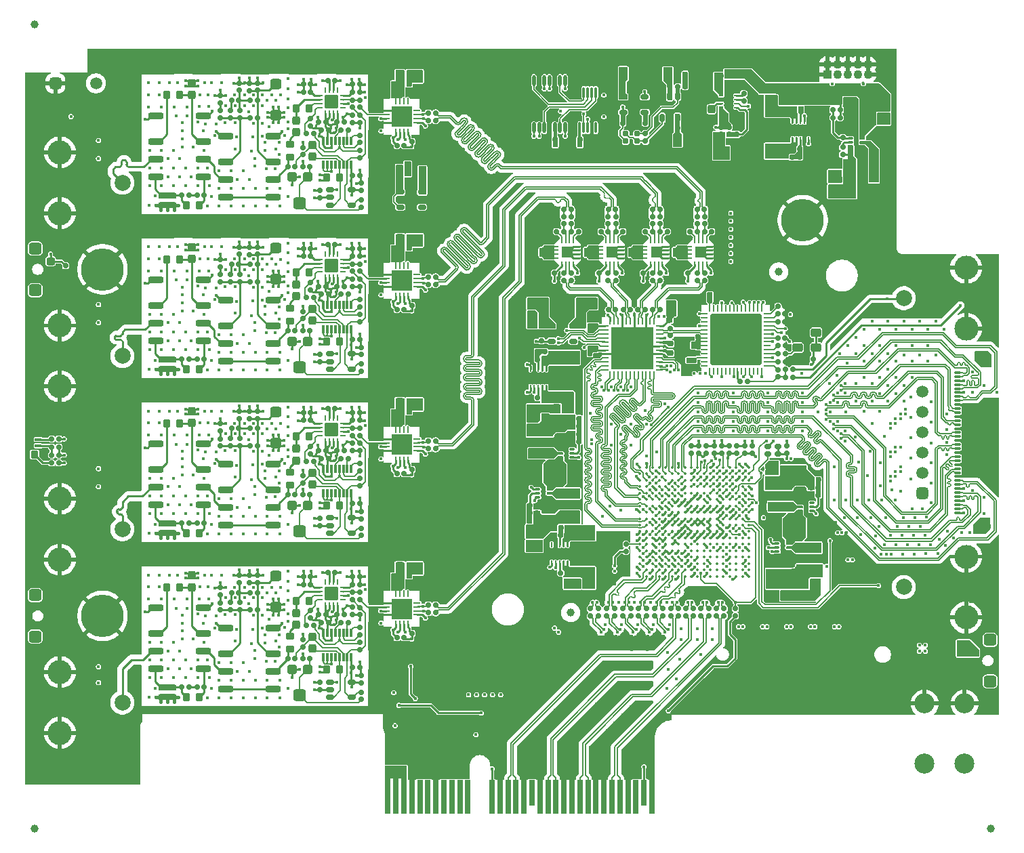
<source format=gtl>
%TF.GenerationSoftware,KiCad,Pcbnew,9.0.3*%
%TF.CreationDate,2026-01-22T12:31:00-05:00*%
%TF.ProjectId,Thunderscope_Rev5.3,5468756e-6465-4727-9363-6f70655f5265,rev?*%
%TF.SameCoordinates,PX52f8807PY958a210*%
%TF.FileFunction,Copper,L1,Top*%
%TF.FilePolarity,Positive*%
%FSLAX45Y45*%
G04 Gerber Fmt 4.5, Leading zero omitted, Abs format (unit mm)*
G04 Created by KiCad (PCBNEW 9.0.3) date 2026-01-22 12:31:00*
%MOMM*%
%LPD*%
G01*
G04 APERTURE LIST*
G04 Aperture macros list*
%AMRoundRect*
0 Rectangle with rounded corners*
0 $1 Rounding radius*
0 $2 $3 $4 $5 $6 $7 $8 $9 X,Y pos of 4 corners*
0 Add a 4 corners polygon primitive as box body*
4,1,4,$2,$3,$4,$5,$6,$7,$8,$9,$2,$3,0*
0 Add four circle primitives for the rounded corners*
1,1,$1+$1,$2,$3*
1,1,$1+$1,$4,$5*
1,1,$1+$1,$6,$7*
1,1,$1+$1,$8,$9*
0 Add four rect primitives between the rounded corners*
20,1,$1+$1,$2,$3,$4,$5,0*
20,1,$1+$1,$4,$5,$6,$7,0*
20,1,$1+$1,$6,$7,$8,$9,0*
20,1,$1+$1,$8,$9,$2,$3,0*%
G04 Aperture macros list end*
%TA.AperFunction,SMDPad,CuDef*%
%ADD10RoundRect,0.150000X-0.150000X0.150000X-0.150000X-0.150000X0.150000X-0.150000X0.150000X0.150000X0*%
%TD*%
%TA.AperFunction,SMDPad,CuDef*%
%ADD11RoundRect,0.150000X0.150000X-0.150000X0.150000X0.150000X-0.150000X0.150000X-0.150000X-0.150000X0*%
%TD*%
%TA.AperFunction,ComponentPad*%
%ADD12C,2.000000*%
%TD*%
%TA.AperFunction,ComponentPad*%
%ADD13C,3.000000*%
%TD*%
%TA.AperFunction,SMDPad,CuDef*%
%ADD14RoundRect,0.160000X0.160000X0.160000X-0.160000X0.160000X-0.160000X-0.160000X0.160000X-0.160000X0*%
%TD*%
%TA.AperFunction,SMDPad,CuDef*%
%ADD15RoundRect,0.200000X0.200000X2.575000X-0.200000X2.575000X-0.200000X-2.575000X0.200000X-2.575000X0*%
%TD*%
%TA.AperFunction,SMDPad,CuDef*%
%ADD16RoundRect,0.200000X-0.200000X-1.700000X0.200000X-1.700000X0.200000X1.700000X-0.200000X1.700000X0*%
%TD*%
%TA.AperFunction,SMDPad,CuDef*%
%ADD17RoundRect,0.200000X2.290000X-0.200000X2.290000X0.200000X-2.290000X0.200000X-2.290000X-0.200000X0*%
%TD*%
%TA.AperFunction,SMDPad,CuDef*%
%ADD18RoundRect,0.200000X-2.290000X0.200000X-2.290000X-0.200000X2.290000X-0.200000X2.290000X0.200000X0*%
%TD*%
%TA.AperFunction,SMDPad,CuDef*%
%ADD19RoundRect,0.200000X1.700000X-0.200000X1.700000X0.200000X-1.700000X0.200000X-1.700000X-0.200000X0*%
%TD*%
%TA.AperFunction,SMDPad,CuDef*%
%ADD20RoundRect,0.200000X-1.700000X0.200000X-1.700000X-0.200000X1.700000X-0.200000X1.700000X0.200000X0*%
%TD*%
%TA.AperFunction,SMDPad,CuDef*%
%ADD21RoundRect,0.200000X-0.200000X-2.575000X0.200000X-2.575000X0.200000X2.575000X-0.200000X2.575000X0*%
%TD*%
%TA.AperFunction,SMDPad,CuDef*%
%ADD22RoundRect,0.200000X0.200000X1.700000X-0.200000X1.700000X-0.200000X-1.700000X0.200000X-1.700000X0*%
%TD*%
%TA.AperFunction,SMDPad,CuDef*%
%ADD23RoundRect,0.160000X0.160000X-0.160000X0.160000X0.160000X-0.160000X0.160000X-0.160000X-0.160000X0*%
%TD*%
%TA.AperFunction,SMDPad,CuDef*%
%ADD24RoundRect,0.150000X0.150000X0.150000X-0.150000X0.150000X-0.150000X-0.150000X0.150000X-0.150000X0*%
%TD*%
%TA.AperFunction,SMDPad,CuDef*%
%ADD25RoundRect,0.062500X0.062500X0.237500X-0.062500X0.237500X-0.062500X-0.237500X0.062500X-0.237500X0*%
%TD*%
%TA.AperFunction,SMDPad,CuDef*%
%ADD26RoundRect,0.060000X0.940000X0.540000X-0.940000X0.540000X-0.940000X-0.540000X0.940000X-0.540000X0*%
%TD*%
%TA.AperFunction,SMDPad,CuDef*%
%ADD27RoundRect,0.160000X-0.160000X-0.160000X0.160000X-0.160000X0.160000X0.160000X-0.160000X0.160000X0*%
%TD*%
%TA.AperFunction,SMDPad,CuDef*%
%ADD28RoundRect,0.160000X-0.160000X0.160000X-0.160000X-0.160000X0.160000X-0.160000X0.160000X0.160000X0*%
%TD*%
%TA.AperFunction,SMDPad,CuDef*%
%ADD29RoundRect,0.225000X-0.225000X0.275000X-0.225000X-0.275000X0.225000X-0.275000X0.225000X0.275000X0*%
%TD*%
%TA.AperFunction,SMDPad,CuDef*%
%ADD30RoundRect,0.062500X-0.062500X-0.237500X0.062500X-0.237500X0.062500X0.237500X-0.062500X0.237500X0*%
%TD*%
%TA.AperFunction,SMDPad,CuDef*%
%ADD31RoundRect,0.060000X-0.940000X-0.540000X0.940000X-0.540000X0.940000X0.540000X-0.940000X0.540000X0*%
%TD*%
%TA.AperFunction,SMDPad,CuDef*%
%ADD32RoundRect,0.150000X-0.150000X-0.150000X0.150000X-0.150000X0.150000X0.150000X-0.150000X0.150000X0*%
%TD*%
%TA.AperFunction,SMDPad,CuDef*%
%ADD33RoundRect,0.237500X0.287500X-0.237500X0.287500X0.237500X-0.287500X0.237500X-0.287500X-0.237500X0*%
%TD*%
%TA.AperFunction,SMDPad,CuDef*%
%ADD34RoundRect,0.150000X0.350000X-0.150000X0.350000X0.150000X-0.350000X0.150000X-0.350000X-0.150000X0*%
%TD*%
%TA.AperFunction,SMDPad,CuDef*%
%ADD35RoundRect,0.190500X0.934500X0.190500X-0.934500X0.190500X-0.934500X-0.190500X0.934500X-0.190500X0*%
%TD*%
%TA.AperFunction,SMDPad,CuDef*%
%ADD36RoundRect,0.300000X0.300000X0.300000X-0.300000X0.300000X-0.300000X-0.300000X0.300000X-0.300000X0*%
%TD*%
%TA.AperFunction,SMDPad,CuDef*%
%ADD37RoundRect,0.375000X0.425000X0.375000X-0.425000X0.375000X-0.425000X-0.375000X0.425000X-0.375000X0*%
%TD*%
%TA.AperFunction,SMDPad,CuDef*%
%ADD38RoundRect,0.200000X-0.730000X0.200000X-0.730000X-0.200000X0.730000X-0.200000X0.730000X0.200000X0*%
%TD*%
%TA.AperFunction,SMDPad,CuDef*%
%ADD39RoundRect,0.225000X-0.275000X-0.225000X0.275000X-0.225000X0.275000X0.225000X-0.275000X0.225000X0*%
%TD*%
%TA.AperFunction,SMDPad,CuDef*%
%ADD40RoundRect,0.325000X-0.375000X-0.325000X0.375000X-0.325000X0.375000X0.325000X-0.375000X0.325000X0*%
%TD*%
%TA.AperFunction,SMDPad,CuDef*%
%ADD41RoundRect,0.062500X0.187500X-0.062500X0.187500X0.062500X-0.187500X0.062500X-0.187500X-0.062500X0*%
%TD*%
%TA.AperFunction,SMDPad,CuDef*%
%ADD42RoundRect,0.045000X0.405000X-0.755000X0.405000X0.755000X-0.405000X0.755000X-0.405000X-0.755000X0*%
%TD*%
%TA.AperFunction,SMDPad,CuDef*%
%ADD43RoundRect,0.375000X-0.425000X0.375000X-0.425000X-0.375000X0.425000X-0.375000X0.425000X0.375000X0*%
%TD*%
%TA.AperFunction,SMDPad,CuDef*%
%ADD44RoundRect,0.375000X0.425000X-0.375000X0.425000X0.375000X-0.425000X0.375000X-0.425000X-0.375000X0*%
%TD*%
%TA.AperFunction,SMDPad,CuDef*%
%ADD45RoundRect,0.250000X-0.275000X0.250000X-0.275000X-0.250000X0.275000X-0.250000X0.275000X0.250000X0*%
%TD*%
%TA.AperFunction,SMDPad,CuDef*%
%ADD46RoundRect,0.075000X-0.075000X0.450000X-0.075000X-0.450000X0.075000X-0.450000X0.075000X0.450000X0*%
%TD*%
%TA.AperFunction,SMDPad,CuDef*%
%ADD47RoundRect,0.237500X-0.237500X-0.287500X0.237500X-0.287500X0.237500X0.287500X-0.237500X0.287500X0*%
%TD*%
%TA.AperFunction,SMDPad,CuDef*%
%ADD48O,0.900000X0.250000*%
%TD*%
%TA.AperFunction,SMDPad,CuDef*%
%ADD49O,0.250000X0.900000*%
%TD*%
%TA.AperFunction,SMDPad,CuDef*%
%ADD50R,5.280000X5.280000*%
%TD*%
%TA.AperFunction,SMDPad,CuDef*%
%ADD51RoundRect,0.225000X0.275000X0.225000X-0.275000X0.225000X-0.275000X-0.225000X0.275000X-0.225000X0*%
%TD*%
%TA.AperFunction,SMDPad,CuDef*%
%ADD52O,0.800000X0.250000*%
%TD*%
%TA.AperFunction,SMDPad,CuDef*%
%ADD53O,0.250000X0.800000*%
%TD*%
%TA.AperFunction,SMDPad,CuDef*%
%ADD54RoundRect,0.084000X-0.756000X-0.756000X0.756000X-0.756000X0.756000X0.756000X-0.756000X0.756000X0*%
%TD*%
%TA.AperFunction,SMDPad,CuDef*%
%ADD55RoundRect,0.325000X0.425000X0.325000X-0.425000X0.325000X-0.425000X-0.325000X0.425000X-0.325000X0*%
%TD*%
%TA.AperFunction,SMDPad,CuDef*%
%ADD56RoundRect,0.237500X-0.287500X0.237500X-0.287500X-0.237500X0.287500X-0.237500X0.287500X0.237500X0*%
%TD*%
%TA.AperFunction,SMDPad,CuDef*%
%ADD57RoundRect,0.237500X0.237500X0.287500X-0.237500X0.287500X-0.237500X-0.287500X0.237500X-0.287500X0*%
%TD*%
%TA.AperFunction,SMDPad,CuDef*%
%ADD58RoundRect,0.325000X0.325000X-0.425000X0.325000X0.425000X-0.325000X0.425000X-0.325000X-0.425000X0*%
%TD*%
%TA.AperFunction,SMDPad,CuDef*%
%ADD59RoundRect,0.075000X0.260000X-0.075000X0.260000X0.075000X-0.260000X0.075000X-0.260000X-0.075000X0*%
%TD*%
%TA.AperFunction,SMDPad,CuDef*%
%ADD60O,0.250000X0.850000*%
%TD*%
%TA.AperFunction,SMDPad,CuDef*%
%ADD61O,0.850000X0.250000*%
%TD*%
%TA.AperFunction,SMDPad,CuDef*%
%ADD62RoundRect,0.065000X-1.235000X1.235000X-1.235000X-1.235000X1.235000X-1.235000X1.235000X1.235000X0*%
%TD*%
%TA.AperFunction,SMDPad,CuDef*%
%ADD63O,0.200000X0.850000*%
%TD*%
%TA.AperFunction,SMDPad,CuDef*%
%ADD64O,0.850000X0.200000*%
%TD*%
%TA.AperFunction,SMDPad,CuDef*%
%ADD65RoundRect,0.160000X3.040000X-3.040000X3.040000X3.040000X-3.040000X3.040000X-3.040000X-3.040000X0*%
%TD*%
%TA.AperFunction,SMDPad,CuDef*%
%ADD66RoundRect,0.325000X-0.425000X-0.325000X0.425000X-0.325000X0.425000X0.325000X-0.425000X0.325000X0*%
%TD*%
%TA.AperFunction,SMDPad,CuDef*%
%ADD67RoundRect,0.325000X-0.325000X0.425000X-0.325000X-0.425000X0.325000X-0.425000X0.325000X0.425000X0*%
%TD*%
%TA.AperFunction,SMDPad,CuDef*%
%ADD68RoundRect,0.307500X1.052500X0.307500X-1.052500X0.307500X-1.052500X-0.307500X1.052500X-0.307500X0*%
%TD*%
%TA.AperFunction,SMDPad,CuDef*%
%ADD69RoundRect,0.275000X0.375000X0.275000X-0.375000X0.275000X-0.375000X-0.275000X0.375000X-0.275000X0*%
%TD*%
%TA.AperFunction,SMDPad,CuDef*%
%ADD70RoundRect,0.275000X-0.375000X-0.275000X0.375000X-0.275000X0.375000X0.275000X-0.375000X0.275000X0*%
%TD*%
%TA.AperFunction,ComponentPad*%
%ADD71R,1.090000X1.090000*%
%TD*%
%TA.AperFunction,ComponentPad*%
%ADD72C,1.090000*%
%TD*%
%TA.AperFunction,SMDPad,CuDef*%
%ADD73RoundRect,0.085000X-0.852064X-0.371231X-0.371231X-0.852064X0.852064X0.371231X0.371231X0.852064X0*%
%TD*%
%TA.AperFunction,SMDPad,CuDef*%
%ADD74RoundRect,0.110000X-0.905097X-0.282843X-0.282843X-0.905097X0.905097X0.282843X0.282843X0.905097X0*%
%TD*%
%TA.AperFunction,SMDPad,CuDef*%
%ADD75C,1.000000*%
%TD*%
%TA.AperFunction,SMDPad,CuDef*%
%ADD76O,0.350000X1.400000*%
%TD*%
%TA.AperFunction,SMDPad,CuDef*%
%ADD77RoundRect,0.307500X-1.052500X-0.307500X1.052500X-0.307500X1.052500X0.307500X-1.052500X0.307500X0*%
%TD*%
%TA.AperFunction,SMDPad,CuDef*%
%ADD78RoundRect,0.175000X0.225000X0.175000X-0.225000X0.175000X-0.225000X-0.175000X0.225000X-0.175000X0*%
%TD*%
%TA.AperFunction,SMDPad,CuDef*%
%ADD79RoundRect,0.175000X-0.225000X-0.175000X0.225000X-0.175000X0.225000X0.175000X-0.225000X0.175000X0*%
%TD*%
%TA.AperFunction,ComponentPad*%
%ADD80C,2.500000*%
%TD*%
%TA.AperFunction,SMDPad,CuDef*%
%ADD81RoundRect,0.225000X0.225000X-0.275000X0.225000X0.275000X-0.225000X0.275000X-0.225000X-0.275000X0*%
%TD*%
%TA.AperFunction,SMDPad,CuDef*%
%ADD82RoundRect,0.150000X-0.350000X0.150000X-0.350000X-0.150000X0.350000X-0.150000X0.350000X0.150000X0*%
%TD*%
%TA.AperFunction,SMDPad,CuDef*%
%ADD83RoundRect,0.075000X-0.175000X-0.075000X0.175000X-0.075000X0.175000X0.075000X-0.175000X0.075000X0*%
%TD*%
%TA.AperFunction,SMDPad,CuDef*%
%ADD84RoundRect,0.307500X0.307500X-1.052500X0.307500X1.052500X-0.307500X1.052500X-0.307500X-1.052500X0*%
%TD*%
%TA.AperFunction,SMDPad,CuDef*%
%ADD85RoundRect,0.075000X-0.260000X0.075000X-0.260000X-0.075000X0.260000X-0.075000X0.260000X0.075000X0*%
%TD*%
%TA.AperFunction,SMDPad,CuDef*%
%ADD86R,0.700000X4.200000*%
%TD*%
%TA.AperFunction,SMDPad,CuDef*%
%ADD87R,0.700000X3.200000*%
%TD*%
%TA.AperFunction,SMDPad,CuDef*%
%ADD88RoundRect,0.250000X0.275000X-0.250000X0.275000X0.250000X-0.275000X0.250000X-0.275000X-0.250000X0*%
%TD*%
%TA.AperFunction,SMDPad,CuDef*%
%ADD89RoundRect,0.075000X0.350000X-0.075000X0.350000X0.075000X-0.350000X0.075000X-0.350000X-0.075000X0*%
%TD*%
%TA.AperFunction,SMDPad,CuDef*%
%ADD90RoundRect,0.200000X0.800000X-0.200000X0.800000X0.200000X-0.800000X0.200000X-0.800000X-0.200000X0*%
%TD*%
%TA.AperFunction,SMDPad,CuDef*%
%ADD91C,0.350000*%
%TD*%
%TA.AperFunction,SMDPad,CuDef*%
%ADD92RoundRect,0.069600X-0.626400X0.626400X-0.626400X-0.626400X0.626400X-0.626400X0.626400X0.626400X0*%
%TD*%
%TA.AperFunction,ComponentPad*%
%ADD93RoundRect,0.375000X-0.375000X-0.375000X0.375000X-0.375000X0.375000X0.375000X-0.375000X0.375000X0*%
%TD*%
%TA.AperFunction,ComponentPad*%
%ADD94C,1.500000*%
%TD*%
%TA.AperFunction,SMDPad,CuDef*%
%ADD95O,0.450000X1.400000*%
%TD*%
%TA.AperFunction,SMDPad,CuDef*%
%ADD96RoundRect,0.135000X0.315000X-0.365000X0.315000X0.365000X-0.315000X0.365000X-0.315000X-0.365000X0*%
%TD*%
%TA.AperFunction,SMDPad,CuDef*%
%ADD97RoundRect,0.060000X0.340000X-0.140000X0.340000X0.140000X-0.340000X0.140000X-0.340000X-0.140000X0*%
%TD*%
%TA.AperFunction,SMDPad,CuDef*%
%ADD98RoundRect,0.160000X0.190000X-0.160000X0.190000X0.160000X-0.190000X0.160000X-0.190000X-0.160000X0*%
%TD*%
%TA.AperFunction,SMDPad,CuDef*%
%ADD99RoundRect,0.150000X-0.150000X-0.350000X0.150000X-0.350000X0.150000X0.350000X-0.150000X0.350000X0*%
%TD*%
%TA.AperFunction,ComponentPad*%
%ADD100C,5.300000*%
%TD*%
%TA.AperFunction,ComponentPad*%
%ADD101RoundRect,0.375000X0.375000X-0.375000X0.375000X0.375000X-0.375000X0.375000X-0.375000X-0.375000X0*%
%TD*%
%TA.AperFunction,ViaPad*%
%ADD102C,0.406400*%
%TD*%
%TA.AperFunction,Conductor*%
%ADD103C,0.152400*%
%TD*%
%TA.AperFunction,Conductor*%
%ADD104C,0.600000*%
%TD*%
%TA.AperFunction,Conductor*%
%ADD105C,0.254000*%
%TD*%
%TA.AperFunction,Conductor*%
%ADD106C,0.190790*%
%TD*%
%TA.AperFunction,Conductor*%
%ADD107C,0.203200*%
%TD*%
%TA.AperFunction,Conductor*%
%ADD108C,0.127000*%
%TD*%
%TA.AperFunction,Conductor*%
%ADD109C,0.213000*%
%TD*%
%TA.AperFunction,Conductor*%
%ADD110C,0.250000*%
%TD*%
%TA.AperFunction,Conductor*%
%ADD111C,0.400000*%
%TD*%
%TA.AperFunction,Conductor*%
%ADD112C,0.450000*%
%TD*%
%TA.AperFunction,Conductor*%
%ADD113C,0.350000*%
%TD*%
%TA.AperFunction,Conductor*%
%ADD114C,0.700000*%
%TD*%
%TA.AperFunction,Conductor*%
%ADD115C,0.500000*%
%TD*%
G04 APERTURE END LIST*
D10*
%TO.P,R1033_1,1,1*%
%TO.N,+3V3_PGA*%
X4767499Y8687500D03*
%TO.P,R1033_1,2,2*%
%TO.N,/PGA_CSn_1*%
X4677499Y8687500D03*
%TD*%
D11*
%TO.P,FB1000_4,1,1*%
%TO.N,/CH4/+VPGA*%
X4740001Y3309000D03*
%TO.P,FB1000_4,2,2*%
%TO.N,+5V*%
X4830001Y3309000D03*
%TD*%
D12*
%TO.P,J1002_3,1,Signal*%
%TO.N,/CH3/BNC_IN*%
X1247500Y3892500D03*
D13*
%TO.P,J1002_3,2,SHIELD*%
%TO.N,GND*%
X467500Y3512500D03*
X467500Y4272500D03*
%TD*%
D14*
%TO.P,C1045_1,1,1*%
%TO.N,+5V*%
X4235000Y8124000D03*
%TO.P,C1045_1,2,2*%
%TO.N,GND*%
X4235000Y8216000D03*
%TD*%
D15*
%TO.P,SHLD1001_2,1,1*%
%TO.N,GND*%
X4361260Y5978061D03*
D16*
X4361000Y6655001D03*
D15*
X4361000Y7332461D03*
D17*
X4152230Y5740521D03*
D18*
X4152030Y7570001D03*
D19*
X3503260Y5740521D03*
D20*
X3503000Y7570001D03*
D19*
X2903260Y5740521D03*
D20*
X2903000Y7570001D03*
D19*
X2303260Y5740521D03*
D20*
X2303000Y7570001D03*
D17*
X1654230Y5740521D03*
D18*
X1654030Y7570001D03*
D21*
X1445260Y5978061D03*
D22*
X1445000Y6655001D03*
D21*
X1445000Y7332461D03*
%TD*%
D23*
%TO.P,C185,1,1*%
%TO.N,GND*%
X6632000Y3346000D03*
%TO.P,C185,2,2*%
%TO.N,Net-(U22-NR{slash}SS)*%
X6724000Y3346000D03*
%TD*%
D12*
%TO.P,J1002_2,1,Signal*%
%TO.N,/CH2/BNC_IN*%
X1247500Y6057500D03*
D13*
%TO.P,J1002_2,2,SHIELD*%
%TO.N,GND*%
X467500Y5677500D03*
X467500Y6437500D03*
%TD*%
D24*
%TO.P,R1042_2,1,1*%
%TO.N,-VBIAS*%
X4217500Y6925001D03*
%TO.P,R1042_2,2,2*%
%TO.N,/CH2/DC_FB*%
X4217500Y7015001D03*
%TD*%
D25*
%TO.P,U15,1,OUT*%
%TO.N,+5V*%
X9620498Y8762500D03*
%TO.P,U15,2,OUT*%
X9670498Y8762500D03*
%TO.P,U15,3,FB*%
%TO.N,Net-(U15-FB)*%
X9720498Y8762500D03*
%TO.P,U15,4,GND*%
%TO.N,GND*%
X9770498Y8762500D03*
%TO.P,U15,5,PG*%
%TO.N,/FPGA/FPGA IO Banks/FE_PG*%
X9820498Y8762500D03*
%TO.P,U15,6,SS_CTRL*%
%TO.N,GND*%
X9820498Y8992500D03*
%TO.P,U15,7,EN*%
%TO.N,/ACQ and FE Voltage Regs/FE_EN*%
X9770498Y8992500D03*
%TO.P,U15,8,NR/SS*%
%TO.N,Net-(U15-NR{slash}SS)*%
X9720498Y8992500D03*
%TO.P,U15,9,IN*%
%TO.N,/ACQ and FE Voltage Regs/+5V3_R_LDO*%
X9670498Y8992500D03*
%TO.P,U15,10,IN*%
X9620498Y8992500D03*
D26*
%TO.P,U15,11,PAD*%
%TO.N,GND*%
X9720498Y8877500D03*
%TD*%
D27*
%TO.P,C1025_1,1,1*%
%TO.N,GND*%
X2705000Y9468500D03*
%TO.P,C1025_1,2,2*%
%TO.N,Net-(C1023_1-Pad1)*%
X2705000Y9376500D03*
%TD*%
%TO.P,C1011_3,1,1*%
%TO.N,GND*%
X2470000Y5211000D03*
%TO.P,C1011_3,2,2*%
%TO.N,Net-(C1011_3-Pad2)*%
X2470000Y5119000D03*
%TD*%
D28*
%TO.P,C1047_3,1,1*%
%TO.N,+5V*%
X3601000Y5252500D03*
%TO.P,C1047_3,2,2*%
%TO.N,GND*%
X3509000Y5252500D03*
%TD*%
D11*
%TO.P,R85,1,1*%
%TO.N,Net-(D1-B)*%
X365001Y4820000D03*
%TO.P,R85,2,2*%
%TO.N,/FPGA/LED_B*%
X455001Y4820000D03*
%TD*%
%TO.P,R134_4,1,1*%
%TO.N,Net-(U12_4-IN+)*%
X6857159Y7612500D03*
%TO.P,R134_4,2,2*%
%TO.N,Net-(U12_4-FB-)*%
X6947159Y7612500D03*
%TD*%
D29*
%TO.P,R1003_3,1,1*%
%TO.N,Net-(U1001_3-S1B)*%
X3957500Y4190000D03*
%TO.P,R1003_3,2,2*%
%TO.N,GND*%
X3797500Y4190000D03*
%TD*%
D11*
%TO.P,R1002_4,1,1*%
%TO.N,Net-(C1012_4-Pad1)*%
X2612501Y3101500D03*
%TO.P,R1002_4,2,2*%
%TO.N,Net-(C1023_4-Pad1)*%
X2702501Y3101500D03*
%TD*%
D27*
%TO.P,C70_3,1,1*%
%TO.N,+3V3_ACQ*%
X7102166Y7303500D03*
%TO.P,C70_3,2,2*%
%TO.N,GND*%
X7102166Y7211500D03*
%TD*%
D30*
%TO.P,U22,1,OUT*%
%TO.N,+1V2_MGT*%
X6810000Y3700000D03*
%TO.P,U22,2,OUT*%
X6760000Y3700000D03*
%TO.P,U22,3,FB*%
%TO.N,Net-(U22-FB)*%
X6710000Y3700000D03*
%TO.P,U22,4,GND*%
%TO.N,GND*%
X6660000Y3700000D03*
%TO.P,U22,5,PG*%
%TO.N,unconnected-(U22-PG-Pad5)*%
X6610000Y3700000D03*
%TO.P,U22,6,SS_CTRL*%
%TO.N,/FPGA/FPGA Voltage Regs/+1V8_R_LDO*%
X6610000Y3470000D03*
%TO.P,U22,7,EN*%
%TO.N,/FPGA/FPGA Voltage Regs/PG_1V8*%
X6660000Y3470000D03*
%TO.P,U22,8,NR/SS*%
%TO.N,Net-(U22-NR{slash}SS)*%
X6710000Y3470000D03*
%TO.P,U22,9,IN*%
%TO.N,/FPGA/FPGA Voltage Regs/+1V8_R_LDO*%
X6760000Y3470000D03*
%TO.P,U22,10,IN*%
X6810000Y3470000D03*
D31*
%TO.P,U22,11,PAD*%
%TO.N,GND*%
X6710000Y3585000D03*
%TD*%
D32*
%TO.P,R1001_2,1,1*%
%TO.N,Net-(C1011_2-Pad2)*%
X2470000Y7072499D03*
%TO.P,R1001_2,2,2*%
%TO.N,/CH2/ATTEN_50X_IN*%
X2470000Y6982499D03*
%TD*%
D29*
%TO.P,R1022_3,1,1*%
%TO.N,/CH3/TERM_1M_R*%
X1965000Y5216250D03*
%TO.P,R1022_3,2,2*%
%TO.N,/CH3/TERM_1M*%
X1805000Y5216250D03*
%TD*%
D33*
%TO.P,C1039_2,1,1*%
%TO.N,GND*%
X4573500Y7532000D03*
%TO.P,C1039_2,2,2*%
%TO.N,/CH2/+VPGA*%
X4718500Y7532000D03*
%TD*%
D34*
%TO.P,U1011_2,1,OUT*%
%TO.N,/CH2/OPA_OUT*%
X3840000Y6083750D03*
%TO.P,U1011_2,2,V-*%
%TO.N,-5V*%
X3840000Y5988750D03*
%TO.P,U1011_2,3,+*%
%TO.N,Net-(U1001_2-S1B)*%
X3840000Y5893750D03*
%TO.P,U1011_2,4,-*%
%TO.N,/CH2/DC_FB*%
X4110000Y5893750D03*
%TO.P,U1011_2,5,V+*%
%TO.N,+5V*%
X4110000Y6083750D03*
%TD*%
D35*
%TO.P,R1025_2,1,1*%
%TO.N,GND*%
X1810000Y5893750D03*
%TO.P,R1025_2,2,2*%
%TO.N,/CH2/TERM_50Z*%
X1810000Y6008750D03*
%TD*%
D29*
%TO.P,R1038_4,1,1*%
%TO.N,/CH4/BUF_IN_BIAS*%
X3577500Y3000000D03*
%TO.P,R1038_4,2,2*%
%TO.N,/CH4/BUF_IN*%
X3417500Y3000000D03*
%TD*%
D11*
%TO.P,R1043_1,1,1*%
%TO.N,/CH1/BUF_IN_AUX*%
X3545001Y8837500D03*
%TO.P,R1043_1,2,2*%
%TO.N,/CH1/OPA_OUT*%
X3635001Y8837500D03*
%TD*%
D32*
%TO.P,R37,1,1*%
%TO.N,/FPGA/MGT_RX3_N*%
X8191610Y2899999D03*
%TO.P,R37,2,2*%
%TO.N,/TS-PCIe Components/PCIe_PET0_N*%
X8191610Y2809999D03*
%TD*%
D23*
%TO.P,C66,1,1*%
%TO.N,Net-(U7-IC2P)*%
X9436500Y6085000D03*
%TO.P,C66,2,2*%
%TO.N,/Clock Generator/INTREF*%
X9528500Y6085000D03*
%TD*%
D11*
%TO.P,FB1000_3,1,1*%
%TO.N,/CH3/+VPGA*%
X4740001Y5359000D03*
%TO.P,FB1000_3,2,2*%
%TO.N,+5V*%
X4830001Y5359000D03*
%TD*%
D36*
%TO.P,R1049_2,1,1*%
%TO.N,/CH2/DC_FB_TRIM*%
X3565000Y6242500D03*
D37*
%TO.P,R1049_2,2,2*%
X3465000Y5917500D03*
D36*
%TO.P,R1049_2,3,3*%
%TO.N,GND*%
X3365000Y6242500D03*
%TD*%
D38*
%TO.P,K1000_3,1,1*%
%TO.N,Net-(D1000_3-K)*%
X1665000Y4958750D03*
%TO.P,K1000_3,2,2*%
%TO.N,/CH3/TERM_1M*%
X1665000Y4638750D03*
%TO.P,K1000_3,3,3*%
%TO.N,/CH3/BNC_IN*%
X1665000Y4418750D03*
%TO.P,K1000_3,4,4*%
%TO.N,/CH3/TERM_50Z*%
X1665000Y4198750D03*
%TO.P,K1000_3,5,5*%
%TO.N,/CH3/TERM_50Z_R*%
X2259000Y4198750D03*
%TO.P,K1000_3,6,6*%
%TO.N,/CH3/ATTEN_IN*%
X2259000Y4418750D03*
%TO.P,K1000_3,7,7*%
%TO.N,/CH3/TERM_1M_R*%
X2259000Y4638750D03*
%TO.P,K1000_3,8,8*%
%TO.N,Net-(D1000_3-A)*%
X2259000Y4958750D03*
%TD*%
D23*
%TO.P,C1001_3,1,1*%
%TO.N,Net-(U1001_3-S3A)*%
X3979000Y4777500D03*
%TO.P,C1001_3,2,2*%
%TO.N,Net-(U1001_3-S2A)*%
X4071000Y4777500D03*
%TD*%
%TO.P,C1046_1,1,1*%
%TO.N,+5V*%
X4119001Y9452501D03*
%TO.P,C1046_1,2,2*%
%TO.N,GND*%
X4211001Y9452501D03*
%TD*%
D10*
%TO.P,R127,1,1*%
%TO.N,Net-(U22-FB)*%
X6722999Y3817500D03*
%TO.P,R127,2,2*%
%TO.N,GND*%
X6632999Y3817500D03*
%TD*%
D39*
%TO.P,R120,1,1*%
%TO.N,/FPGA/FPGA Voltage Regs/+1V8_R*%
X6400000Y3875000D03*
%TO.P,R120,2,2*%
%TO.N,+1V8*%
X6400000Y3715000D03*
%TD*%
D29*
%TO.P,R1022_2,1,1*%
%TO.N,/CH2/TERM_1M_R*%
X1965000Y7266250D03*
%TO.P,R1022_2,2,2*%
%TO.N,/CH2/TERM_1M*%
X1805000Y7266250D03*
%TD*%
D10*
%TO.P,R135_1,1,1*%
%TO.N,Net-(U12_1-IN-)*%
X8427176Y7612500D03*
%TO.P,R135_1,2,2*%
%TO.N,Net-(U12_1-FB+)*%
X8337176Y7612500D03*
%TD*%
D14*
%TO.P,C47,1,1*%
%TO.N,/TS-USB4 Components/M2_REFCLK_P*%
X7097500Y2806500D03*
%TO.P,C47,2,2*%
%TO.N,/MGT_CLK1_P*%
X7097500Y2898500D03*
%TD*%
D28*
%TO.P,C1024_1,1,1*%
%TO.N,/CH1/ATTEN_50X_OUT*%
X2935000Y9251500D03*
%TO.P,C1024_1,2,2*%
%TO.N,Net-(C1023_1-Pad1)*%
X2843000Y9251500D03*
%TD*%
D32*
%TO.P,R38,1,1*%
%TO.N,/FPGA/MGT_RX3_P*%
X8097500Y2899999D03*
%TO.P,R38,2,2*%
%TO.N,/TS-PCIe Components/PCIe_PET0_P*%
X8097500Y2809999D03*
%TD*%
D40*
%TO.P,C1059_1,1,1*%
%TO.N,/CH1/ATTEN_50X_OUT*%
X3165000Y9460000D03*
%TO.P,C1059_1,2,2*%
%TO.N,GND*%
X3165000Y9070000D03*
%TD*%
D41*
%TO.P,U13,1,VIN*%
%TO.N,/ACQ and FE Voltage Regs/+5V3_R_CP*%
X8727998Y9313500D03*
%TO.P,U13,2,GND*%
%TO.N,GND*%
X8727998Y9263501D03*
%TO.P,U13,3,CPOUT*%
%TO.N,Net-(U13-CPOUT)*%
X8727999Y9213500D03*
%TO.P,U13,4,VOUT*%
%TO.N,/ACQ and FE Voltage Regs/-5V_R*%
X8727998Y9163500D03*
%TO.P,U13,5,VFB*%
%TO.N,Net-(U13-VFB)*%
X8917998Y9163501D03*
%TO.P,U13,6,EN*%
%TO.N,/ACQ and FE Voltage Regs/FE_EN*%
X8917998Y9213500D03*
%TO.P,U13,7,C1-*%
%TO.N,Net-(U13-C1-)*%
X8917998Y9263500D03*
%TO.P,U13,8,C1+*%
%TO.N,Net-(U13-C1+)*%
X8917998Y9313501D03*
D42*
%TO.P,U13,9,PAD*%
%TO.N,GND*%
X8822998Y9238500D03*
%TD*%
D43*
%TO.P,J12,*%
%TO.N,*%
X158641Y7400000D03*
D44*
X158641Y6880000D03*
D45*
%TO.P,J12,1,1*%
%TO.N,/SPRING*%
X351140Y7240000D03*
%TO.P,J12,2,2*%
%TO.N,GND*%
X351140Y7040000D03*
%TD*%
D32*
%TO.P,R1041_1,1,1*%
%TO.N,/CH1/BUF_OUT*%
X4122500Y9254999D03*
%TO.P,R1041_1,2,2*%
%TO.N,/CH1/DC_FB*%
X4122500Y9164999D03*
%TD*%
D11*
%TO.P,R19,1,1*%
%TO.N,/ADC Driver 3/OUT_P*%
X7504307Y6632500D03*
%TO.P,R19,2,2*%
%TO.N,/ADC Driver 3/OUT_N*%
X7594307Y6632500D03*
%TD*%
D23*
%TO.P,C16,1,1*%
%TO.N,/ADC/+1V8A*%
X8074000Y6505000D03*
%TO.P,C16,2,2*%
%TO.N,GND*%
X8166000Y6505000D03*
%TD*%
%TO.P,C1052_3,1,1*%
%TO.N,GND*%
X3701500Y4877500D03*
%TO.P,C1052_3,2,2*%
%TO.N,-5V*%
X3793500Y4877500D03*
%TD*%
D32*
%TO.P,R79,1,1*%
%TO.N,+3V3*%
X8735000Y4932499D03*
%TO.P,R79,2,2*%
%TO.N,/FPGA/FPGA IO Banks/HWID2*%
X8735000Y4842499D03*
%TD*%
D11*
%TO.P,R131_1,1,1*%
%TO.N,/CH1_N*%
X8429680Y7892500D03*
%TO.P,R131_1,2,2*%
%TO.N,/CH1_P*%
X8519680Y7892500D03*
%TD*%
D12*
%TO.P,J1002_4,1,Signal*%
%TO.N,/CH4/BNC_IN*%
X1247500Y1727500D03*
D13*
%TO.P,J1002_4,2,SHIELD*%
%TO.N,GND*%
X467500Y1347500D03*
X467500Y2107500D03*
%TD*%
D46*
%TO.P,U1001_1,1,S2B*%
%TO.N,Net-(U1001_1-S2B)*%
X4107500Y8745000D03*
%TO.P,U1001_1,2,S2A*%
%TO.N,Net-(U1001_1-S2A)*%
X4057500Y8745000D03*
%TO.P,U1001_1,3,S3B*%
%TO.N,Net-(U1001_1-S3B)*%
X4007500Y8745000D03*
%TO.P,U1001_1,4,D3*%
%TO.N,/CH1/OPA_OUT*%
X3957500Y8745000D03*
%TO.P,U1001_1,5,S3A*%
%TO.N,Net-(U1001_1-S3A)*%
X3907500Y8745000D03*
%TO.P,U1001_1,6,~{EN}*%
%TO.N,GND*%
X3857500Y8745000D03*
%TO.P,U1001_1,7,VSS*%
%TO.N,-5V*%
X3807500Y8745000D03*
%TO.P,U1001_1,8,GND*%
%TO.N,GND*%
X3757500Y8745000D03*
%TO.P,U1001_1,9,SEL3*%
%TO.N,/DC_CPL_1*%
X3757500Y8445000D03*
%TO.P,U1001_1,10,SEL2*%
X3807500Y8445000D03*
%TO.P,U1001_1,11,SEL1*%
X3857500Y8445000D03*
%TO.P,U1001_1,12,S1A*%
%TO.N,unconnected-(U1001_1-S1A-Pad12)*%
X3907500Y8445000D03*
%TO.P,U1001_1,13,S1B*%
%TO.N,Net-(U1001_1-S1B)*%
X3957500Y8445000D03*
%TO.P,U1001_1,14,D1*%
%TO.N,Net-(U1001_1-D1)*%
X4007500Y8445000D03*
%TO.P,U1001_1,15,D2*%
%TO.N,/CH1/DC_FB*%
X4057500Y8445000D03*
%TO.P,U1001_1,16,VDD*%
%TO.N,+5V*%
X4107500Y8445000D03*
%TD*%
D14*
%TO.P,C105_3,1,1*%
%TO.N,+3V3_ACQ*%
X7102166Y7401500D03*
%TO.P,C105_3,2,2*%
%TO.N,GND*%
X7102166Y7493500D03*
%TD*%
D11*
%TO.P,R1039_1,1,1*%
%TO.N,/CH1/ATTEN_OUT*%
X3315001Y8425000D03*
%TO.P,R1039_1,2,2*%
%TO.N,Net-(U1001_1-D1)*%
X3405001Y8425000D03*
%TD*%
%TO.P,R131_4,1,1*%
%TO.N,/CH4_N*%
X6764660Y7892500D03*
%TO.P,R131_4,2,2*%
%TO.N,/CH4_P*%
X6854660Y7892500D03*
%TD*%
D29*
%TO.P,R1021_4,1,1*%
%TO.N,/CH4/TERM_50Z_R*%
X2210000Y1793750D03*
%TO.P,R1021_4,2,2*%
%TO.N,/CH4/TERM_50Z*%
X2050000Y1793750D03*
%TD*%
D32*
%TO.P,R75,1,1*%
%TO.N,+3V3*%
X9115000Y4932499D03*
%TO.P,R75,2,2*%
%TO.N,/FPGA/FPGA IO Banks/HWID0*%
X9115000Y4842499D03*
%TD*%
D14*
%TO.P,C1045_2,1,1*%
%TO.N,+5V*%
X4235000Y6074000D03*
%TO.P,C1045_2,2,2*%
%TO.N,GND*%
X4235000Y6166000D03*
%TD*%
D35*
%TO.P,R1025_4,1,1*%
%TO.N,GND*%
X1810000Y1793750D03*
%TO.P,R1025_4,2,2*%
%TO.N,/CH4/TERM_50Z*%
X1810000Y1908750D03*
%TD*%
D24*
%TO.P,R1047_2,1,1*%
%TO.N,Net-(U1001_2-D1)*%
X3500000Y6522501D03*
%TO.P,R1047_2,2,2*%
%TO.N,GND*%
X3500000Y6612501D03*
%TD*%
D29*
%TO.P,R1022_4,1,1*%
%TO.N,/CH4/TERM_1M_R*%
X1965000Y3166250D03*
%TO.P,R1022_4,2,2*%
%TO.N,/CH4/TERM_1M*%
X1805000Y3166250D03*
%TD*%
D28*
%TO.P,C76,1,1*%
%TO.N,+3V3_PGA*%
X4996000Y8337500D03*
%TO.P,C76,2,2*%
%TO.N,GND*%
X4904000Y8337500D03*
%TD*%
D24*
%TO.P,R1047_3,1,1*%
%TO.N,Net-(U1001_3-D1)*%
X3500000Y4472501D03*
%TO.P,R1047_3,2,2*%
%TO.N,GND*%
X3500000Y4562501D03*
%TD*%
D32*
%TO.P,R29,1,1*%
%TO.N,/FPGA/MGT_RX1_N*%
X8571611Y2899999D03*
%TO.P,R29,2,2*%
%TO.N,/TS-PCIe Components/PCIe_PET2_N*%
X8571611Y2809999D03*
%TD*%
D28*
%TO.P,C126,1,1*%
%TO.N,+3V3_PGA*%
X4996000Y8237500D03*
%TO.P,C126,2,2*%
%TO.N,GND*%
X4904000Y8237500D03*
%TD*%
D32*
%TO.P,R1044_4,1,1*%
%TO.N,/CH4/DC_FB*%
X4232500Y1854999D03*
%TO.P,R1044_4,2,2*%
%TO.N,/CH4/DC_FB_TRIM*%
X4232500Y1764999D03*
%TD*%
D10*
%TO.P,R129,1,1*%
%TO.N,Net-(U23-FB)*%
X6952499Y5177500D03*
%TO.P,R129,2,2*%
%TO.N,/FPGA/FPGA Voltage Regs/+2V5_R*%
X6862499Y5177500D03*
%TD*%
D47*
%TO.P,C122,1,1*%
%TO.N,GND*%
X9340498Y8800000D03*
%TO.P,C122,2,2*%
%TO.N,+5V*%
X9340498Y8655000D03*
%TD*%
D11*
%TO.P,R1002_2,1,1*%
%TO.N,Net-(C1012_2-Pad1)*%
X2612501Y7201500D03*
%TO.P,R1002_2,2,2*%
%TO.N,Net-(C1023_2-Pad1)*%
X2702501Y7201500D03*
%TD*%
D48*
%TO.P,U6,1,AVDD*%
%TO.N,/ADC/+1V8A*%
X7279305Y6432499D03*
%TO.P,U6,2,CSn*%
%TO.N,/ADC/ADC_CSn*%
X7279305Y6382499D03*
%TO.P,U6,3,SDATA*%
%TO.N,/ADC/ADC_SDATA*%
X7279305Y6332499D03*
%TO.P,U6,4,SCLK*%
%TO.N,/ADC/ADC_SCLK*%
X7279305Y6282499D03*
%TO.P,U6,5,RSTn*%
%TO.N,/ADC/ADC_RSTn*%
X7279305Y6232499D03*
%TO.P,U6,6,PD*%
%TO.N,/ADC/ADC_PD*%
X7279305Y6182499D03*
%TO.P,U6,7,DVDD*%
%TO.N,/ADC/+1V8D*%
X7279305Y6132499D03*
%TO.P,U6,8,DVSS*%
%TO.N,GND*%
X7279305Y6082499D03*
%TO.P,U6,9,D1A+*%
%TO.N,/ADC/D1A_P*%
X7279305Y6032499D03*
%TO.P,U6,10,D1A-*%
%TO.N,/ADC/D1A_N*%
X7279305Y5982499D03*
%TO.P,U6,11,D1B+*%
%TO.N,/ADC/D1B_P*%
X7279305Y5932499D03*
%TO.P,U6,12,D1B-*%
%TO.N,/ADC/D1B_N*%
X7279305Y5882499D03*
D49*
%TO.P,U6,13,D2A+*%
%TO.N,/ADC/D2A_P*%
X7341805Y5819999D03*
%TO.P,U6,14,D2A-*%
%TO.N,/ADC/D2A_N*%
X7391805Y5819999D03*
%TO.P,U6,15,D2B+*%
%TO.N,/ADC/D2B_P*%
X7441805Y5819999D03*
%TO.P,U6,16,D2B-*%
%TO.N,/ADC/D2B_N*%
X7491805Y5819999D03*
%TO.P,U6,17,LCLK+*%
%TO.N,/ADC/LCLK_P*%
X7541806Y5819999D03*
%TO.P,U6,18,LCLK-*%
%TO.N,/ADC/LCLK_N*%
X7591805Y5819999D03*
%TO.P,U6,19,FCLK+*%
%TO.N,/ADC/FCLK_P*%
X7641805Y5819999D03*
%TO.P,U6,20,FCLK-*%
%TO.N,/ADC/FCLK_N*%
X7691805Y5819999D03*
%TO.P,U6,21,D3A+*%
%TO.N,/ADC/D3A_P*%
X7741805Y5819999D03*
%TO.P,U6,22,D3A-*%
%TO.N,/ADC/D3A_N*%
X7791806Y5819999D03*
%TO.P,U6,23,D3B+*%
%TO.N,/ADC/D3B_P*%
X7841805Y5819999D03*
%TO.P,U6,24,D3B-*%
%TO.N,/ADC/D3B_N*%
X7891805Y5819999D03*
D48*
%TO.P,U6,25,D4A+*%
%TO.N,/ADC/D4A_P*%
X7954305Y5882499D03*
%TO.P,U6,26,D4A-*%
%TO.N,/ADC/D4A_N*%
X7954305Y5932499D03*
%TO.P,U6,27,D4B+*%
%TO.N,/ADC/D4B_P*%
X7954305Y5982499D03*
%TO.P,U6,28,D4B-*%
%TO.N,/ADC/D4B_N*%
X7954305Y6032499D03*
%TO.P,U6,29,DVSS*%
%TO.N,GND*%
X7954305Y6082499D03*
%TO.P,U6,30,DVDD*%
%TO.N,/ADC/+1V8D*%
X7954305Y6132499D03*
%TO.P,U6,31,AVSS2*%
%TO.N,GND*%
X7954305Y6182499D03*
%TO.P,U6,32,AVDD2*%
%TO.N,/ADC/+1V8A*%
X7954305Y6232499D03*
%TO.P,U6,33,OVDD*%
%TO.N,+3V3_ACQ*%
X7954305Y6282499D03*
%TO.P,U6,34,CLK-*%
%TO.N,/ADC/ADC_CLK_N*%
X7954305Y6332499D03*
%TO.P,U6,35,CLK+*%
%TO.N,/ADC/ADC_CLK_P*%
X7954305Y6382499D03*
%TO.P,U6,36,AVDD*%
%TO.N,/ADC/+1V8A*%
X7954305Y6432499D03*
D49*
%TO.P,U6,37,IN4-*%
%TO.N,/ADC Driver 1/OUT_N*%
X7891805Y6494999D03*
%TO.P,U6,38,IN4+*%
%TO.N,/ADC Driver 1/OUT_P*%
X7841805Y6494999D03*
%TO.P,U6,39,AVSS*%
%TO.N,GND*%
X7791806Y6494999D03*
%TO.P,U6,40,IN3-*%
%TO.N,/ADC Driver 2/OUT_N*%
X7741805Y6494999D03*
%TO.P,U6,41,IN3+*%
%TO.N,/ADC Driver 2/OUT_P*%
X7691805Y6494999D03*
%TO.P,U6,42,AVSS*%
%TO.N,GND*%
X7641805Y6494999D03*
%TO.P,U6,43,IN2-*%
%TO.N,/ADC Driver 3/OUT_N*%
X7591805Y6494999D03*
%TO.P,U6,44,IN2+*%
%TO.N,/ADC Driver 3/OUT_P*%
X7541806Y6494999D03*
%TO.P,U6,45,AVSS*%
%TO.N,GND*%
X7491805Y6494999D03*
%TO.P,U6,46,IN1-*%
%TO.N,/ADC Driver 4/OUT_N*%
X7441805Y6494999D03*
%TO.P,U6,47,IN1+*%
%TO.N,/ADC Driver 4/OUT_P*%
X7391805Y6494999D03*
%TO.P,U6,48,VCM*%
%TO.N,/VCM*%
X7341805Y6494999D03*
D50*
%TO.P,U6,49,EPAD*%
%TO.N,GND*%
X7616805Y6157499D03*
%TD*%
D27*
%TO.P,C1021_4,1,1*%
%TO.N,GND*%
X2935000Y3318500D03*
%TO.P,C1021_4,2,2*%
%TO.N,/CH4/ATTEN_50X_OUT*%
X2935000Y3226500D03*
%TD*%
%TO.P,C1023_4,1,1*%
%TO.N,Net-(C1023_4-Pad1)*%
X2720000Y2977000D03*
%TO.P,C1023_4,2,2*%
%TO.N,/CH4/ATTEN_50X_IN*%
X2720000Y2885000D03*
%TD*%
D11*
%TO.P,R52_2,1,1*%
%TO.N,/CH2/OUT_R_P*%
X5070001Y7045000D03*
%TO.P,R52_2,2,2*%
%TO.N,/CH2_P*%
X5160001Y7045000D03*
%TD*%
D46*
%TO.P,U1001_4,1,S2B*%
%TO.N,Net-(U1001_4-S2B)*%
X4107500Y2595000D03*
%TO.P,U1001_4,2,S2A*%
%TO.N,Net-(U1001_4-S2A)*%
X4057500Y2595000D03*
%TO.P,U1001_4,3,S3B*%
%TO.N,Net-(U1001_4-S3B)*%
X4007500Y2595000D03*
%TO.P,U1001_4,4,D3*%
%TO.N,/CH4/OPA_OUT*%
X3957500Y2595000D03*
%TO.P,U1001_4,5,S3A*%
%TO.N,Net-(U1001_4-S3A)*%
X3907500Y2595000D03*
%TO.P,U1001_4,6,~{EN}*%
%TO.N,GND*%
X3857500Y2595000D03*
%TO.P,U1001_4,7,VSS*%
%TO.N,-5V*%
X3807500Y2595000D03*
%TO.P,U1001_4,8,GND*%
%TO.N,GND*%
X3757500Y2595000D03*
%TO.P,U1001_4,9,SEL3*%
%TO.N,/DC_CPL_4*%
X3757500Y2295000D03*
%TO.P,U1001_4,10,SEL2*%
X3807500Y2295000D03*
%TO.P,U1001_4,11,SEL1*%
X3857500Y2295000D03*
%TO.P,U1001_4,12,S1A*%
%TO.N,unconnected-(U1001_4-S1A-Pad12)*%
X3907500Y2295000D03*
%TO.P,U1001_4,13,S1B*%
%TO.N,Net-(U1001_4-S1B)*%
X3957500Y2295000D03*
%TO.P,U1001_4,14,D1*%
%TO.N,Net-(U1001_4-D1)*%
X4007500Y2295000D03*
%TO.P,U1001_4,15,D2*%
%TO.N,/CH4/DC_FB*%
X4057500Y2295000D03*
%TO.P,U1001_4,16,VDD*%
%TO.N,+5V*%
X4107500Y2295000D03*
%TD*%
D32*
%TO.P,R1026_2,1,1*%
%TO.N,GND*%
X2838000Y7414999D03*
%TO.P,R1026_2,2,2*%
%TO.N,/CH2/ATTEN_50X_OUT*%
X2838000Y7324999D03*
%TD*%
D51*
%TO.P,R1035_3,1,1*%
%TO.N,/CH3/ATTEN_OUT*%
X3342500Y4442500D03*
%TO.P,R1035_3,2,2*%
%TO.N,/CH3/ATTEN_OUT_R*%
X3342500Y4602500D03*
%TD*%
D23*
%TO.P,C1043_1,1,1*%
%TO.N,+3V3_PGA*%
X4864000Y8737500D03*
%TO.P,C1043_1,2,2*%
%TO.N,GND*%
X4956000Y8737500D03*
%TD*%
D11*
%TO.P,R1048_3,1,1*%
%TO.N,GND*%
X3500001Y4325000D03*
%TO.P,R1048_3,2,2*%
%TO.N,/CH3/DC_FB_TRIM*%
X3590001Y4325000D03*
%TD*%
D32*
%TO.P,R1041_4,1,1*%
%TO.N,/CH4/BUF_OUT*%
X4122500Y3104999D03*
%TO.P,R1041_4,2,2*%
%TO.N,/CH4/DC_FB*%
X4122500Y3014999D03*
%TD*%
D23*
%TO.P,C1037_3,1,1*%
%TO.N,/CH3/+VPGA*%
X4736500Y5257500D03*
%TO.P,C1037_3,2,2*%
%TO.N,GND*%
X4828500Y5257500D03*
%TD*%
%TO.P,C1037_1,1,1*%
%TO.N,/CH1/+VPGA*%
X4736500Y9357500D03*
%TO.P,C1037_1,2,2*%
%TO.N,GND*%
X4828500Y9357500D03*
%TD*%
D32*
%TO.P,R133_1,1,1*%
%TO.N,/CH1_N*%
X8427179Y7797499D03*
%TO.P,R133_1,2,2*%
%TO.N,Net-(U12_1-IN-)*%
X8427179Y7707499D03*
%TD*%
D10*
%TO.P,R1033_2,1,1*%
%TO.N,+3V3_PGA*%
X4767499Y6637500D03*
%TO.P,R1033_2,2,2*%
%TO.N,/PGA_CSn_2*%
X4677499Y6637500D03*
%TD*%
D52*
%TO.P,U1009_3,1,Vs+*%
%TO.N,+5V*%
X3715000Y5212500D03*
%TO.P,U1009_3,2,IN*%
%TO.N,/CH3/BUF_IN*%
X3715000Y5162500D03*
%TO.P,U1009_3,3,IN_Bias*%
%TO.N,/CH3/BUF_IN_BIAS*%
X3715000Y5112501D03*
%TO.P,U1009_3,4,IN_Aux*%
%TO.N,/CH3/BUF_IN_AUX*%
X3715000Y5062500D03*
D53*
%TO.P,U1009_3,5,Vs-*%
%TO.N,-5V*%
X3785000Y4992501D03*
%TO.P,U1009_3,6,Aux_Bias*%
X3835000Y4992501D03*
%TO.P,U1009_3,7,R_Bias*%
%TO.N,/CH3/BUF_R_BIAS*%
X3885000Y4992501D03*
%TO.P,U1009_3,8,Vs-*%
%TO.N,-5V*%
X3935000Y4992501D03*
D52*
%TO.P,U1009_3,9,NC*%
%TO.N,unconnected-(U1009_3-NC-Pad9)*%
X4005000Y5062500D03*
%TO.P,U1009_3,10,Vso-*%
%TO.N,-5V*%
X4005000Y5112501D03*
%TO.P,U1009_3,11,OUT*%
%TO.N,/CH3/BUF_OUT*%
X4005000Y5162500D03*
%TO.P,U1009_3,12,Vso+*%
%TO.N,+5V*%
X4005000Y5212500D03*
D53*
%TO.P,U1009_3,13,NC*%
%TO.N,unconnected-(U1009_3-NC-Pad13)*%
X3935000Y5282500D03*
%TO.P,U1009_3,14,CLL*%
%TO.N,GND*%
X3885000Y5282500D03*
%TO.P,U1009_3,15,CLH*%
%TO.N,+5V*%
X3835000Y5282500D03*
%TO.P,U1009_3,16,NC*%
%TO.N,unconnected-(U1009_3-NC-Pad16)*%
X3785000Y5282500D03*
D54*
%TO.P,U1009_3,17,PAD*%
%TO.N,GND*%
X3860000Y5137501D03*
%TD*%
D55*
%TO.P,C188,1,1*%
%TO.N,GND*%
X6717500Y5025000D03*
%TO.P,C188,2,2*%
%TO.N,/FPGA/FPGA Voltage Regs/+2V5_R*%
X6717500Y5215000D03*
%TD*%
D56*
%TO.P,C94,1,1*%
%TO.N,GND*%
X7649998Y9553500D03*
%TO.P,C94,2,2*%
%TO.N,+5V*%
X7504998Y9553500D03*
%TD*%
D27*
%TO.P,C1023_1,1,1*%
%TO.N,Net-(C1023_1-Pad1)*%
X2720000Y9127000D03*
%TO.P,C1023_1,2,2*%
%TO.N,/CH1/ATTEN_50X_IN*%
X2720000Y9035000D03*
%TD*%
D30*
%TO.P,U14,1,OUT*%
%TO.N,+1V8_ACQ*%
X6545000Y5895000D03*
%TO.P,U14,2,OUT*%
X6495000Y5895000D03*
%TO.P,U14,3,FB*%
%TO.N,Net-(U14-FB)*%
X6445000Y5895000D03*
%TO.P,U14,4,GND*%
%TO.N,GND*%
X6395000Y5895000D03*
%TO.P,U14,5,PG*%
%TO.N,/FPGA/FPGA IO Banks/ACQ_PG*%
X6345000Y5895000D03*
%TO.P,U14,6,SS_CTRL*%
%TO.N,/ACQ and FE Voltage Regs/+2V5_R_ACQ*%
X6345000Y5665000D03*
%TO.P,U14,7,EN*%
%TO.N,Net-(U14-EN)*%
X6395000Y5665000D03*
%TO.P,U14,8,NR/SS*%
%TO.N,Net-(U14-NR{slash}SS)*%
X6445000Y5665000D03*
%TO.P,U14,9,IN*%
%TO.N,/ACQ and FE Voltage Regs/+2V5_R_ACQ*%
X6495000Y5665000D03*
%TO.P,U14,10,IN*%
X6545000Y5665000D03*
D31*
%TO.P,U14,11,PAD*%
%TO.N,GND*%
X6445000Y5780000D03*
%TD*%
D29*
%TO.P,R1038_2,1,1*%
%TO.N,/CH2/BUF_IN_BIAS*%
X3577500Y7100000D03*
%TO.P,R1038_2,2,2*%
%TO.N,/CH2/BUF_IN*%
X3417500Y7100000D03*
%TD*%
D27*
%TO.P,C1025_4,1,1*%
%TO.N,GND*%
X2705000Y3318500D03*
%TO.P,C1025_4,2,2*%
%TO.N,Net-(C1023_4-Pad1)*%
X2705000Y3226500D03*
%TD*%
D10*
%TO.P,R51,1,1*%
%TO.N,+3V3_ACQ*%
X9527499Y6282500D03*
%TO.P,R51,2,2*%
%TO.N,/Clock Generator/AC1*%
X9437499Y6282500D03*
%TD*%
D36*
%TO.P,R1049_1,1,1*%
%TO.N,/CH1/DC_FB_TRIM*%
X3565000Y8292500D03*
D37*
%TO.P,R1049_1,2,2*%
X3465000Y7967500D03*
D36*
%TO.P,R1049_1,3,3*%
%TO.N,GND*%
X3365000Y8292500D03*
%TD*%
D57*
%TO.P,C184,1,1*%
%TO.N,GND*%
X7090000Y3662500D03*
%TO.P,C184,2,2*%
%TO.N,+1V2_MGT*%
X7090000Y3807500D03*
%TD*%
D28*
%TO.P,C102,1,1*%
%TO.N,+5V3*%
X10503500Y8877500D03*
%TO.P,C102,2,2*%
%TO.N,GND*%
X10411500Y8877500D03*
%TD*%
D23*
%TO.P,C1046_4,1,1*%
%TO.N,+5V*%
X4119001Y3302501D03*
%TO.P,C1046_4,2,2*%
%TO.N,GND*%
X4211001Y3302501D03*
%TD*%
D32*
%TO.P,R82,1,1*%
%TO.N,+3V3*%
X8450000Y4932499D03*
%TO.P,R82,2,2*%
%TO.N,/VARIANT*%
X8450000Y4842499D03*
%TD*%
D23*
%TO.P,C100,1,1*%
%TO.N,Net-(U17-FB)*%
X10124000Y9132500D03*
%TO.P,C100,2,2*%
%TO.N,+5V3*%
X10216000Y9132500D03*
%TD*%
D27*
%TO.P,C1011_1,1,1*%
%TO.N,GND*%
X2470000Y9311000D03*
%TO.P,C1011_1,2,2*%
%TO.N,Net-(C1011_1-Pad2)*%
X2470000Y9219000D03*
%TD*%
D34*
%TO.P,U16,1,IN*%
%TO.N,/ACQ and FE Voltage Regs/+5V_R_PGA*%
X4720000Y8107500D03*
%TO.P,U16,2,GND*%
%TO.N,GND*%
X4720000Y8012500D03*
%TO.P,U16,3,EN*%
%TO.N,/ACQ and FE Voltage Regs/+5V_R_PGA*%
X4720000Y7917500D03*
%TO.P,U16,4,NC*%
%TO.N,unconnected-(U16-NC-Pad4)*%
X4990000Y7917500D03*
%TO.P,U16,5,OUT*%
%TO.N,+3V3_PGA*%
X4990000Y8107500D03*
%TD*%
D27*
%TO.P,C70_1,1,1*%
%TO.N,+3V3_ACQ*%
X8212179Y7303500D03*
%TO.P,C70_1,2,2*%
%TO.N,GND*%
X8212179Y7211500D03*
%TD*%
D58*
%TO.P,C101,1,1*%
%TO.N,GND*%
X10379000Y9212500D03*
%TO.P,C101,2,2*%
%TO.N,+5V3*%
X10569000Y9212500D03*
%TD*%
D27*
%TO.P,C1023_2,1,1*%
%TO.N,Net-(C1023_2-Pad1)*%
X2720000Y7077000D03*
%TO.P,C1023_2,2,2*%
%TO.N,/CH2/ATTEN_50X_IN*%
X2720000Y6985000D03*
%TD*%
D59*
%TO.P,U17,1,FB*%
%TO.N,Net-(U17-FB)*%
X10344500Y8776000D03*
%TO.P,U17,2,EN*%
%TO.N,Net-(U17-EN)*%
X10344500Y8726000D03*
%TO.P,U17,3,VIN*%
%TO.N,/TS-USB4 Components/+VUSB_R*%
X10344500Y8676000D03*
%TO.P,U17,4,GND*%
%TO.N,GND*%
X10492500Y8676000D03*
%TO.P,U17,5,SW*%
%TO.N,Net-(U17-SW)*%
X10492500Y8726000D03*
%TO.P,U17,6,VOUT*%
%TO.N,+5V3*%
X10492500Y8776000D03*
%TD*%
D23*
%TO.P,C1050_4,1,1*%
%TO.N,+5V*%
X4124000Y2165000D03*
%TO.P,C1050_4,2,2*%
%TO.N,GND*%
X4216000Y2165000D03*
%TD*%
D51*
%TO.P,R1035_4,1,1*%
%TO.N,/CH4/ATTEN_OUT*%
X3342500Y2392500D03*
%TO.P,R1035_4,2,2*%
%TO.N,/CH4/ATTEN_OUT_R*%
X3342500Y2552500D03*
%TD*%
D38*
%TO.P,K1000_1,1,1*%
%TO.N,Net-(D1000_1-K)*%
X1665000Y9058750D03*
%TO.P,K1000_1,2,2*%
%TO.N,/CH1/TERM_1M*%
X1665000Y8738750D03*
%TO.P,K1000_1,3,3*%
%TO.N,/CH1/BNC_IN*%
X1665000Y8518750D03*
%TO.P,K1000_1,4,4*%
%TO.N,/CH1/TERM_50Z*%
X1665000Y8298750D03*
%TO.P,K1000_1,5,5*%
%TO.N,/CH1/TERM_50Z_R*%
X2259000Y8298750D03*
%TO.P,K1000_1,6,6*%
%TO.N,/CH1/ATTEN_IN*%
X2259000Y8518750D03*
%TO.P,K1000_1,7,7*%
%TO.N,/CH1/TERM_1M_R*%
X2259000Y8738750D03*
%TO.P,K1000_1,8,8*%
%TO.N,Net-(D1000_1-A)*%
X2259000Y9058750D03*
%TD*%
D29*
%TO.P,R1003_1,1,1*%
%TO.N,Net-(U1001_1-S1B)*%
X3957500Y8290000D03*
%TO.P,R1003_1,2,2*%
%TO.N,GND*%
X3797500Y8290000D03*
%TD*%
D32*
%TO.P,R137_4,1,1*%
%TO.N,Net-(U12_4-OUT+)*%
X6762159Y7092499D03*
%TO.P,R137_4,2,2*%
%TO.N,/ADC Driver 4/OUT_P*%
X6762159Y7002499D03*
%TD*%
%TO.P,R132_4,1,1*%
%TO.N,/CH4_P*%
X6857159Y7797499D03*
%TO.P,R132_4,2,2*%
%TO.N,Net-(U12_4-IN+)*%
X6857159Y7707499D03*
%TD*%
D60*
%TO.P,U1008_1,1,AUX_P*%
%TO.N,unconnected-(U1008_1-AUX_P-Pad1)*%
X4812500Y9240000D03*
%TO.P,U1008_1,2,AUX_N*%
%TO.N,unconnected-(U1008_1-AUX_N-Pad2)*%
X4762500Y9240000D03*
%TO.P,U1008_1,3,VCC*%
%TO.N,/CH1/+VPGA*%
X4712500Y9240000D03*
%TO.P,U1008_1,4,VCC*%
X4662500Y9240000D03*
D61*
%TO.P,U1008_1,5,GND*%
%TO.N,GND*%
X4545000Y9122500D03*
%TO.P,U1008_1,6,IN_P*%
%TO.N,/CH1/BUF_OUT_R*%
X4545000Y9072500D03*
%TO.P,U1008_1,7,IN_N*%
%TO.N,/CH1/PGA_BIAS*%
X4545000Y9022500D03*
%TO.P,U1008_1,8,GND*%
%TO.N,GND*%
X4545000Y8972500D03*
D60*
%TO.P,U1008_1,9,CSn*%
%TO.N,/PGA_CSn_1*%
X4662500Y8855000D03*
%TO.P,U1008_1,10,SDIO*%
%TO.N,/PGA_SDIO*%
X4712500Y8855000D03*
%TO.P,U1008_1,11,SCLK*%
%TO.N,/PGA_SCLK*%
X4762500Y8855000D03*
%TO.P,U1008_1,12,VDD*%
%TO.N,+3V3_PGA*%
X4812500Y8855000D03*
D61*
%TO.P,U1008_1,13,VCM*%
%TO.N,/VCM*%
X4930000Y8972500D03*
%TO.P,U1008_1,14,OUT_N*%
%TO.N,/CH1/OUT_R_N*%
X4930000Y9022500D03*
%TO.P,U1008_1,15,OUT_P*%
%TO.N,/CH1/OUT_R_P*%
X4930000Y9072500D03*
%TO.P,U1008_1,16,AUX_VCM*%
%TO.N,unconnected-(U1008_1-AUX_VCM-Pad16)*%
X4930000Y9122500D03*
D62*
%TO.P,U1008_1,17,PAD*%
%TO.N,GND*%
X4737500Y9047500D03*
%TD*%
D27*
%TO.P,C1035_2,1,1*%
%TO.N,/CH2/OPA_OUT*%
X4217500Y6576000D03*
%TO.P,C1035_2,2,2*%
%TO.N,/CH2/DC_FB*%
X4217500Y6484000D03*
%TD*%
D23*
%TO.P,C1048_4,1,1*%
%TO.N,+5V*%
X3813500Y3347500D03*
%TO.P,C1048_4,2,2*%
%TO.N,GND*%
X3905500Y3347500D03*
%TD*%
D56*
%TO.P,C73,1,1*%
%TO.N,GND*%
X9880000Y3991125D03*
%TO.P,C73,2,2*%
%TO.N,+VUSB*%
X9735000Y3991125D03*
%TD*%
D24*
%TO.P,R110,1,1*%
%TO.N,Net-(U17-FB)*%
X10247500Y8790001D03*
%TO.P,R110,2,2*%
%TO.N,GND*%
X10247500Y8880001D03*
%TD*%
D33*
%TO.P,C71,1,1*%
%TO.N,GND*%
X6417500Y4665000D03*
%TO.P,C71,2,2*%
%TO.N,+VUSB*%
X6562500Y4665000D03*
%TD*%
D32*
%TO.P,R137_1,1,1*%
%TO.N,Net-(U12_1-OUT+)*%
X8427179Y7092499D03*
%TO.P,R137_1,2,2*%
%TO.N,/ADC Driver 1/OUT_P*%
X8427179Y7002499D03*
%TD*%
D23*
%TO.P,C1055_1,1,1*%
%TO.N,GND*%
X3731500Y8877500D03*
%TO.P,C1055_1,2,2*%
%TO.N,-5V*%
X3823500Y8877500D03*
%TD*%
D27*
%TO.P,C1021_1,1,1*%
%TO.N,GND*%
X2935000Y9468500D03*
%TO.P,C1021_1,2,2*%
%TO.N,/CH1/ATTEN_50X_OUT*%
X2935000Y9376500D03*
%TD*%
D14*
%TO.P,C46,1,1*%
%TO.N,/TS-USB4 Components/M2_REFCLK_N*%
X7197500Y2806500D03*
%TO.P,C46,2,2*%
%TO.N,/MGT_CLK1_N*%
X7197500Y2898500D03*
%TD*%
D28*
%TO.P,C186,1,1*%
%TO.N,Net-(U23-FB)*%
X6953500Y5275000D03*
%TO.P,C186,2,2*%
%TO.N,/FPGA/FPGA Voltage Regs/+2V5_R*%
X6861500Y5275000D03*
%TD*%
D27*
%TO.P,C112,1,1*%
%TO.N,Net-(U13-C1+)*%
X9012500Y9334500D03*
%TO.P,C112,2,2*%
%TO.N,Net-(U13-C1-)*%
X9012500Y9242500D03*
%TD*%
%TO.P,C1032_4,1,1*%
%TO.N,GND*%
X4120000Y2918500D03*
%TO.P,C1032_4,2,2*%
%TO.N,-VBIAS*%
X4120000Y2826500D03*
%TD*%
D56*
%TO.P,C107,1,1*%
%TO.N,GND*%
X6667500Y6587500D03*
%TO.P,C107,2,2*%
%TO.N,/ACQ and FE Voltage Regs/+VUSB_R_ACQ*%
X6522500Y6587500D03*
%TD*%
D15*
%TO.P,SHLD1001_3,1,1*%
%TO.N,GND*%
X4361260Y3928061D03*
D16*
X4361000Y4605001D03*
D15*
X4361000Y5282461D03*
D17*
X4152230Y3690521D03*
D18*
X4152030Y5520001D03*
D19*
X3503260Y3690521D03*
D20*
X3503000Y5520001D03*
D19*
X2903260Y3690521D03*
D20*
X2903000Y5520001D03*
D19*
X2303260Y3690521D03*
D20*
X2303000Y5520001D03*
D17*
X1654230Y3690521D03*
D18*
X1654030Y5520001D03*
D21*
X1445260Y3928061D03*
D22*
X1445000Y4605001D03*
D21*
X1445000Y5282461D03*
%TD*%
D47*
%TO.P,C1030_1,1,1*%
%TO.N,/CH1/BUF_IN*%
X3422500Y8997500D03*
%TO.P,C1030_1,2,2*%
%TO.N,/CH1/ATTEN_OUT_R*%
X3422500Y8852500D03*
%TD*%
%TO.P,C1031_1,1,1*%
%TO.N,Net-(U1001_1-D1)*%
X3622500Y8695000D03*
%TO.P,C1031_1,2,2*%
%TO.N,Net-(U1001_1-S1B)*%
X3622500Y8550000D03*
%TD*%
D27*
%TO.P,C70_4,1,1*%
%TO.N,+3V3_ACQ*%
X6547159Y7303500D03*
%TO.P,C70_4,2,2*%
%TO.N,GND*%
X6547159Y7211500D03*
%TD*%
D63*
%TO.P,U7,1,VDDOB*%
%TO.N,+3V3_ACQ*%
X8585000Y5870001D03*
%TO.P,U7,2,OC3P*%
%TO.N,unconnected-(U7-OC3P-Pad2)*%
X8635000Y5870001D03*
%TO.P,U7,3,OC3N*%
%TO.N,unconnected-(U7-OC3N-Pad3)*%
X8685000Y5870001D03*
%TO.P,U7,4,VDDL*%
%TO.N,+1V8APLL*%
X8735000Y5870001D03*
%TO.P,U7,5,OC2N/NC*%
%TO.N,unconnected-(U7-OC2N{slash}NC-Pad5)*%
X8785000Y5870001D03*
%TO.P,U7,6,OC2P/NC*%
%TO.N,unconnected-(U7-OC2P{slash}NC-Pad6)*%
X8835000Y5870001D03*
%TO.P,U7,7,VDDOA*%
%TO.N,+3V3_ACQ*%
X8885000Y5870001D03*
%TO.P,U7,8,OC1P*%
%TO.N,Net-(U7-OC1P)*%
X8935000Y5870001D03*
%TO.P,U7,9,OC1N*%
%TO.N,unconnected-(U7-OC1N-Pad9)*%
X8985000Y5870001D03*
%TO.P,U7,10,VDDL*%
%TO.N,+1V8APLL*%
X9035000Y5870001D03*
%TO.P,U7,11,VDDH*%
%TO.N,+3V3_ACQ*%
X9085000Y5870001D03*
%TO.P,U7,12,XA*%
%TO.N,unconnected-(U7-XA-Pad12)*%
X9135000Y5870001D03*
%TO.P,U7,13,XB*%
%TO.N,unconnected-(U7-XB-Pad13)*%
X9185000Y5870001D03*
%TO.P,U7,14,VDDL*%
%TO.N,+1V8APLL*%
X9235000Y5870001D03*
D64*
%TO.P,U7,15,IC1P*%
%TO.N,Net-(U7-IC1P)*%
X9300000Y5935001D03*
%TO.P,U7,16,IC1N*%
%TO.N,Net-(U7-IC1N)*%
X9300000Y5985001D03*
%TO.P,U7,17,VDDH*%
%TO.N,+3V3_ACQ*%
X9300000Y6035001D03*
%TO.P,U7,18,IC2P*%
%TO.N,Net-(U7-IC2P)*%
X9300000Y6085001D03*
%TO.P,U7,19,IC2N*%
%TO.N,Net-(U7-IC2N)*%
X9300000Y6135001D03*
%TO.P,U7,20,IC3P*%
%TO.N,unconnected-(U7-IC3P-Pad20)*%
X9300000Y6185000D03*
%TO.P,U7,21,TEST/GPIO3*%
%TO.N,/Clock Generator/TEST*%
X9300000Y6235001D03*
%TO.P,U7,22,AC1/GPIO1*%
%TO.N,/Clock Generator/AC1*%
X9300000Y6285001D03*
%TO.P,U7,23,AC0/GPIO0*%
%TO.N,/Clock Generator/AC0*%
X9300000Y6335001D03*
%TO.P,U7,24,SCL/SCLK*%
%TO.N,/FPGA/FPGA IO Banks/PLL_SCL*%
X9300000Y6385001D03*
%TO.P,U7,25,SDA/MOSI*%
%TO.N,/FPGA/FPGA IO Banks/PLL_SDA*%
X9300000Y6435001D03*
%TO.P,U7,26,IF1/MISO*%
%TO.N,/Clock Generator/IF1*%
X9300000Y6485001D03*
%TO.P,U7,27,IF0/CSN*%
%TO.N,/Clock Generator/IF0*%
X9300000Y6535001D03*
%TO.P,U7,28,AC2/GPIO2*%
%TO.N,/Clock Generator/AC2*%
X9300000Y6585001D03*
D63*
%TO.P,U7,29,RSTN*%
%TO.N,Net-(U7-RSTN)*%
X9235000Y6650001D03*
%TO.P,U7,30,VDDIO*%
%TO.N,+3V3_ACQ*%
X9185000Y6650001D03*
%TO.P,U7,31,VDDL*%
%TO.N,+1V8APLL*%
X9135000Y6650001D03*
%TO.P,U7,32,VDDH*%
%TO.N,+3V3_ACQ*%
X9085000Y6650001D03*
%TO.P,U7,33,VDDL*%
%TO.N,+1V8APLL*%
X9035000Y6650001D03*
%TO.P,U7,34,OC10N/NC*%
%TO.N,unconnected-(U7-OC10N{slash}NC-Pad34)*%
X8985000Y6650001D03*
%TO.P,U7,35,OC10P/NC*%
%TO.N,unconnected-(U7-OC10P{slash}NC-Pad35)*%
X8935000Y6650001D03*
%TO.P,U7,36,VDDOF*%
%TO.N,+3V3_ACQ*%
X8885000Y6650001D03*
%TO.P,U7,37,OC9P*%
%TO.N,unconnected-(U7-OC9P-Pad37)*%
X8835000Y6650001D03*
%TO.P,U7,38,OC9N*%
%TO.N,unconnected-(U7-OC9N-Pad38)*%
X8785000Y6650001D03*
%TO.P,U7,39,VDDL*%
%TO.N,+1V8APLL*%
X8735000Y6650001D03*
%TO.P,U7,40,OC8N*%
%TO.N,unconnected-(U7-OC8N-Pad40)*%
X8685000Y6650001D03*
%TO.P,U7,41,OC8P*%
%TO.N,unconnected-(U7-OC8P-Pad41)*%
X8635000Y6650001D03*
%TO.P,U7,42,VDDH*%
%TO.N,+3V3_ACQ*%
X8585000Y6650001D03*
D64*
%TO.P,U7,43,VDDOE*%
X8520000Y6585001D03*
%TO.P,U7,44,OC7N/NC*%
%TO.N,unconnected-(U7-OC7N{slash}NC-Pad44)*%
X8520000Y6535001D03*
%TO.P,U7,45,OC7P/NC*%
%TO.N,unconnected-(U7-OC7P{slash}NC-Pad45)*%
X8520000Y6485001D03*
%TO.P,U7,46,VDDOD*%
%TO.N,+3V3_ACQ*%
X8520000Y6435001D03*
%TO.P,U7,47,OC6P*%
%TO.N,/ADC/ADC_CLK_P*%
X8520000Y6385001D03*
%TO.P,U7,48,OC6N*%
%TO.N,/ADC/ADC_CLK_N*%
X8520000Y6335001D03*
%TO.P,U7,49,VDDL*%
%TO.N,+1V8APLL*%
X8520000Y6285001D03*
%TO.P,U7,50,VDDL*%
X8520000Y6235001D03*
%TO.P,U7,51,VDDL*%
X8520000Y6185000D03*
%TO.P,U7,52,OC5N/NC*%
%TO.N,unconnected-(U7-OC5N{slash}NC-Pad52)*%
X8520000Y6135001D03*
%TO.P,U7,53,OC5P/NC*%
%TO.N,unconnected-(U7-OC5P{slash}NC-Pad53)*%
X8520000Y6085001D03*
%TO.P,U7,54,VDDOC*%
%TO.N,+3V3_ACQ*%
X8520000Y6035001D03*
%TO.P,U7,55,OC4P*%
%TO.N,unconnected-(U7-OC4P-Pad55)*%
X8520000Y5985001D03*
%TO.P,U7,56,OC4N*%
%TO.N,unconnected-(U7-OC4N-Pad56)*%
X8520000Y5935001D03*
D65*
%TO.P,U7,57,VSS-EPAD*%
%TO.N,GND*%
X8910000Y6260001D03*
%TD*%
D11*
%TO.P,R97_2,1,1*%
%TO.N,/CH2/OUT_R_N*%
X5070001Y6950000D03*
%TO.P,R97_2,2,2*%
%TO.N,/CH2_N*%
X5160001Y6950000D03*
%TD*%
D47*
%TO.P,C121,1,1*%
%TO.N,GND*%
X9490498Y8800000D03*
%TO.P,C121,2,2*%
%TO.N,+5V*%
X9490498Y8655000D03*
%TD*%
D10*
%TO.P,R64,1,1*%
%TO.N,/FPGA/LED_R*%
X454999Y4720000D03*
%TO.P,R64,2,2*%
%TO.N,Net-(D1-R)*%
X364999Y4720000D03*
%TD*%
D23*
%TO.P,C6,1,1*%
%TO.N,+VBIAS*%
X7498998Y8968500D03*
%TO.P,C6,2,2*%
%TO.N,GND*%
X7590998Y8968500D03*
%TD*%
D66*
%TO.P,C180,1,1*%
%TO.N,GND*%
X6570000Y4155000D03*
%TO.P,C180,2,2*%
%TO.N,/FPGA/FPGA Voltage Regs/+1V8_R*%
X6570000Y3965000D03*
%TD*%
D15*
%TO.P,SHLD1001_4,1,1*%
%TO.N,GND*%
X4361260Y1878061D03*
D16*
X4361000Y2555001D03*
D15*
X4361000Y3232461D03*
D17*
X4152230Y1640521D03*
D18*
X4152030Y3470001D03*
D19*
X3503260Y1640521D03*
D20*
X3503000Y3470001D03*
D19*
X2903260Y1640521D03*
D20*
X2903000Y3470001D03*
D19*
X2303260Y1640521D03*
D20*
X2303000Y3470001D03*
D17*
X1654230Y1640521D03*
D18*
X1654030Y3470001D03*
D21*
X1445260Y1878061D03*
D22*
X1445000Y2555001D03*
D21*
X1445000Y3232461D03*
%TD*%
D57*
%TO.P,C119,1,1*%
%TO.N,GND*%
X9340498Y8955000D03*
%TO.P,C119,2,2*%
%TO.N,/ACQ and FE Voltage Regs/+5V3_R_LDO*%
X9340498Y9100000D03*
%TD*%
D23*
%TO.P,C1049_3,1,1*%
%TO.N,+5V*%
X4119000Y5252500D03*
%TO.P,C1049_3,2,2*%
%TO.N,GND*%
X4211000Y5252500D03*
%TD*%
D32*
%TO.P,R72,1,1*%
%TO.N,Net-(U17-EN)*%
X10247500Y8664999D03*
%TO.P,R72,2,2*%
%TO.N,/TS-USB4 Components/+VUSB_R*%
X10247500Y8574999D03*
%TD*%
D11*
%TO.P,R134_2,1,1*%
%TO.N,Net-(U12_2-IN+)*%
X7967173Y7612500D03*
%TO.P,R134_2,2,2*%
%TO.N,Net-(U12_2-FB-)*%
X8057173Y7612500D03*
%TD*%
D28*
%TO.P,C1056_4,1,1*%
%TO.N,GND*%
X4021000Y2827500D03*
%TO.P,C1056_4,2,2*%
%TO.N,-5V*%
X3929000Y2827500D03*
%TD*%
D24*
%TO.P,R1047_4,1,1*%
%TO.N,Net-(U1001_4-D1)*%
X3500000Y2422501D03*
%TO.P,R1047_4,2,2*%
%TO.N,GND*%
X3500000Y2512501D03*
%TD*%
D60*
%TO.P,U1008_2,1,AUX_P*%
%TO.N,unconnected-(U1008_2-AUX_P-Pad1)*%
X4812500Y7190000D03*
%TO.P,U1008_2,2,AUX_N*%
%TO.N,unconnected-(U1008_2-AUX_N-Pad2)*%
X4762500Y7190000D03*
%TO.P,U1008_2,3,VCC*%
%TO.N,/CH2/+VPGA*%
X4712500Y7190000D03*
%TO.P,U1008_2,4,VCC*%
X4662500Y7190000D03*
D61*
%TO.P,U1008_2,5,GND*%
%TO.N,GND*%
X4545000Y7072500D03*
%TO.P,U1008_2,6,IN_P*%
%TO.N,/CH2/BUF_OUT_R*%
X4545000Y7022500D03*
%TO.P,U1008_2,7,IN_N*%
%TO.N,/CH2/PGA_BIAS*%
X4545000Y6972500D03*
%TO.P,U1008_2,8,GND*%
%TO.N,GND*%
X4545000Y6922500D03*
D60*
%TO.P,U1008_2,9,CSn*%
%TO.N,/PGA_CSn_2*%
X4662500Y6805000D03*
%TO.P,U1008_2,10,SDIO*%
%TO.N,/PGA_SDIO*%
X4712500Y6805000D03*
%TO.P,U1008_2,11,SCLK*%
%TO.N,/PGA_SCLK*%
X4762500Y6805000D03*
%TO.P,U1008_2,12,VDD*%
%TO.N,+3V3_PGA*%
X4812500Y6805000D03*
D61*
%TO.P,U1008_2,13,VCM*%
%TO.N,/VCM*%
X4930000Y6922500D03*
%TO.P,U1008_2,14,OUT_N*%
%TO.N,/CH2/OUT_R_N*%
X4930000Y6972500D03*
%TO.P,U1008_2,15,OUT_P*%
%TO.N,/CH2/OUT_R_P*%
X4930000Y7022500D03*
%TO.P,U1008_2,16,AUX_VCM*%
%TO.N,unconnected-(U1008_2-AUX_VCM-Pad16)*%
X4930000Y7072500D03*
D62*
%TO.P,U1008_2,17,PAD*%
%TO.N,GND*%
X4737500Y6997500D03*
%TD*%
D27*
%TO.P,C1012_3,1,1*%
%TO.N,Net-(C1012_3-Pad1)*%
X2595000Y5027000D03*
%TO.P,C1012_3,2,2*%
%TO.N,/CH3/ATTEN_50X_IN*%
X2595000Y4935000D03*
%TD*%
D28*
%TO.P,C68,1,1*%
%TO.N,+1V8APLL*%
X9878500Y6020000D03*
%TO.P,C68,2,2*%
%TO.N,GND*%
X9786500Y6020000D03*
%TD*%
D47*
%TO.P,C1022_2,1,1*%
%TO.N,GND*%
X2115000Y7413750D03*
%TO.P,C1022_2,2,2*%
%TO.N,/CH2/TERM_1M_R*%
X2115000Y7268750D03*
%TD*%
D29*
%TO.P,R57,1,1*%
%TO.N,/FPGA/FPGA Voltage Regs/+3V3_R*%
X9542500Y4621125D03*
%TO.P,R57,2,2*%
%TO.N,+3V3*%
X9382500Y4621125D03*
%TD*%
D32*
%TO.P,R132_1,1,1*%
%TO.N,/CH1_P*%
X8522179Y7797499D03*
%TO.P,R132_1,2,2*%
%TO.N,Net-(U12_1-IN+)*%
X8522179Y7707499D03*
%TD*%
D67*
%TO.P,C97,1,1*%
%TO.N,GND*%
X8958000Y8584000D03*
%TO.P,C97,2,2*%
%TO.N,-5V*%
X8768000Y8584000D03*
%TD*%
D11*
%TO.P,R1053_2,1,1*%
%TO.N,Net-(C1058_2-Pad1)*%
X2180001Y6021250D03*
%TO.P,R1053_2,2,2*%
%TO.N,/CH2/TERM_50Z_R*%
X2270001Y6021250D03*
%TD*%
D27*
%TO.P,C1025_3,1,1*%
%TO.N,GND*%
X2705000Y5368500D03*
%TO.P,C1025_3,2,2*%
%TO.N,Net-(C1023_3-Pad1)*%
X2705000Y5276500D03*
%TD*%
D32*
%TO.P,R99,1,1*%
%TO.N,Net-(U14-FB)*%
X6525000Y6112499D03*
%TO.P,R99,2,2*%
%TO.N,+1V8_ACQ*%
X6525000Y6022499D03*
%TD*%
D56*
%TO.P,C72,1,1*%
%TO.N,GND*%
X9880000Y3841125D03*
%TO.P,C72,2,2*%
%TO.N,+VUSB*%
X9735000Y3841125D03*
%TD*%
D11*
%TO.P,R43,1,1*%
%TO.N,Net-(U7-OC1P)*%
X8965001Y5740000D03*
%TO.P,R43,2,2*%
%TO.N,/REFINOUT*%
X9055001Y5740000D03*
%TD*%
D10*
%TO.P,R135_3,1,1*%
%TO.N,Net-(U12_3-IN-)*%
X7317163Y7612500D03*
%TO.P,R135_3,2,2*%
%TO.N,Net-(U12_3-FB+)*%
X7227163Y7612500D03*
%TD*%
D27*
%TO.P,C1032_3,1,1*%
%TO.N,GND*%
X4120000Y4968500D03*
%TO.P,C1032_3,2,2*%
%TO.N,-VBIAS*%
X4120000Y4876500D03*
%TD*%
D28*
%TO.P,C104_3,1,1*%
%TO.N,/VCM*%
X7200007Y7090000D03*
%TO.P,C104_3,2,2*%
%TO.N,GND*%
X7108007Y7090000D03*
%TD*%
D68*
%TO.P,L5,1,1*%
%TO.N,Net-(U8-SW)*%
X9447500Y4172625D03*
%TO.P,L5,2,2*%
%TO.N,/FPGA/FPGA Voltage Regs/+3V3_R*%
X9447500Y4459625D03*
%TD*%
D23*
%TO.P,C1043_2,1,1*%
%TO.N,+3V3_PGA*%
X4864000Y6687500D03*
%TO.P,C1043_2,2,2*%
%TO.N,GND*%
X4956000Y6687500D03*
%TD*%
D27*
%TO.P,C1011_2,1,1*%
%TO.N,GND*%
X2470000Y7261000D03*
%TO.P,C1011_2,2,2*%
%TO.N,Net-(C1011_2-Pad2)*%
X2470000Y7169000D03*
%TD*%
D56*
%TO.P,C106,1,1*%
%TO.N,GND*%
X8905498Y9038500D03*
%TO.P,C106,2,2*%
%TO.N,/ACQ and FE Voltage Regs/-5V_R*%
X8760498Y9038500D03*
%TD*%
D11*
%TO.P,R134_1,1,1*%
%TO.N,Net-(U12_1-IN+)*%
X8522179Y7612500D03*
%TO.P,R134_1,2,2*%
%TO.N,Net-(U12_1-FB-)*%
X8612179Y7612500D03*
%TD*%
D33*
%TO.P,C110,1,1*%
%TO.N,GND*%
X6822500Y6737500D03*
%TO.P,C110,2,2*%
%TO.N,+3V3_ACQ*%
X6967500Y6737500D03*
%TD*%
D23*
%TO.P,C1049_2,1,1*%
%TO.N,+5V*%
X4119000Y7302500D03*
%TO.P,C1049_2,2,2*%
%TO.N,GND*%
X4211000Y7302500D03*
%TD*%
D33*
%TO.P,C175,1,1*%
%TO.N,GND*%
X9410000Y3991125D03*
%TO.P,C175,2,2*%
%TO.N,+VUSB*%
X9555000Y3991125D03*
%TD*%
D10*
%TO.P,R1033_3,1,1*%
%TO.N,+3V3_PGA*%
X4767499Y4587500D03*
%TO.P,R1033_3,2,2*%
%TO.N,/PGA_CSn_3*%
X4677499Y4587500D03*
%TD*%
D69*
%TO.P,Y1,1,EN*%
%TO.N,+1V8APLL*%
X9915000Y6350000D03*
D70*
%TO.P,Y1,2,GND*%
%TO.N,GND*%
X9685000Y6350000D03*
%TO.P,Y1,3,OUT*%
%TO.N,/Clock Generator/INTREF*%
X9685000Y6160000D03*
D69*
%TO.P,Y1,4,VDD*%
%TO.N,+1V8APLL*%
X9915000Y6160000D03*
%TD*%
D14*
%TO.P,C30,1,1*%
%TO.N,/TS-USB4 Components/M2_PER3_N*%
X7997500Y2806500D03*
%TO.P,C30,2,2*%
%TO.N,/FPGA/MGT_TX0_N*%
X7997500Y2898500D03*
%TD*%
D33*
%TO.P,C1039_3,1,1*%
%TO.N,GND*%
X4573500Y5482000D03*
%TO.P,C1039_3,2,2*%
%TO.N,/CH3/+VPGA*%
X4718500Y5482000D03*
%TD*%
D28*
%TO.P,C104_4,1,1*%
%TO.N,/VCM*%
X6645000Y7090000D03*
%TO.P,C104_4,2,2*%
%TO.N,GND*%
X6553000Y7090000D03*
%TD*%
D11*
%TO.P,R1024_2,1,1*%
%TO.N,/CH2/ATTEN_50X_IN*%
X2845001Y6985000D03*
%TO.P,R1024_2,2,2*%
%TO.N,/CH2/ATTEN_50X_OUT*%
X2935001Y6985000D03*
%TD*%
D14*
%TO.P,C43,1,1*%
%TO.N,/TS-USB4 Components/M2_PER0_P*%
X7297500Y2806500D03*
%TO.P,C43,2,2*%
%TO.N,/FPGA/MGT_TX3_P*%
X7297500Y2898500D03*
%TD*%
D28*
%TO.P,C1058_2,1,1*%
%TO.N,Net-(C1058_2-Pad1)*%
X2083500Y6018750D03*
%TO.P,C1058_2,2,2*%
%TO.N,/CH2/TERM_50Z*%
X1991500Y6018750D03*
%TD*%
D27*
%TO.P,C1012_1,1,1*%
%TO.N,Net-(C1012_1-Pad1)*%
X2595000Y9127000D03*
%TO.P,C1012_1,2,2*%
%TO.N,/CH1/ATTEN_50X_IN*%
X2595000Y9035000D03*
%TD*%
D71*
%TO.P,J3,1,1*%
%TO.N,GND*%
X10056000Y9571500D03*
D72*
%TO.P,J3,2,2*%
X10056000Y9698500D03*
%TO.P,J3,3,3*%
%TO.N,/TS-PCIe Components/REFINOUT2*%
X10183000Y9571500D03*
%TO.P,J3,4,4*%
%TO.N,GND*%
X10183000Y9698500D03*
%TO.P,J3,5,5*%
X10310000Y9571500D03*
%TO.P,J3,6,6*%
X10310000Y9698500D03*
%TO.P,J3,7,7*%
%TO.N,/TS-PCIe Components/SYNC2*%
X10437000Y9571500D03*
%TO.P,J3,8,8*%
%TO.N,GND*%
X10437000Y9698500D03*
%TO.P,J3,9,9*%
X10564000Y9571500D03*
%TO.P,J3,10,10*%
X10564000Y9698500D03*
%TD*%
D32*
%TO.P,R1001_3,1,1*%
%TO.N,Net-(C1011_3-Pad2)*%
X2470000Y5022499D03*
%TO.P,R1001_3,2,2*%
%TO.N,/CH3/ATTEN_50X_IN*%
X2470000Y4932499D03*
%TD*%
%TO.P,R1026_1,1,1*%
%TO.N,GND*%
X2838000Y9464999D03*
%TO.P,R1026_1,2,2*%
%TO.N,/CH1/ATTEN_50X_OUT*%
X2838000Y9374999D03*
%TD*%
D73*
%TO.P,EMI1,1*%
%TO.N,GND*%
X6404000Y3229000D03*
D74*
X6494156Y3138844D03*
%TD*%
D75*
%TO.P,FID5,1*%
%TO.N,N/C*%
X12100000Y150000D03*
%TD*%
D24*
%TO.P,R1042_4,1,1*%
%TO.N,-VBIAS*%
X4217500Y2825001D03*
%TO.P,R1042_4,2,2*%
%TO.N,/CH4/DC_FB*%
X4217500Y2915001D03*
%TD*%
D47*
%TO.P,C182,1,1*%
%TO.N,GND*%
X6940000Y3507500D03*
%TO.P,C182,2,2*%
%TO.N,/FPGA/FPGA Voltage Regs/+1V8_R_LDO*%
X6940000Y3362500D03*
%TD*%
D32*
%TO.P,R1001_1,1,1*%
%TO.N,Net-(C1011_1-Pad2)*%
X2470000Y9122499D03*
%TO.P,R1001_1,2,2*%
%TO.N,/CH1/ATTEN_50X_IN*%
X2470000Y9032499D03*
%TD*%
D27*
%TO.P,C1032_1,1,1*%
%TO.N,GND*%
X4120000Y9068500D03*
%TO.P,C1032_1,2,2*%
%TO.N,-VBIAS*%
X4120000Y8976500D03*
%TD*%
D28*
%TO.P,C1044_1,1,1*%
%TO.N,+5V*%
X3601000Y9452500D03*
%TO.P,C1044_1,2,2*%
%TO.N,GND*%
X3509000Y9452500D03*
%TD*%
D32*
%TO.P,R1026_3,1,1*%
%TO.N,GND*%
X2838000Y5364999D03*
%TO.P,R1026_3,2,2*%
%TO.N,/CH3/ATTEN_50X_OUT*%
X2838000Y5274999D03*
%TD*%
D28*
%TO.P,C104_2,1,1*%
%TO.N,/VCM*%
X7755014Y7090000D03*
%TO.P,C104_2,2,2*%
%TO.N,GND*%
X7663014Y7090000D03*
%TD*%
D32*
%TO.P,R1037_4,1,1*%
%TO.N,/CH4/BUF_OUT*%
X4217500Y3104999D03*
%TO.P,R1037_4,2,2*%
%TO.N,/CH4/BUF_OUT_R*%
X4217500Y3014999D03*
%TD*%
%TO.P,R96,1,1*%
%TO.N,GND*%
X8920000Y8915999D03*
%TO.P,R96,2,2*%
%TO.N,Net-(U13-VFB)*%
X8920000Y8825999D03*
%TD*%
D11*
%TO.P,R55,1,1*%
%TO.N,/FPGA/FPGA Voltage Regs/+3V3_R*%
X9850001Y4413625D03*
%TO.P,R55,2,2*%
%TO.N,Net-(U8-FB)*%
X9940001Y4413625D03*
%TD*%
D39*
%TO.P,R14,1,1*%
%TO.N,+VUSB*%
X10188500Y8261500D03*
%TO.P,R14,2,2*%
%TO.N,/TS-USB4 Components/+VUSB_R*%
X10188500Y8101500D03*
%TD*%
D28*
%TO.P,C8,1,1*%
%TO.N,+5V*%
X8182750Y8909000D03*
%TO.P,C8,2,2*%
%TO.N,GND*%
X8090750Y8909000D03*
%TD*%
D27*
%TO.P,C1035_3,1,1*%
%TO.N,/CH3/OPA_OUT*%
X4217500Y4526000D03*
%TO.P,C1035_3,2,2*%
%TO.N,/CH3/DC_FB*%
X4217500Y4434000D03*
%TD*%
D32*
%TO.P,R132_3,1,1*%
%TO.N,/CH3_P*%
X7412166Y7797499D03*
%TO.P,R132_3,2,2*%
%TO.N,Net-(U12_3-IN+)*%
X7412166Y7707499D03*
%TD*%
D15*
%TO.P,SHLD1001_1,1,1*%
%TO.N,GND*%
X4361260Y8028061D03*
D16*
X4361000Y8705001D03*
D15*
X4361000Y9382461D03*
D17*
X4152230Y7790521D03*
D18*
X4152030Y9620001D03*
D19*
X3503260Y7790521D03*
D20*
X3503000Y9620001D03*
D19*
X2903260Y7790521D03*
D20*
X2903000Y9620001D03*
D19*
X2303260Y7790521D03*
D20*
X2303000Y9620001D03*
D17*
X1654230Y7790521D03*
D18*
X1654030Y9620001D03*
D21*
X1445260Y8028061D03*
D22*
X1445000Y8705001D03*
D21*
X1445000Y9382461D03*
%TD*%
D23*
%TO.P,C178,1,1*%
%TO.N,Net-(U21-FB)*%
X6334000Y3995000D03*
%TO.P,C178,2,2*%
%TO.N,/FPGA/FPGA Voltage Regs/+1V8_R*%
X6426000Y3995000D03*
%TD*%
D34*
%TO.P,U9,1,IN*%
%TO.N,/ACQ and FE Voltage Regs/+VUSB_R_ACQ*%
X6610000Y6432500D03*
%TO.P,U9,2,GND*%
%TO.N,GND*%
X6610000Y6337500D03*
%TO.P,U9,3,EN*%
%TO.N,/FPGA/FPGA IO Banks/ACQ_EN*%
X6610000Y6242500D03*
%TO.P,U9,4,NC*%
%TO.N,unconnected-(U9-NC-Pad4)*%
X6880000Y6242500D03*
%TO.P,U9,5,OUT*%
%TO.N,+3V3_ACQ*%
X6880000Y6432500D03*
%TD*%
D14*
%TO.P,C35,1,1*%
%TO.N,/TS-USB4 Components/M2_PER2_P*%
X7697500Y2806500D03*
%TO.P,C35,2,2*%
%TO.N,/FPGA/MGT_TX1_P*%
X7697500Y2898500D03*
%TD*%
D32*
%TO.P,R137_2,1,1*%
%TO.N,Net-(U12_2-OUT+)*%
X7872173Y7092499D03*
%TO.P,R137_2,2,2*%
%TO.N,/ADC Driver 2/OUT_P*%
X7872173Y7002499D03*
%TD*%
D24*
%TO.P,R1042_1,1,1*%
%TO.N,-VBIAS*%
X4217500Y8975001D03*
%TO.P,R1042_1,2,2*%
%TO.N,/CH1/DC_FB*%
X4217500Y9065001D03*
%TD*%
D12*
%TO.P,J2,1,Signal*%
%TO.N,/TS-USB4 Components/SYNC1*%
X11010000Y3170000D03*
D13*
%TO.P,J2,2,SHIELD*%
%TO.N,GND*%
X11790000Y3550000D03*
X11790000Y2790000D03*
%TD*%
D10*
%TO.P,R135_4,1,1*%
%TO.N,Net-(U12_4-IN-)*%
X6762156Y7612500D03*
%TO.P,R135_4,2,2*%
%TO.N,Net-(U12_4-FB+)*%
X6672156Y7612500D03*
%TD*%
D27*
%TO.P,C1053_1,1,1*%
%TO.N,GND*%
X3715000Y8128500D03*
%TO.P,C1053_1,2,2*%
%TO.N,-5V*%
X3715000Y8036500D03*
%TD*%
D59*
%TO.P,U23,1,GND*%
%TO.N,GND*%
X6721000Y4890000D03*
%TO.P,U23,2,SW*%
%TO.N,Net-(U23-SW)*%
X6721000Y4840000D03*
%TO.P,U23,3,VIN*%
%TO.N,+VUSB*%
X6721000Y4790000D03*
%TO.P,U23,4,EN*%
%TO.N,/FPGA/FPGA Voltage Regs/PG_1V8*%
X6869000Y4790000D03*
%TO.P,U23,5,FB*%
%TO.N,Net-(U23-FB)*%
X6869000Y4840000D03*
%TO.P,U23,6,PG*%
%TO.N,unconnected-(U23-PG-Pad6)*%
X6869000Y4890000D03*
%TD*%
D12*
%TO.P,J1002_1,1,Signal*%
%TO.N,/CH1/BNC_IN*%
X1247500Y8222500D03*
D13*
%TO.P,J1002_1,2,SHIELD*%
%TO.N,GND*%
X467500Y7842500D03*
X467500Y8602500D03*
%TD*%
D56*
%TO.P,C10,1,1*%
%TO.N,GND*%
X6885000Y4515000D03*
%TO.P,C10,2,2*%
%TO.N,+VUSB*%
X6740000Y4515000D03*
%TD*%
D32*
%TO.P,R81,1,1*%
%TO.N,GND*%
X8545000Y4932499D03*
%TO.P,R81,2,2*%
%TO.N,/VARIANT*%
X8545000Y4842499D03*
%TD*%
D11*
%TO.P,R1043_2,1,1*%
%TO.N,/CH2/BUF_IN_AUX*%
X3545001Y6787500D03*
%TO.P,R1043_2,2,2*%
%TO.N,/CH2/OPA_OUT*%
X3635001Y6787500D03*
%TD*%
%TO.P,R21,1,1*%
%TO.N,/ADC Driver 1/OUT_P*%
X7875001Y6632501D03*
%TO.P,R21,2,2*%
%TO.N,/ADC Driver 1/OUT_N*%
X7965001Y6632501D03*
%TD*%
D29*
%TO.P,R1038_1,1,1*%
%TO.N,/CH1/BUF_IN_BIAS*%
X3577500Y9150000D03*
%TO.P,R1038_1,2,2*%
%TO.N,/CH1/BUF_IN*%
X3417500Y9150000D03*
%TD*%
D11*
%TO.P,R103,1,1*%
%TO.N,GND*%
X6340001Y6112500D03*
%TO.P,R103,2,2*%
%TO.N,Net-(U14-FB)*%
X6430001Y6112500D03*
%TD*%
%TO.P,R18,1,1*%
%TO.N,/ADC Driver 4/OUT_P*%
X7320001Y6632501D03*
%TO.P,R18,2,2*%
%TO.N,/ADC Driver 4/OUT_N*%
X7410001Y6632501D03*
%TD*%
%TO.P,R97_3,1,1*%
%TO.N,/CH3/OUT_R_N*%
X5070001Y4900000D03*
%TO.P,R97_3,2,2*%
%TO.N,/CH3_N*%
X5160001Y4900000D03*
%TD*%
D27*
%TO.P,C1035_1,1,1*%
%TO.N,/CH1/OPA_OUT*%
X4217500Y8626000D03*
%TO.P,C1035_1,2,2*%
%TO.N,/CH1/DC_FB*%
X4217500Y8534000D03*
%TD*%
D11*
%TO.P,R1024_3,1,1*%
%TO.N,/CH3/ATTEN_50X_IN*%
X2845001Y4935000D03*
%TO.P,R1024_3,2,2*%
%TO.N,/CH3/ATTEN_50X_OUT*%
X2935001Y4935000D03*
%TD*%
D76*
%TO.P,U3,1,VDD*%
%TO.N,+5V*%
X6962002Y8910000D03*
%TO.P,U3,2,SCL*%
%TO.N,/Front End Trim and Bias/TRIM_SCL_5V*%
X7012002Y8910000D03*
%TO.P,U3,3,SDA*%
%TO.N,/Front End Trim and Bias/TRIM_SDA_5V*%
X7062002Y8910000D03*
%TO.P,U3,4,LDACn*%
%TO.N,GND*%
X7112002Y8910000D03*
%TO.P,U3,5,RDY*%
%TO.N,unconnected-(U3-RDY-Pad5)*%
X7162002Y8910000D03*
%TO.P,U3,6,VOUTA*%
%TO.N,/Front End Trim and Bias/VOUT1*%
X7162002Y9350000D03*
%TO.P,U3,7,VOUTB*%
%TO.N,/Front End Trim and Bias/VOUT2*%
X7112002Y9350000D03*
%TO.P,U3,8,VOUTC*%
%TO.N,/Front End Trim and Bias/VOUT3*%
X7062002Y9350000D03*
%TO.P,U3,9,VOUTD*%
%TO.N,/Front End Trim and Bias/VOUT4*%
X7012002Y9350000D03*
%TO.P,U3,10,VSS*%
%TO.N,GND*%
X6962002Y9350000D03*
%TD*%
D29*
%TO.P,R1038_3,1,1*%
%TO.N,/CH3/BUF_IN_BIAS*%
X3577500Y5050000D03*
%TO.P,R1038_3,2,2*%
%TO.N,/CH3/BUF_IN*%
X3417500Y5050000D03*
%TD*%
D11*
%TO.P,R1002_3,1,1*%
%TO.N,Net-(C1012_3-Pad1)*%
X2612501Y5151500D03*
%TO.P,R1002_3,2,2*%
%TO.N,Net-(C1023_3-Pad1)*%
X2702501Y5151500D03*
%TD*%
D32*
%TO.P,R77,1,1*%
%TO.N,+3V3*%
X8830000Y4932499D03*
%TO.P,R77,2,2*%
%TO.N,/FPGA/FPGA IO Banks/HWID1*%
X8830000Y4842499D03*
%TD*%
D23*
%TO.P,C1055_4,1,1*%
%TO.N,GND*%
X3731500Y2727500D03*
%TO.P,C1055_4,2,2*%
%TO.N,-5V*%
X3823500Y2727500D03*
%TD*%
D11*
%TO.P,R1039_3,1,1*%
%TO.N,/CH3/ATTEN_OUT*%
X3315001Y4325000D03*
%TO.P,R1039_3,2,2*%
%TO.N,Net-(U1001_3-D1)*%
X3405001Y4325000D03*
%TD*%
D28*
%TO.P,C1058_1,1,1*%
%TO.N,Net-(C1058_1-Pad1)*%
X2083500Y8068750D03*
%TO.P,C1058_1,2,2*%
%TO.N,/CH1/TERM_50Z*%
X1991500Y8068750D03*
%TD*%
D29*
%TO.P,R1003_4,1,1*%
%TO.N,Net-(U1001_4-S1B)*%
X3957500Y2140000D03*
%TO.P,R1003_4,2,2*%
%TO.N,GND*%
X3797500Y2140000D03*
%TD*%
D32*
%TO.P,R136_4,1,1*%
%TO.N,Net-(U12_4-OUT-)*%
X6857159Y7092499D03*
%TO.P,R136_4,2,2*%
%TO.N,/ADC Driver 4/OUT_N*%
X6857159Y7002499D03*
%TD*%
D36*
%TO.P,R1049_3,1,1*%
%TO.N,/CH3/DC_FB_TRIM*%
X3565000Y4192500D03*
D37*
%TO.P,R1049_3,2,2*%
X3465000Y3867500D03*
D36*
%TO.P,R1049_3,3,3*%
%TO.N,GND*%
X3365000Y4192500D03*
%TD*%
D23*
%TO.P,C1050_1,1,1*%
%TO.N,+5V*%
X4124000Y8315000D03*
%TO.P,C1050_1,2,2*%
%TO.N,GND*%
X4216000Y8315000D03*
%TD*%
D57*
%TO.P,C1040_1,1,1*%
%TO.N,GND*%
X4953000Y9384500D03*
%TO.P,C1040_1,2,2*%
%TO.N,+5V*%
X4953000Y9529500D03*
%TD*%
D14*
%TO.P,C4,1,1*%
%TO.N,/Front End Trim and Bias/U5-*%
X7782000Y8742500D03*
%TO.P,C4,2,2*%
%TO.N,Net-(U5-OUT)*%
X7782000Y8834500D03*
%TD*%
D23*
%TO.P,C1043_3,1,1*%
%TO.N,+3V3_PGA*%
X4864000Y4637500D03*
%TO.P,C1043_3,2,2*%
%TO.N,GND*%
X4956000Y4637500D03*
%TD*%
D27*
%TO.P,C70_2,1,1*%
%TO.N,+3V3_ACQ*%
X7657173Y7303500D03*
%TO.P,C70_2,2,2*%
%TO.N,GND*%
X7657173Y7211500D03*
%TD*%
D14*
%TO.P,C42,1,1*%
%TO.N,/TS-USB4 Components/M2_PER0_N*%
X7397500Y2806500D03*
%TO.P,C42,2,2*%
%TO.N,/FPGA/MGT_TX3_N*%
X7397500Y2898500D03*
%TD*%
D28*
%TO.P,C51,1,1*%
%TO.N,+3V3_ACQ*%
X8586000Y6767500D03*
%TO.P,C51,2,2*%
%TO.N,GND*%
X8494000Y6767500D03*
%TD*%
D14*
%TO.P,C105_2,1,1*%
%TO.N,+3V3_ACQ*%
X7657173Y7401500D03*
%TO.P,C105_2,2,2*%
%TO.N,GND*%
X7657173Y7493500D03*
%TD*%
D23*
%TO.P,C125,1,1*%
%TO.N,/ACQ and FE Voltage Regs/+5V_R_PGA*%
X4714000Y8237500D03*
%TO.P,C125,2,2*%
%TO.N,GND*%
X4806000Y8237500D03*
%TD*%
D11*
%TO.P,R102,1,1*%
%TO.N,GND*%
X6340001Y6012500D03*
%TO.P,R102,2,2*%
%TO.N,Net-(U14-FB)*%
X6430001Y6012500D03*
%TD*%
D14*
%TO.P,C1002_2,1,1*%
%TO.N,Net-(U1001_2-S3B)*%
X4217500Y6674000D03*
%TO.P,C1002_2,2,2*%
%TO.N,Net-(U1001_2-S2B)*%
X4217500Y6766000D03*
%TD*%
D47*
%TO.P,C1031_4,1,1*%
%TO.N,Net-(U1001_4-D1)*%
X3622500Y2545000D03*
%TO.P,C1031_4,2,2*%
%TO.N,Net-(U1001_4-S1B)*%
X3622500Y2400000D03*
%TD*%
D77*
%TO.P,L3,1,1*%
%TO.N,Net-(U21-SW)*%
X6830000Y4338500D03*
%TO.P,L3,2,2*%
%TO.N,/FPGA/FPGA Voltage Regs/+1V8_R*%
X6830000Y4051500D03*
%TD*%
D27*
%TO.P,C1011_4,1,1*%
%TO.N,GND*%
X2470000Y3161000D03*
%TO.P,C1011_4,2,2*%
%TO.N,Net-(C1011_4-Pad2)*%
X2470000Y3069000D03*
%TD*%
D38*
%TO.P,K1001_1,1,1*%
%TO.N,Net-(D1001_1-K)*%
X2535499Y8805000D03*
%TO.P,K1001_1,2,2*%
%TO.N,/CH1/ATTEN_50X_IN*%
X2535499Y8485000D03*
%TO.P,K1001_1,3,3*%
%TO.N,/CH1/ATTEN_IN*%
X2535499Y8265000D03*
%TO.P,K1001_1,4,4*%
%TO.N,/CH1/ATTEN_1X*%
X2535499Y8045000D03*
%TO.P,K1001_1,5,5*%
X3129499Y8045000D03*
%TO.P,K1001_1,6,6*%
%TO.N,/CH1/ATTEN_OUT*%
X3129499Y8265000D03*
%TO.P,K1001_1,7,7*%
%TO.N,/CH1/ATTEN_50X_OUT*%
X3129499Y8485000D03*
%TO.P,K1001_1,8,8*%
%TO.N,Net-(D1001_1-A)*%
X3129499Y8805000D03*
%TD*%
D24*
%TO.P,R22,1,1*%
%TO.N,/ADC/ADC_CLK_N*%
X8093220Y6312500D03*
%TO.P,R22,2,2*%
%TO.N,/ADC/ADC_CLK_P*%
X8093220Y6402500D03*
%TD*%
D11*
%TO.P,R1053_4,1,1*%
%TO.N,Net-(C1058_4-Pad1)*%
X2180001Y1921250D03*
%TO.P,R1053_4,2,2*%
%TO.N,/CH4/TERM_50Z_R*%
X2270001Y1921250D03*
%TD*%
%TO.P,R1043_4,1,1*%
%TO.N,/CH4/BUF_IN_AUX*%
X3545001Y2687500D03*
%TO.P,R1043_4,2,2*%
%TO.N,/CH4/OPA_OUT*%
X3635001Y2687500D03*
%TD*%
D14*
%TO.P,C1034_3,1,1*%
%TO.N,GND*%
X3597500Y4834000D03*
%TO.P,C1034_3,2,2*%
%TO.N,/CH3/BUF_IN_AUX*%
X3597500Y4926000D03*
%TD*%
D27*
%TO.P,C1053_2,1,1*%
%TO.N,GND*%
X3715000Y6078500D03*
%TO.P,C1053_2,2,2*%
%TO.N,-5V*%
X3715000Y5986500D03*
%TD*%
D10*
%TO.P,R6,1,1*%
%TO.N,/FPGA/LED_G*%
X454999Y5020000D03*
%TO.P,R6,2,2*%
%TO.N,Net-(D1-G)*%
X364999Y5020000D03*
%TD*%
D33*
%TO.P,C109,1,1*%
%TO.N,GND*%
X6822500Y6587500D03*
%TO.P,C109,2,2*%
%TO.N,+3V3_ACQ*%
X6967500Y6587500D03*
%TD*%
D28*
%TO.P,C1056_2,1,1*%
%TO.N,GND*%
X4021000Y6927500D03*
%TO.P,C1056_2,2,2*%
%TO.N,-5V*%
X3929000Y6927500D03*
%TD*%
D23*
%TO.P,C1052_4,1,1*%
%TO.N,GND*%
X3701500Y2827500D03*
%TO.P,C1052_4,2,2*%
%TO.N,-5V*%
X3793500Y2827500D03*
%TD*%
%TO.P,C1052_2,1,1*%
%TO.N,GND*%
X3701500Y6927500D03*
%TO.P,C1052_2,2,2*%
%TO.N,-5V*%
X3793500Y6927500D03*
%TD*%
D27*
%TO.P,C62,1,1*%
%TO.N,+1V8APLL*%
X8387500Y6193500D03*
%TO.P,C62,2,2*%
%TO.N,GND*%
X8387500Y6101500D03*
%TD*%
D67*
%TO.P,C99,1,1*%
%TO.N,GND*%
X10538000Y8101500D03*
%TO.P,C99,2,2*%
%TO.N,/TS-USB4 Components/+VUSB_R*%
X10348000Y8101500D03*
%TD*%
D60*
%TO.P,U1008_3,1,AUX_P*%
%TO.N,unconnected-(U1008_3-AUX_P-Pad1)*%
X4812500Y5140000D03*
%TO.P,U1008_3,2,AUX_N*%
%TO.N,unconnected-(U1008_3-AUX_N-Pad2)*%
X4762500Y5140000D03*
%TO.P,U1008_3,3,VCC*%
%TO.N,/CH3/+VPGA*%
X4712500Y5140000D03*
%TO.P,U1008_3,4,VCC*%
X4662500Y5140000D03*
D61*
%TO.P,U1008_3,5,GND*%
%TO.N,GND*%
X4545000Y5022500D03*
%TO.P,U1008_3,6,IN_P*%
%TO.N,/CH3/BUF_OUT_R*%
X4545000Y4972500D03*
%TO.P,U1008_3,7,IN_N*%
%TO.N,/CH3/PGA_BIAS*%
X4545000Y4922500D03*
%TO.P,U1008_3,8,GND*%
%TO.N,GND*%
X4545000Y4872500D03*
D60*
%TO.P,U1008_3,9,CSn*%
%TO.N,/PGA_CSn_3*%
X4662500Y4755000D03*
%TO.P,U1008_3,10,SDIO*%
%TO.N,/PGA_SDIO*%
X4712500Y4755000D03*
%TO.P,U1008_3,11,SCLK*%
%TO.N,/PGA_SCLK*%
X4762500Y4755000D03*
%TO.P,U1008_3,12,VDD*%
%TO.N,+3V3_PGA*%
X4812500Y4755000D03*
D61*
%TO.P,U1008_3,13,VCM*%
%TO.N,/VCM*%
X4930000Y4872500D03*
%TO.P,U1008_3,14,OUT_N*%
%TO.N,/CH3/OUT_R_N*%
X4930000Y4922500D03*
%TO.P,U1008_3,15,OUT_P*%
%TO.N,/CH3/OUT_R_P*%
X4930000Y4972500D03*
%TO.P,U1008_3,16,AUX_VCM*%
%TO.N,unconnected-(U1008_3-AUX_VCM-Pad16)*%
X4930000Y5022500D03*
D62*
%TO.P,U1008_3,17,PAD*%
%TO.N,GND*%
X4737500Y4947500D03*
%TD*%
D75*
%TO.P,FID4,1*%
%TO.N,N/C*%
X150000Y10200000D03*
%TD*%
D23*
%TO.P,C127,1,1*%
%TO.N,/TS-USB4 Components/+VUSB_R*%
X10344500Y8576500D03*
%TO.P,C127,2,2*%
%TO.N,GND*%
X10436500Y8576500D03*
%TD*%
D28*
%TO.P,C1056_1,1,1*%
%TO.N,GND*%
X4021000Y8977500D03*
%TO.P,C1056_1,2,2*%
%TO.N,-5V*%
X3929000Y8977500D03*
%TD*%
D36*
%TO.P,R1049_4,1,1*%
%TO.N,/CH4/DC_FB_TRIM*%
X3565000Y2142500D03*
D37*
%TO.P,R1049_4,2,2*%
X3465000Y1817500D03*
D36*
%TO.P,R1049_4,3,3*%
%TO.N,GND*%
X3365000Y2142500D03*
%TD*%
D28*
%TO.P,C74,1,1*%
%TO.N,Net-(U8-FB)*%
X9943500Y4511125D03*
%TO.P,C74,2,2*%
%TO.N,/FPGA/FPGA Voltage Regs/+3V3_R*%
X9851500Y4511125D03*
%TD*%
D59*
%TO.P,U8,1,GND*%
%TO.N,GND*%
X9716000Y4221125D03*
%TO.P,U8,2,SW*%
%TO.N,Net-(U8-SW)*%
X9716000Y4171125D03*
%TO.P,U8,3,VIN*%
%TO.N,+VUSB*%
X9716000Y4121125D03*
%TO.P,U8,4,EN*%
%TO.N,/FPGA/FPGA Voltage Regs/PG_1V8*%
X9864000Y4121125D03*
%TO.P,U8,5,FB*%
%TO.N,Net-(U8-FB)*%
X9864000Y4171125D03*
%TO.P,U8,6,PG*%
%TO.N,unconnected-(U8-PG-Pad6)*%
X9864000Y4221125D03*
%TD*%
D28*
%TO.P,C1044_2,1,1*%
%TO.N,+5V*%
X3601000Y7402500D03*
%TO.P,C1044_2,2,2*%
%TO.N,GND*%
X3509000Y7402500D03*
%TD*%
D32*
%TO.P,R80,1,1*%
%TO.N,GND*%
X8640000Y4932499D03*
%TO.P,R80,2,2*%
%TO.N,/FPGA/FPGA IO Banks/HWID2*%
X8640000Y4842499D03*
%TD*%
D11*
%TO.P,R131_3,1,1*%
%TO.N,/CH3_N*%
X7319667Y7892500D03*
%TO.P,R131_3,2,2*%
%TO.N,/CH3_P*%
X7409667Y7892500D03*
%TD*%
D14*
%TO.P,C1002_4,1,1*%
%TO.N,Net-(U1001_4-S3B)*%
X4217500Y2574000D03*
%TO.P,C1002_4,2,2*%
%TO.N,Net-(U1001_4-S2B)*%
X4217500Y2666000D03*
%TD*%
D32*
%TO.P,R34,1,1*%
%TO.N,/FPGA/MGT_RX2_P*%
X8287500Y2899999D03*
%TO.P,R34,2,2*%
%TO.N,/TS-PCIe Components/PCIe_PET1_P*%
X8287500Y2809999D03*
%TD*%
D28*
%TO.P,C1044_4,1,1*%
%TO.N,+5V*%
X3601000Y3302500D03*
%TO.P,C1044_4,2,2*%
%TO.N,GND*%
X3509000Y3302500D03*
%TD*%
D11*
%TO.P,R1043_3,1,1*%
%TO.N,/CH3/BUF_IN_AUX*%
X3545001Y4737500D03*
%TO.P,R1043_3,2,2*%
%TO.N,/CH3/OPA_OUT*%
X3635001Y4737500D03*
%TD*%
D40*
%TO.P,C1059_3,1,1*%
%TO.N,/CH3/ATTEN_50X_OUT*%
X3165000Y5360000D03*
%TO.P,C1059_3,2,2*%
%TO.N,GND*%
X3165000Y4970000D03*
%TD*%
D10*
%TO.P,R104,1,1*%
%TO.N,GND*%
X9800497Y8642500D03*
%TO.P,R104,2,2*%
%TO.N,Net-(U15-FB)*%
X9710497Y8642500D03*
%TD*%
D78*
%TO.P,Y2,1,EN*%
%TO.N,+3V3*%
X9441925Y4930000D03*
D79*
%TO.P,Y2,2,GND*%
%TO.N,GND*%
X9311925Y4930000D03*
%TO.P,Y2,3,OUT*%
%TO.N,/FPGA/CLK25*%
X9311925Y4830000D03*
D78*
%TO.P,Y2,4,VDD*%
%TO.N,+3V3*%
X9441925Y4830000D03*
%TD*%
D23*
%TO.P,C1001_1,1,1*%
%TO.N,Net-(U1001_1-S3A)*%
X3979000Y8877500D03*
%TO.P,C1001_1,2,2*%
%TO.N,Net-(U1001_1-S2A)*%
X4071000Y8877500D03*
%TD*%
D56*
%TO.P,C93,1,1*%
%TO.N,-5V*%
X8059752Y9553500D03*
%TO.P,C93,2,2*%
%TO.N,GND*%
X7914752Y9553500D03*
%TD*%
D11*
%TO.P,FB1000_1,1,1*%
%TO.N,/CH1/+VPGA*%
X4740001Y9459000D03*
%TO.P,FB1000_1,2,2*%
%TO.N,+5V*%
X4830001Y9459000D03*
%TD*%
D23*
%TO.P,C1049_1,1,1*%
%TO.N,+5V*%
X4119000Y9352500D03*
%TO.P,C1049_1,2,2*%
%TO.N,GND*%
X4211000Y9352500D03*
%TD*%
D32*
%TO.P,R78,1,1*%
%TO.N,GND*%
X8925000Y4932499D03*
%TO.P,R78,2,2*%
%TO.N,/FPGA/FPGA IO Banks/HWID1*%
X8925000Y4842499D03*
%TD*%
D27*
%TO.P,C18,1,1*%
%TO.N,/ADC/+1V8D*%
X7160000Y6153499D03*
%TO.P,C18,2,2*%
%TO.N,GND*%
X7160000Y6061499D03*
%TD*%
D52*
%TO.P,U1009_1,1,Vs+*%
%TO.N,+5V*%
X3715000Y9312500D03*
%TO.P,U1009_1,2,IN*%
%TO.N,/CH1/BUF_IN*%
X3715000Y9262500D03*
%TO.P,U1009_1,3,IN_Bias*%
%TO.N,/CH1/BUF_IN_BIAS*%
X3715000Y9212501D03*
%TO.P,U1009_1,4,IN_Aux*%
%TO.N,/CH1/BUF_IN_AUX*%
X3715000Y9162500D03*
D53*
%TO.P,U1009_1,5,Vs-*%
%TO.N,-5V*%
X3785000Y9092501D03*
%TO.P,U1009_1,6,Aux_Bias*%
X3835000Y9092501D03*
%TO.P,U1009_1,7,R_Bias*%
%TO.N,/CH1/BUF_R_BIAS*%
X3885000Y9092501D03*
%TO.P,U1009_1,8,Vs-*%
%TO.N,-5V*%
X3935000Y9092501D03*
D52*
%TO.P,U1009_1,9,NC*%
%TO.N,unconnected-(U1009_1-NC-Pad9)*%
X4005000Y9162500D03*
%TO.P,U1009_1,10,Vso-*%
%TO.N,-5V*%
X4005000Y9212501D03*
%TO.P,U1009_1,11,OUT*%
%TO.N,/CH1/BUF_OUT*%
X4005000Y9262500D03*
%TO.P,U1009_1,12,Vso+*%
%TO.N,+5V*%
X4005000Y9312500D03*
D53*
%TO.P,U1009_1,13,NC*%
%TO.N,unconnected-(U1009_1-NC-Pad13)*%
X3935000Y9382500D03*
%TO.P,U1009_1,14,CLL*%
%TO.N,GND*%
X3885000Y9382500D03*
%TO.P,U1009_1,15,CLH*%
%TO.N,+5V*%
X3835000Y9382500D03*
%TO.P,U1009_1,16,NC*%
%TO.N,unconnected-(U1009_1-NC-Pad16)*%
X3785000Y9382500D03*
D54*
%TO.P,U1009_1,17,PAD*%
%TO.N,GND*%
X3860000Y9237501D03*
%TD*%
D52*
%TO.P,U1009_4,1,Vs+*%
%TO.N,+5V*%
X3715000Y3162500D03*
%TO.P,U1009_4,2,IN*%
%TO.N,/CH4/BUF_IN*%
X3715000Y3112500D03*
%TO.P,U1009_4,3,IN_Bias*%
%TO.N,/CH4/BUF_IN_BIAS*%
X3715000Y3062501D03*
%TO.P,U1009_4,4,IN_Aux*%
%TO.N,/CH4/BUF_IN_AUX*%
X3715000Y3012500D03*
D53*
%TO.P,U1009_4,5,Vs-*%
%TO.N,-5V*%
X3785000Y2942501D03*
%TO.P,U1009_4,6,Aux_Bias*%
X3835000Y2942501D03*
%TO.P,U1009_4,7,R_Bias*%
%TO.N,/CH4/BUF_R_BIAS*%
X3885000Y2942501D03*
%TO.P,U1009_4,8,Vs-*%
%TO.N,-5V*%
X3935000Y2942501D03*
D52*
%TO.P,U1009_4,9,NC*%
%TO.N,unconnected-(U1009_4-NC-Pad9)*%
X4005000Y3012500D03*
%TO.P,U1009_4,10,Vso-*%
%TO.N,-5V*%
X4005000Y3062501D03*
%TO.P,U1009_4,11,OUT*%
%TO.N,/CH4/BUF_OUT*%
X4005000Y3112500D03*
%TO.P,U1009_4,12,Vso+*%
%TO.N,+5V*%
X4005000Y3162500D03*
D53*
%TO.P,U1009_4,13,NC*%
%TO.N,unconnected-(U1009_4-NC-Pad13)*%
X3935000Y3232500D03*
%TO.P,U1009_4,14,CLL*%
%TO.N,GND*%
X3885000Y3232500D03*
%TO.P,U1009_4,15,CLH*%
%TO.N,+5V*%
X3835000Y3232500D03*
%TO.P,U1009_4,16,NC*%
%TO.N,unconnected-(U1009_4-NC-Pad16)*%
X3785000Y3232500D03*
D54*
%TO.P,U1009_4,17,PAD*%
%TO.N,GND*%
X3860000Y3087501D03*
%TD*%
D11*
%TO.P,R1053_3,1,1*%
%TO.N,Net-(C1058_3-Pad1)*%
X2180001Y3971250D03*
%TO.P,R1053_3,2,2*%
%TO.N,/CH3/TERM_50Z_R*%
X2270001Y3971250D03*
%TD*%
D32*
%TO.P,R33,1,1*%
%TO.N,/FPGA/MGT_RX2_N*%
X8382500Y2899999D03*
%TO.P,R33,2,2*%
%TO.N,/TS-PCIe Components/PCIe_PET1_N*%
X8382500Y2809999D03*
%TD*%
%TO.P,R133_4,1,1*%
%TO.N,/CH4_N*%
X6762159Y7797499D03*
%TO.P,R133_4,2,2*%
%TO.N,Net-(U12_4-IN-)*%
X6762159Y7707499D03*
%TD*%
D11*
%TO.P,R52_4,1,1*%
%TO.N,/CH4/OUT_R_P*%
X5070001Y2945000D03*
%TO.P,R52_4,2,2*%
%TO.N,/CH4_P*%
X5160001Y2945000D03*
%TD*%
D14*
%TO.P,C1002_3,1,1*%
%TO.N,Net-(U1001_3-S3B)*%
X4217500Y4624000D03*
%TO.P,C1002_3,2,2*%
%TO.N,Net-(U1001_3-S2B)*%
X4217500Y4716000D03*
%TD*%
D10*
%TO.P,R105,1,1*%
%TO.N,GND*%
X9800497Y8542500D03*
%TO.P,R105,2,2*%
%TO.N,Net-(U15-FB)*%
X9710497Y8542500D03*
%TD*%
D28*
%TO.P,C2,1,1*%
%TO.N,+5V*%
X6657000Y8760000D03*
%TO.P,C2,2,2*%
%TO.N,GND*%
X6565000Y8760000D03*
%TD*%
D23*
%TO.P,C1055_3,1,1*%
%TO.N,GND*%
X3731500Y4777500D03*
%TO.P,C1055_3,2,2*%
%TO.N,-5V*%
X3823500Y4777500D03*
%TD*%
%TO.P,C5,1,1*%
%TO.N,+5V*%
X7503998Y9428500D03*
%TO.P,C5,2,2*%
%TO.N,GND*%
X7595998Y9428500D03*
%TD*%
D29*
%TO.P,R1021_2,1,1*%
%TO.N,/CH2/TERM_50Z_R*%
X2210000Y5893750D03*
%TO.P,R1021_2,2,2*%
%TO.N,/CH2/TERM_50Z*%
X2050000Y5893750D03*
%TD*%
D80*
%TO.P,J11,1,1*%
%TO.N,GND*%
X11270000Y965000D03*
X11770000Y965000D03*
X11270000Y1715000D03*
X11770000Y1715000D03*
%TD*%
D28*
%TO.P,C124,1,1*%
%TO.N,GND*%
X9816498Y9117500D03*
%TO.P,C124,2,2*%
%TO.N,Net-(U15-NR{slash}SS)*%
X9724498Y9117500D03*
%TD*%
D32*
%TO.P,R1001_4,1,1*%
%TO.N,Net-(C1011_4-Pad2)*%
X2470000Y2972499D03*
%TO.P,R1001_4,2,2*%
%TO.N,/CH4/ATTEN_50X_IN*%
X2470000Y2882499D03*
%TD*%
D24*
%TO.P,R94,1,1*%
%TO.N,/FPGA/FPGA IO Banks/ACQ_EN*%
X6485000Y6247501D03*
%TO.P,R94,2,2*%
%TO.N,GND*%
X6485000Y6337501D03*
%TD*%
D47*
%TO.P,C1031_3,1,1*%
%TO.N,Net-(U1001_3-D1)*%
X3622500Y4595000D03*
%TO.P,C1031_3,2,2*%
%TO.N,Net-(U1001_3-S1B)*%
X3622500Y4450000D03*
%TD*%
%TO.P,C1030_3,1,1*%
%TO.N,/CH3/BUF_IN*%
X3422500Y4897500D03*
%TO.P,C1030_3,2,2*%
%TO.N,/CH3/ATTEN_OUT_R*%
X3422500Y4752500D03*
%TD*%
D11*
%TO.P,R1039_2,1,1*%
%TO.N,/CH2/ATTEN_OUT*%
X3315001Y6375000D03*
%TO.P,R1039_2,2,2*%
%TO.N,Net-(U1001_2-D1)*%
X3405001Y6375000D03*
%TD*%
D32*
%TO.P,R25,1,1*%
%TO.N,/FPGA/MGT_RX0_N*%
X8762500Y2899999D03*
%TO.P,R25,2,2*%
%TO.N,/TS-PCIe Components/PCIe_PET3_N*%
X8762500Y2809999D03*
%TD*%
D47*
%TO.P,C1022_3,1,1*%
%TO.N,GND*%
X2115000Y5363750D03*
%TO.P,C1022_3,2,2*%
%TO.N,/CH3/TERM_1M_R*%
X2115000Y5218750D03*
%TD*%
D23*
%TO.P,C1037_2,1,1*%
%TO.N,/CH2/+VPGA*%
X4736500Y7307500D03*
%TO.P,C1037_2,2,2*%
%TO.N,GND*%
X4828500Y7307500D03*
%TD*%
D51*
%TO.P,R1035_1,1,1*%
%TO.N,/CH1/ATTEN_OUT*%
X3342500Y8542500D03*
%TO.P,R1035_1,2,2*%
%TO.N,/CH1/ATTEN_OUT_R*%
X3342500Y8702500D03*
%TD*%
D28*
%TO.P,C1038_3,1,1*%
%TO.N,/CH3/+VPGA*%
X4638500Y5357500D03*
%TO.P,C1038_3,2,2*%
%TO.N,GND*%
X4546500Y5357500D03*
%TD*%
D43*
%TO.P,J13,*%
%TO.N,*%
X158641Y3070000D03*
D44*
X158641Y2550000D03*
D45*
%TO.P,J13,1,1*%
%TO.N,GND*%
X351140Y2910000D03*
%TO.P,J13,2,2*%
X351140Y2710000D03*
%TD*%
D33*
%TO.P,C1039_4,1,1*%
%TO.N,GND*%
X4573500Y3432000D03*
%TO.P,C1039_4,2,2*%
%TO.N,/CH4/+VPGA*%
X4718500Y3432000D03*
%TD*%
D35*
%TO.P,R1025_1,1,1*%
%TO.N,GND*%
X1810000Y7943750D03*
%TO.P,R1025_1,2,2*%
%TO.N,/CH1/TERM_50Z*%
X1810000Y8058750D03*
%TD*%
D23*
%TO.P,C1052_1,1,1*%
%TO.N,GND*%
X3701500Y8977500D03*
%TO.P,C1052_1,2,2*%
%TO.N,-5V*%
X3793500Y8977500D03*
%TD*%
D14*
%TO.P,C31,1,1*%
%TO.N,/TS-USB4 Components/M2_PER3_P*%
X7897500Y2806500D03*
%TO.P,C31,2,2*%
%TO.N,/FPGA/MGT_TX0_P*%
X7897500Y2898500D03*
%TD*%
D23*
%TO.P,C1048_2,1,1*%
%TO.N,+5V*%
X3813500Y7447500D03*
%TO.P,C1048_2,2,2*%
%TO.N,GND*%
X3905500Y7447500D03*
%TD*%
D55*
%TO.P,C75,1,1*%
%TO.N,GND*%
X9707500Y4356125D03*
%TO.P,C75,2,2*%
%TO.N,/FPGA/FPGA Voltage Regs/+3V3_R*%
X9707500Y4546125D03*
%TD*%
D23*
%TO.P,C1046_2,1,1*%
%TO.N,+5V*%
X4119001Y7402501D03*
%TO.P,C1046_2,2,2*%
%TO.N,GND*%
X4211001Y7402501D03*
%TD*%
D32*
%TO.P,R26,1,1*%
%TO.N,/FPGA/MGT_RX0_P*%
X8666611Y2899999D03*
%TO.P,R26,2,2*%
%TO.N,/TS-PCIe Components/PCIe_PET3_P*%
X8666611Y2809999D03*
%TD*%
%TO.P,R83,1,1*%
%TO.N,/SPRING*%
X540000Y7184999D03*
%TO.P,R83,2,2*%
%TO.N,GND*%
X540000Y7094999D03*
%TD*%
D27*
%TO.P,C91,1,1*%
%TO.N,+3V3_ACQ*%
X8387500Y6003500D03*
%TO.P,C91,2,2*%
%TO.N,GND*%
X8387500Y5911500D03*
%TD*%
D47*
%TO.P,C181,1,1*%
%TO.N,GND*%
X7090000Y3507500D03*
%TO.P,C181,2,2*%
%TO.N,/FPGA/FPGA Voltage Regs/+1V8_R_LDO*%
X7090000Y3362500D03*
%TD*%
D28*
%TO.P,C1024_2,1,1*%
%TO.N,/CH2/ATTEN_50X_OUT*%
X2935000Y7201500D03*
%TO.P,C1024_2,2,2*%
%TO.N,Net-(C1023_2-Pad1)*%
X2843000Y7201500D03*
%TD*%
D23*
%TO.P,C1048_1,1,1*%
%TO.N,+5V*%
X3813500Y9497500D03*
%TO.P,C1048_1,2,2*%
%TO.N,GND*%
X3905500Y9497500D03*
%TD*%
D47*
%TO.P,C1031_2,1,1*%
%TO.N,Net-(U1001_2-D1)*%
X3622500Y6645000D03*
%TO.P,C1031_2,2,2*%
%TO.N,Net-(U1001_2-S1B)*%
X3622500Y6500000D03*
%TD*%
D81*
%TO.P,R116,1,1*%
%TO.N,/FPGA/FPGA Voltage Regs/+1V0_R*%
X9747500Y3212500D03*
%TO.P,R116,2,2*%
%TO.N,+1V0*%
X9907500Y3212500D03*
%TD*%
D82*
%TO.P,U4,1,VBIAS*%
%TO.N,Net-(U4-VBIAS)*%
X7774998Y9103500D03*
%TO.P,U4,2,GND*%
%TO.N,GND*%
X7774998Y9198500D03*
%TO.P,U4,3,EN*%
%TO.N,+5V*%
X7774998Y9293500D03*
%TO.P,U4,4,VIN*%
X7504998Y9293500D03*
%TO.P,U4,5,VREF*%
%TO.N,+VBIAS*%
X7504998Y9103500D03*
%TD*%
D83*
%TO.P,D2,1,K*%
%TO.N,/TS-USB4 Components/REFINOUT1*%
X10800000Y6775000D03*
%TO.P,D2,2,A*%
%TO.N,GND*%
X10800000Y6705000D03*
%TD*%
D38*
%TO.P,K1001_3,1,1*%
%TO.N,Net-(D1001_3-K)*%
X2535499Y4705000D03*
%TO.P,K1001_3,2,2*%
%TO.N,/CH3/ATTEN_50X_IN*%
X2535499Y4385000D03*
%TO.P,K1001_3,3,3*%
%TO.N,/CH3/ATTEN_IN*%
X2535499Y4165000D03*
%TO.P,K1001_3,4,4*%
%TO.N,/CH3/ATTEN_1X*%
X2535499Y3945000D03*
%TO.P,K1001_3,5,5*%
X3129499Y3945000D03*
%TO.P,K1001_3,6,6*%
%TO.N,/CH3/ATTEN_OUT*%
X3129499Y4165000D03*
%TO.P,K1001_3,7,7*%
%TO.N,/CH3/ATTEN_50X_OUT*%
X3129499Y4385000D03*
%TO.P,K1001_3,8,8*%
%TO.N,Net-(D1001_3-A)*%
X3129499Y4705000D03*
%TD*%
D84*
%TO.P,L1,1,1*%
%TO.N,/TS-USB4 Components/+VUSB_R*%
X10350000Y8361000D03*
%TO.P,L1,2,2*%
%TO.N,Net-(U17-SW)*%
X10637000Y8361000D03*
%TD*%
D46*
%TO.P,U1001_2,1,S2B*%
%TO.N,Net-(U1001_2-S2B)*%
X4107500Y6695000D03*
%TO.P,U1001_2,2,S2A*%
%TO.N,Net-(U1001_2-S2A)*%
X4057500Y6695000D03*
%TO.P,U1001_2,3,S3B*%
%TO.N,Net-(U1001_2-S3B)*%
X4007500Y6695000D03*
%TO.P,U1001_2,4,D3*%
%TO.N,/CH2/OPA_OUT*%
X3957500Y6695000D03*
%TO.P,U1001_2,5,S3A*%
%TO.N,Net-(U1001_2-S3A)*%
X3907500Y6695000D03*
%TO.P,U1001_2,6,~{EN}*%
%TO.N,GND*%
X3857500Y6695000D03*
%TO.P,U1001_2,7,VSS*%
%TO.N,-5V*%
X3807500Y6695000D03*
%TO.P,U1001_2,8,GND*%
%TO.N,GND*%
X3757500Y6695000D03*
%TO.P,U1001_2,9,SEL3*%
%TO.N,/DC_CPL_2*%
X3757500Y6395000D03*
%TO.P,U1001_2,10,SEL2*%
X3807500Y6395000D03*
%TO.P,U1001_2,11,SEL1*%
X3857500Y6395000D03*
%TO.P,U1001_2,12,S1A*%
%TO.N,unconnected-(U1001_2-S1A-Pad12)*%
X3907500Y6395000D03*
%TO.P,U1001_2,13,S1B*%
%TO.N,Net-(U1001_2-S1B)*%
X3957500Y6395000D03*
%TO.P,U1001_2,14,D1*%
%TO.N,Net-(U1001_2-D1)*%
X4007500Y6395000D03*
%TO.P,U1001_2,15,D2*%
%TO.N,/CH2/DC_FB*%
X4057500Y6395000D03*
%TO.P,U1001_2,16,VDD*%
%TO.N,+5V*%
X4107500Y6395000D03*
%TD*%
D14*
%TO.P,C1034_1,1,1*%
%TO.N,GND*%
X3597500Y8934000D03*
%TO.P,C1034_1,2,2*%
%TO.N,/CH1/BUF_IN_AUX*%
X3597500Y9026000D03*
%TD*%
D51*
%TO.P,R89,1,1*%
%TO.N,+VUSB*%
X6370000Y6580000D03*
%TO.P,R89,2,2*%
%TO.N,/ACQ and FE Voltage Regs/+VUSB_R_ACQ*%
X6370000Y6740000D03*
%TD*%
D33*
%TO.P,C9,1,1*%
%TO.N,GND*%
X9410000Y3841125D03*
%TO.P,C9,2,2*%
%TO.N,+VUSB*%
X9555000Y3841125D03*
%TD*%
D32*
%TO.P,R137_3,1,1*%
%TO.N,Net-(U12_3-OUT+)*%
X7317166Y7092499D03*
%TO.P,R137_3,2,2*%
%TO.N,/ADC Driver 3/OUT_P*%
X7317166Y7002499D03*
%TD*%
D14*
%TO.P,C1045_4,1,1*%
%TO.N,+5V*%
X4235000Y1974000D03*
%TO.P,C1045_4,2,2*%
%TO.N,GND*%
X4235000Y2066000D03*
%TD*%
D23*
%TO.P,C3,1,1*%
%TO.N,+5V*%
X6963501Y8760000D03*
%TO.P,C3,2,2*%
%TO.N,GND*%
X7055501Y8760000D03*
%TD*%
D10*
%TO.P,R130,1,1*%
%TO.N,Net-(U23-FB)*%
X6952499Y4987500D03*
%TO.P,R130,2,2*%
%TO.N,GND*%
X6862499Y4987500D03*
%TD*%
D12*
%TO.P,J1,1,Signal*%
%TO.N,/TS-USB4 Components/REFINOUT1*%
X11010000Y6780000D03*
D13*
%TO.P,J1,2,SHIELD*%
%TO.N,GND*%
X11790000Y7160000D03*
X11790000Y6400000D03*
%TD*%
D10*
%TO.P,R107,1,1*%
%TO.N,-VBIAS*%
X8277251Y9425500D03*
%TO.P,R107,2,2*%
%TO.N,Net-(U5-OUT)*%
X8187251Y9425500D03*
%TD*%
D24*
%TO.P,C64,1,1*%
%TO.N,/REFINOUT*%
X9437500Y5795001D03*
%TO.P,C64,2,2*%
%TO.N,Net-(U7-IC1P)*%
X9437500Y5885001D03*
%TD*%
D27*
%TO.P,C1021_2,1,1*%
%TO.N,GND*%
X2935000Y7418500D03*
%TO.P,C1021_2,2,2*%
%TO.N,/CH2/ATTEN_50X_OUT*%
X2935000Y7326500D03*
%TD*%
D28*
%TO.P,C1024_3,1,1*%
%TO.N,/CH3/ATTEN_50X_OUT*%
X2935000Y5151500D03*
%TO.P,C1024_3,2,2*%
%TO.N,Net-(C1023_3-Pad1)*%
X2843000Y5151500D03*
%TD*%
%TO.P,C1044_3,1,1*%
%TO.N,+5V*%
X3601000Y5352500D03*
%TO.P,C1044_3,2,2*%
%TO.N,GND*%
X3509000Y5352500D03*
%TD*%
D32*
%TO.P,R1037_3,1,1*%
%TO.N,/CH3/BUF_OUT*%
X4217500Y5154999D03*
%TO.P,R1037_3,2,2*%
%TO.N,/CH3/BUF_OUT_R*%
X4217500Y5064999D03*
%TD*%
D23*
%TO.P,C1050_3,1,1*%
%TO.N,+5V*%
X4124000Y4215000D03*
%TO.P,C1050_3,2,2*%
%TO.N,GND*%
X4216000Y4215000D03*
%TD*%
D32*
%TO.P,R1026_4,1,1*%
%TO.N,GND*%
X2838000Y3314999D03*
%TO.P,R1026_4,2,2*%
%TO.N,/CH4/ATTEN_50X_OUT*%
X2838000Y3224999D03*
%TD*%
D14*
%TO.P,C1002_1,1,1*%
%TO.N,Net-(U1001_1-S3B)*%
X4217500Y8724000D03*
%TO.P,C1002_1,2,2*%
%TO.N,Net-(U1001_1-S2B)*%
X4217500Y8816000D03*
%TD*%
D47*
%TO.P,C1022_1,1,1*%
%TO.N,GND*%
X2115000Y9463750D03*
%TO.P,C1022_1,2,2*%
%TO.N,/CH1/TERM_1M_R*%
X2115000Y9318750D03*
%TD*%
D28*
%TO.P,C1047_4,1,1*%
%TO.N,+5V*%
X3601000Y3202500D03*
%TO.P,C1047_4,2,2*%
%TO.N,GND*%
X3509000Y3202500D03*
%TD*%
D85*
%TO.P,U21,1,GND*%
%TO.N,GND*%
X6581500Y4290000D03*
%TO.P,U21,2,SW*%
%TO.N,Net-(U21-SW)*%
X6581500Y4340000D03*
%TO.P,U21,3,VIN*%
%TO.N,+VUSB*%
X6581500Y4390000D03*
%TO.P,U21,4,EN*%
%TO.N,/FPGA/FPGA Voltage Regs/PG_1V0*%
X6433500Y4390000D03*
%TO.P,U21,5,FB*%
%TO.N,Net-(U21-FB)*%
X6433500Y4340000D03*
%TO.P,U21,6,PG*%
%TO.N,/FPGA/FPGA Voltage Regs/PG_1V8*%
X6433500Y4290000D03*
%TD*%
D32*
%TO.P,R133_3,1,1*%
%TO.N,/CH3_N*%
X7317166Y7797499D03*
%TO.P,R133_3,2,2*%
%TO.N,Net-(U12_3-IN-)*%
X7317166Y7707499D03*
%TD*%
D75*
%TO.P,FID3,1*%
%TO.N,N/C*%
X150000Y150000D03*
%TD*%
D58*
%TO.P,C128,1,1*%
%TO.N,GND*%
X10378500Y9022500D03*
%TO.P,C128,2,2*%
%TO.N,+5V3*%
X10568500Y9022500D03*
%TD*%
D14*
%TO.P,C34,1,1*%
%TO.N,/TS-USB4 Components/M2_PER2_N*%
X7797500Y2806500D03*
%TO.P,C34,2,2*%
%TO.N,/FPGA/MGT_TX1_N*%
X7797500Y2898500D03*
%TD*%
D11*
%TO.P,R1053_1,1,1*%
%TO.N,Net-(C1058_1-Pad1)*%
X2180001Y8071250D03*
%TO.P,R1053_1,2,2*%
%TO.N,/CH1/TERM_50Z_R*%
X2270001Y8071250D03*
%TD*%
%TO.P,R97_1,1,1*%
%TO.N,/CH1/OUT_R_N*%
X5070001Y9000000D03*
%TO.P,R97_1,2,2*%
%TO.N,/CH1_N*%
X5160001Y9000000D03*
%TD*%
D46*
%TO.P,U1001_3,1,S2B*%
%TO.N,Net-(U1001_3-S2B)*%
X4107500Y4645000D03*
%TO.P,U1001_3,2,S2A*%
%TO.N,Net-(U1001_3-S2A)*%
X4057500Y4645000D03*
%TO.P,U1001_3,3,S3B*%
%TO.N,Net-(U1001_3-S3B)*%
X4007500Y4645000D03*
%TO.P,U1001_3,4,D3*%
%TO.N,/CH3/OPA_OUT*%
X3957500Y4645000D03*
%TO.P,U1001_3,5,S3A*%
%TO.N,Net-(U1001_3-S3A)*%
X3907500Y4645000D03*
%TO.P,U1001_3,6,~{EN}*%
%TO.N,GND*%
X3857500Y4645000D03*
%TO.P,U1001_3,7,VSS*%
%TO.N,-5V*%
X3807500Y4645000D03*
%TO.P,U1001_3,8,GND*%
%TO.N,GND*%
X3757500Y4645000D03*
%TO.P,U1001_3,9,SEL3*%
%TO.N,/DC_CPL_3*%
X3757500Y4345000D03*
%TO.P,U1001_3,10,SEL2*%
X3807500Y4345000D03*
%TO.P,U1001_3,11,SEL1*%
X3857500Y4345000D03*
%TO.P,U1001_3,12,S1A*%
%TO.N,unconnected-(U1001_3-S1A-Pad12)*%
X3907500Y4345000D03*
%TO.P,U1001_3,13,S1B*%
%TO.N,Net-(U1001_3-S1B)*%
X3957500Y4345000D03*
%TO.P,U1001_3,14,D1*%
%TO.N,Net-(U1001_3-D1)*%
X4007500Y4345000D03*
%TO.P,U1001_3,15,D2*%
%TO.N,/CH3/DC_FB*%
X4057500Y4345000D03*
%TO.P,U1001_3,16,VDD*%
%TO.N,+5V*%
X4107500Y4345000D03*
%TD*%
D28*
%TO.P,C1038_4,1,1*%
%TO.N,/CH4/+VPGA*%
X4638500Y3307500D03*
%TO.P,C1038_4,2,2*%
%TO.N,GND*%
X4546500Y3307500D03*
%TD*%
D23*
%TO.P,C1050_2,1,1*%
%TO.N,+5V*%
X4124000Y6265000D03*
%TO.P,C1050_2,2,2*%
%TO.N,GND*%
X4216000Y6265000D03*
%TD*%
D11*
%TO.P,R122,1,1*%
%TO.N,Net-(U21-FB)*%
X6337501Y4092500D03*
%TO.P,R122,2,2*%
%TO.N,/FPGA/FPGA Voltage Regs/+1V8_R*%
X6427501Y4092500D03*
%TD*%
D23*
%TO.P,C11,1,1*%
%TO.N,GND*%
X7996250Y9428500D03*
%TO.P,C11,2,2*%
%TO.N,-5V*%
X8088250Y9428500D03*
%TD*%
D28*
%TO.P,C1024_4,1,1*%
%TO.N,/CH4/ATTEN_50X_OUT*%
X2935000Y3101500D03*
%TO.P,C1024_4,2,2*%
%TO.N,Net-(C1023_4-Pad1)*%
X2843000Y3101500D03*
%TD*%
D57*
%TO.P,C1040_4,1,1*%
%TO.N,GND*%
X4953000Y3234500D03*
%TO.P,C1040_4,2,2*%
%TO.N,+5V*%
X4953000Y3379500D03*
%TD*%
D23*
%TO.P,C19,1,1*%
%TO.N,/ADC/+1V8D*%
X8097221Y6092499D03*
%TO.P,C19,2,2*%
%TO.N,GND*%
X8189221Y6092499D03*
%TD*%
%TO.P,C103,1,1*%
%TO.N,-5V*%
X8732000Y8729000D03*
%TO.P,C103,2,2*%
%TO.N,GND*%
X8824000Y8729000D03*
%TD*%
D34*
%TO.P,U1011_4,1,OUT*%
%TO.N,/CH4/OPA_OUT*%
X3840000Y1983750D03*
%TO.P,U1011_4,2,V-*%
%TO.N,-5V*%
X3840000Y1888750D03*
%TO.P,U1011_4,3,+*%
%TO.N,Net-(U1001_4-S1B)*%
X3840000Y1793750D03*
%TO.P,U1011_4,4,-*%
%TO.N,/CH4/DC_FB*%
X4110000Y1793750D03*
%TO.P,U1011_4,5,V+*%
%TO.N,+5V*%
X4110000Y1983750D03*
%TD*%
D40*
%TO.P,C1059_2,1,1*%
%TO.N,/CH2/ATTEN_50X_OUT*%
X3165000Y7410000D03*
%TO.P,C1059_2,2,2*%
%TO.N,GND*%
X3165000Y7020000D03*
%TD*%
D11*
%TO.P,R1024_4,1,1*%
%TO.N,/CH4/ATTEN_50X_IN*%
X2845001Y2885000D03*
%TO.P,R1024_4,2,2*%
%TO.N,/CH4/ATTEN_50X_OUT*%
X2935001Y2885000D03*
%TD*%
D23*
%TO.P,C82,1,1*%
%TO.N,GND*%
X8186252Y9522500D03*
%TO.P,C82,2,2*%
%TO.N,-VBIAS*%
X8278252Y9522500D03*
%TD*%
D10*
%TO.P,R125,1,1*%
%TO.N,+1V2_MGT*%
X6817499Y3912500D03*
%TO.P,R125,2,2*%
%TO.N,Net-(U22-FB)*%
X6727499Y3912500D03*
%TD*%
D11*
%TO.P,R52_3,1,1*%
%TO.N,/CH3/OUT_R_P*%
X5070001Y4995000D03*
%TO.P,R52_3,2,2*%
%TO.N,/CH3_P*%
X5160001Y4995000D03*
%TD*%
D28*
%TO.P,C1036_4,1,1*%
%TO.N,/CH4/+VPGA*%
X4638500Y3207500D03*
%TO.P,C1036_4,2,2*%
%TO.N,GND*%
X4546500Y3207500D03*
%TD*%
%TO.P,C1058_4,1,1*%
%TO.N,Net-(C1058_4-Pad1)*%
X2083500Y1918750D03*
%TO.P,C1058_4,2,2*%
%TO.N,/CH4/TERM_50Z*%
X1991500Y1918750D03*
%TD*%
D86*
%TO.P,P1,B1,B1*%
%TO.N,/TS-PCIe Components/+12V_PCIe*%
X4565000Y550000D03*
%TO.P,P1,B2,B2*%
X4665000Y550000D03*
%TO.P,P1,B3,B3*%
X4765000Y550000D03*
%TO.P,P1,B4,B4*%
%TO.N,GND*%
X4865000Y550000D03*
%TO.P,P1,B5,B5*%
%TO.N,/TS-PCIe Components/SMCLK*%
X4965000Y550000D03*
%TO.P,P1,B6,B6*%
%TO.N,/TS-PCIe Components/SMDAT*%
X5065000Y550000D03*
%TO.P,P1,B7,B7*%
%TO.N,GND*%
X5165000Y550000D03*
%TO.P,P1,B8,B8*%
%TO.N,unconnected-(P1-PadB8)*%
X5265000Y550000D03*
%TO.P,P1,B9,B9*%
%TO.N,/TS-PCIe Components/JTAG1*%
X5365000Y550000D03*
%TO.P,P1,B10,B10*%
%TO.N,/TS-PCIe Components/3.3Vaux*%
X5465000Y550000D03*
%TO.P,P1,B11,B11*%
%TO.N,/TS-PCIe Components/WAKE#*%
X5565000Y550000D03*
%TO.P,P1,B12,B12*%
%TO.N,/TS-PCIe Components/CLKREQ#*%
X5865000Y550000D03*
%TO.P,P1,B13,B13*%
%TO.N,GND*%
X5965000Y550000D03*
%TO.P,P1,B14,B14*%
%TO.N,/TS-PCIe Components/PCIe_PET0_P*%
X6065000Y550000D03*
%TO.P,P1,B15,B15*%
%TO.N,/TS-PCIe Components/PCIe_PET0_N*%
X6165000Y550000D03*
%TO.P,P1,B16,B16*%
%TO.N,GND*%
X6265000Y550000D03*
D87*
%TO.P,P1,B17,B17*%
%TO.N,/TS-PCIe Components/PRSNT2#_1*%
X6365000Y600000D03*
D86*
%TO.P,P1,B18,B18*%
%TO.N,GND*%
X6465000Y550000D03*
%TO.P,P1,B19,B19*%
%TO.N,/TS-PCIe Components/PCIe_PET1_P*%
X6565000Y550000D03*
%TO.P,P1,B20,B20*%
%TO.N,/TS-PCIe Components/PCIe_PET1_N*%
X6665000Y550000D03*
%TO.P,P1,B21,B21*%
%TO.N,GND*%
X6765000Y550000D03*
%TO.P,P1,B22,B22*%
X6865000Y550000D03*
%TO.P,P1,B23,B23*%
%TO.N,/TS-PCIe Components/PCIe_PET2_P*%
X6965000Y550000D03*
%TO.P,P1,B24,B24*%
%TO.N,/TS-PCIe Components/PCIe_PET2_N*%
X7065000Y550000D03*
%TO.P,P1,B25,B25*%
%TO.N,GND*%
X7165000Y550000D03*
%TO.P,P1,B26,B26*%
X7265000Y550000D03*
%TO.P,P1,B27,B27*%
%TO.N,/TS-PCIe Components/PCIe_PET3_P*%
X7365000Y550000D03*
%TO.P,P1,B28,B28*%
%TO.N,/TS-PCIe Components/PCIe_PET3_N*%
X7465000Y550000D03*
%TO.P,P1,B29,B29*%
%TO.N,GND*%
X7565000Y550000D03*
%TO.P,P1,B30,B30*%
%TO.N,/TS-PCIe Components/PWRBRK#*%
X7665001Y550000D03*
D87*
%TO.P,P1,B31,B31*%
%TO.N,/TS-PCIe Components/PRSNT2#_4*%
X7765001Y600000D03*
D86*
%TO.P,P1,B32,B32*%
%TO.N,GND*%
X7865000Y550000D03*
%TD*%
D24*
%TO.P,R93,1,1*%
%TO.N,Net-(U13-VFB)*%
X8825000Y8826001D03*
%TO.P,R93,2,2*%
%TO.N,/ACQ and FE Voltage Regs/-5V_R*%
X8825000Y8916001D03*
%TD*%
D14*
%TO.P,C17,1,1*%
%TO.N,/ADC/+1V8A*%
X7160000Y6434000D03*
%TO.P,C17,2,2*%
%TO.N,GND*%
X7160000Y6526000D03*
%TD*%
D23*
%TO.P,C1046_3,1,1*%
%TO.N,+5V*%
X4119001Y5352501D03*
%TO.P,C1046_3,2,2*%
%TO.N,GND*%
X4211001Y5352501D03*
%TD*%
D38*
%TO.P,K1001_2,1,1*%
%TO.N,Net-(D1001_2-K)*%
X2535499Y6755000D03*
%TO.P,K1001_2,2,2*%
%TO.N,/CH2/ATTEN_50X_IN*%
X2535499Y6435000D03*
%TO.P,K1001_2,3,3*%
%TO.N,/CH2/ATTEN_IN*%
X2535499Y6215000D03*
%TO.P,K1001_2,4,4*%
%TO.N,/CH2/ATTEN_1X*%
X2535499Y5995000D03*
%TO.P,K1001_2,5,5*%
X3129499Y5995000D03*
%TO.P,K1001_2,6,6*%
%TO.N,/CH2/ATTEN_OUT*%
X3129499Y6215000D03*
%TO.P,K1001_2,7,7*%
%TO.N,/CH2/ATTEN_50X_OUT*%
X3129499Y6435000D03*
%TO.P,K1001_2,8,8*%
%TO.N,Net-(D1001_2-A)*%
X3129499Y6755000D03*
%TD*%
D27*
%TO.P,C1053_3,1,1*%
%TO.N,GND*%
X3715000Y4028500D03*
%TO.P,C1053_3,2,2*%
%TO.N,-5V*%
X3715000Y3936500D03*
%TD*%
D75*
%TO.P,FID2,1*%
%TO.N,N/C*%
X9447500Y7107500D03*
%TD*%
D11*
%TO.P,R1002_1,1,1*%
%TO.N,Net-(C1012_1-Pad1)*%
X2612501Y9251500D03*
%TO.P,R1002_1,2,2*%
%TO.N,Net-(C1023_1-Pad1)*%
X2702501Y9251500D03*
%TD*%
D32*
%TO.P,R76,1,1*%
%TO.N,GND*%
X9020000Y4932499D03*
%TO.P,R76,2,2*%
%TO.N,/FPGA/FPGA IO Banks/HWID0*%
X9020000Y4842499D03*
%TD*%
D14*
%TO.P,C38,1,1*%
%TO.N,/TS-USB4 Components/M2_PER1_N*%
X7597500Y2806500D03*
%TO.P,C38,2,2*%
%TO.N,/FPGA/MGT_TX2_N*%
X7597500Y2898500D03*
%TD*%
D57*
%TO.P,C118,1,1*%
%TO.N,GND*%
X6825000Y5857500D03*
%TO.P,C118,2,2*%
%TO.N,+1V8_ACQ*%
X6825000Y6002500D03*
%TD*%
D27*
%TO.P,C1012_4,1,1*%
%TO.N,Net-(C1012_4-Pad1)*%
X2595000Y2977000D03*
%TO.P,C1012_4,2,2*%
%TO.N,/CH4/ATTEN_50X_IN*%
X2595000Y2885000D03*
%TD*%
D33*
%TO.P,C179,1,1*%
%TO.N,GND*%
X6417500Y4515000D03*
%TO.P,C179,2,2*%
%TO.N,+VUSB*%
X6562500Y4515000D03*
%TD*%
D29*
%TO.P,R1022_1,1,1*%
%TO.N,/CH1/TERM_1M_R*%
X1965000Y9316250D03*
%TO.P,R1022_1,2,2*%
%TO.N,/CH1/TERM_1M*%
X1805000Y9316250D03*
%TD*%
D28*
%TO.P,C1038_1,1,1*%
%TO.N,/CH1/+VPGA*%
X4638500Y9457500D03*
%TO.P,C1038_1,2,2*%
%TO.N,GND*%
X4546500Y9457500D03*
%TD*%
D10*
%TO.P,R90,1,1*%
%TO.N,+5V3*%
X8814999Y9561000D03*
%TO.P,R90,2,2*%
%TO.N,/ACQ and FE Voltage Regs/+5V3_R_CP*%
X8724999Y9561000D03*
%TD*%
D11*
%TO.P,R56,1,1*%
%TO.N,GND*%
X9850001Y4318625D03*
%TO.P,R56,2,2*%
%TO.N,Net-(U8-FB)*%
X9940001Y4318625D03*
%TD*%
D27*
%TO.P,C1023_3,1,1*%
%TO.N,Net-(C1023_3-Pad1)*%
X2720000Y5027000D03*
%TO.P,C1023_3,2,2*%
%TO.N,/CH3/ATTEN_50X_IN*%
X2720000Y4935000D03*
%TD*%
D34*
%TO.P,U1011_3,1,OUT*%
%TO.N,/CH3/OPA_OUT*%
X3840000Y4033750D03*
%TO.P,U1011_3,2,V-*%
%TO.N,-5V*%
X3840000Y3938750D03*
%TO.P,U1011_3,3,+*%
%TO.N,Net-(U1001_3-S1B)*%
X3840000Y3843750D03*
%TO.P,U1011_3,4,-*%
%TO.N,/CH3/DC_FB*%
X4110000Y3843750D03*
%TO.P,U1011_3,5,V+*%
%TO.N,+5V*%
X4110000Y4033750D03*
%TD*%
D11*
%TO.P,R52_1,1,1*%
%TO.N,/CH1/OUT_R_P*%
X5070001Y9095000D03*
%TO.P,R52_1,2,2*%
%TO.N,/CH1_P*%
X5160001Y9095000D03*
%TD*%
D44*
%TO.P,J10,*%
%TO.N,*%
X12090250Y1990000D03*
D43*
X12090250Y2510000D03*
D88*
%TO.P,J10,1,1*%
%TO.N,GND*%
X11897750Y2150000D03*
%TO.P,J10,2,2*%
%TO.N,+VUSB*%
X11897750Y2350000D03*
%TD*%
D32*
%TO.P,R136_3,1,1*%
%TO.N,Net-(U12_3-OUT-)*%
X7412166Y7092499D03*
%TO.P,R136_3,2,2*%
%TO.N,/ADC Driver 3/OUT_N*%
X7412166Y7002499D03*
%TD*%
D11*
%TO.P,R65,1,1*%
%TO.N,Net-(D1-B)*%
X365001Y4920000D03*
%TO.P,R65,2,2*%
%TO.N,/FPGA/LED_B*%
X455001Y4920000D03*
%TD*%
D32*
%TO.P,R1041_2,1,1*%
%TO.N,/CH2/BUF_OUT*%
X4122500Y7204999D03*
%TO.P,R1041_2,2,2*%
%TO.N,/CH2/DC_FB*%
X4122500Y7114999D03*
%TD*%
D77*
%TO.P,L2,1,1*%
%TO.N,Net-(U20-SW)*%
X9842500Y3661000D03*
%TO.P,L2,2,2*%
%TO.N,/FPGA/FPGA Voltage Regs/+1V0_R*%
X9842500Y3374000D03*
%TD*%
D28*
%TO.P,C1058_3,1,1*%
%TO.N,Net-(C1058_3-Pad1)*%
X2083500Y3968750D03*
%TO.P,C1058_3,2,2*%
%TO.N,/CH3/TERM_50Z*%
X1991500Y3968750D03*
%TD*%
D23*
%TO.P,C67,1,1*%
%TO.N,Net-(U7-IC2N)*%
X9436500Y6185000D03*
%TO.P,C67,2,2*%
%TO.N,GND*%
X9528500Y6185000D03*
%TD*%
D27*
%TO.P,C1035_4,1,1*%
%TO.N,/CH4/OPA_OUT*%
X4217500Y2476000D03*
%TO.P,C1035_4,2,2*%
%TO.N,/CH4/DC_FB*%
X4217500Y2384000D03*
%TD*%
D14*
%TO.P,C105_4,1,1*%
%TO.N,+3V3_ACQ*%
X6547159Y7401500D03*
%TO.P,C105_4,2,2*%
%TO.N,GND*%
X6547159Y7493500D03*
%TD*%
D23*
%TO.P,C1055_2,1,1*%
%TO.N,GND*%
X3731500Y6827500D03*
%TO.P,C1055_2,2,2*%
%TO.N,-5V*%
X3823500Y6827500D03*
%TD*%
D14*
%TO.P,C1045_3,1,1*%
%TO.N,+5V*%
X4235000Y4024000D03*
%TO.P,C1045_3,2,2*%
%TO.N,GND*%
X4235000Y4116000D03*
%TD*%
D11*
%TO.P,R70,1,1*%
%TO.N,GND*%
X6862501Y5082500D03*
%TO.P,R70,2,2*%
%TO.N,Net-(U23-FB)*%
X6952501Y5082500D03*
%TD*%
D28*
%TO.P,C1038_2,1,1*%
%TO.N,/CH2/+VPGA*%
X4638500Y7407500D03*
%TO.P,C1038_2,2,2*%
%TO.N,GND*%
X4546500Y7407500D03*
%TD*%
D47*
%TO.P,C115,1,1*%
%TO.N,GND*%
X6825000Y5702500D03*
%TO.P,C115,2,2*%
%TO.N,/ACQ and FE Voltage Regs/+2V5_R_ACQ*%
X6825000Y5557500D03*
%TD*%
D89*
%TO.P,J9,1,1*%
%TO.N,GND*%
X11680000Y4100000D03*
%TO.P,J9,2,2*%
%TO.N,/FPGA/USRIO_1_P*%
X11680000Y4150000D03*
%TO.P,J9,3,3*%
%TO.N,/FPGA/USRIO_1_N*%
X11680000Y4200000D03*
%TO.P,J9,4,4*%
%TO.N,GND*%
X11680000Y4250000D03*
%TO.P,J9,5,5*%
%TO.N,/FPGA/USRIO_2_P*%
X11680000Y4300000D03*
%TO.P,J9,6,6*%
%TO.N,/FPGA/USRIO_2_N*%
X11680000Y4350000D03*
%TO.P,J9,7,7*%
%TO.N,GND*%
X11680000Y4400000D03*
%TO.P,J9,8,8*%
%TO.N,/FPGA/USRIO_3_P*%
X11680000Y4450000D03*
%TO.P,J9,9,9*%
%TO.N,/FPGA/USRIO_3_N*%
X11680000Y4500000D03*
%TO.P,J9,10,10*%
%TO.N,GND*%
X11680000Y4550000D03*
%TO.P,J9,11,11*%
%TO.N,/FPGA/USRIO_4_P*%
X11680000Y4600000D03*
%TO.P,J9,12,12*%
%TO.N,/FPGA/USRIO_4_N*%
X11680000Y4650000D03*
%TO.P,J9,13,13*%
%TO.N,GND*%
X11680000Y4700000D03*
%TO.P,J9,14,14*%
%TO.N,/FPGA/USRIO_5_P*%
X11680000Y4750000D03*
%TO.P,J9,15,15*%
%TO.N,/FPGA/USRIO_5_N*%
X11680000Y4800000D03*
%TO.P,J9,16,16*%
%TO.N,GND*%
X11680000Y4850000D03*
%TO.P,J9,17,17*%
%TO.N,/FPGA/USRIO_6_P*%
X11680000Y4900000D03*
%TO.P,J9,18,18*%
%TO.N,/FPGA/USRIO_6_N*%
X11680000Y4950000D03*
%TO.P,J9,19,19*%
%TO.N,GND*%
X11680000Y5000000D03*
%TO.P,J9,20,20*%
%TO.N,/FPGA/USRIO_7_P*%
X11680000Y5050000D03*
%TO.P,J9,21,21*%
%TO.N,/FPGA/USRIO_7_N*%
X11680000Y5100000D03*
%TO.P,J9,22,22*%
%TO.N,GND*%
X11680000Y5150000D03*
%TO.P,J9,23,23*%
%TO.N,/FPGA/USRIO_8_P*%
X11680000Y5200000D03*
%TO.P,J9,24,24*%
%TO.N,/FPGA/USRIO_8_N*%
X11680000Y5250000D03*
%TO.P,J9,25,25*%
%TO.N,GND*%
X11680000Y5300000D03*
%TO.P,J9,26,26*%
%TO.N,/FPGA/USRIO_9_P*%
X11680000Y5350000D03*
%TO.P,J9,27,27*%
%TO.N,/FPGA/USRIO_9_N*%
X11680000Y5400000D03*
%TO.P,J9,28,28*%
%TO.N,GND*%
X11680000Y5450000D03*
%TO.P,J9,29,29*%
%TO.N,/FPGA/USRIO_10_P*%
X11680000Y5500000D03*
%TO.P,J9,30,30*%
%TO.N,/FPGA/USRIO_10_N*%
X11680000Y5550000D03*
%TO.P,J9,31,31*%
%TO.N,GND*%
X11680000Y5600000D03*
%TO.P,J9,32,32*%
%TO.N,/FPGA/USRIO_11_P*%
X11680000Y5650000D03*
%TO.P,J9,33,33*%
%TO.N,/FPGA/USRIO_11_N*%
X11680000Y5700000D03*
%TO.P,J9,34,34*%
%TO.N,GND*%
X11680000Y5750000D03*
%TO.P,J9,35,35*%
%TO.N,/FPGA/USRIO_12_P*%
X11680000Y5800000D03*
%TO.P,J9,36,36*%
%TO.N,/FPGA/USRIO_12_N*%
X11680000Y5850000D03*
D90*
%TO.P,J9,SH1,SH1*%
%TO.N,GND*%
X11997500Y3930000D03*
%TO.P,J9,SH2,SH2*%
X11997500Y6020000D03*
%TD*%
D27*
%TO.P,C1025_2,1,1*%
%TO.N,GND*%
X2705000Y7418500D03*
%TO.P,C1025_2,2,2*%
%TO.N,Net-(C1023_2-Pad1)*%
X2705000Y7326500D03*
%TD*%
D11*
%TO.P,R4,1,1*%
%TO.N,/REFINOUT*%
X9532501Y5887500D03*
%TO.P,R4,2,2*%
%TO.N,/TS-USB4 Components/REFINOUT1*%
X9622501Y5887500D03*
%TD*%
D57*
%TO.P,C120,1,1*%
%TO.N,GND*%
X9490498Y8955000D03*
%TO.P,C120,2,2*%
%TO.N,/ACQ and FE Voltage Regs/+5V3_R_LDO*%
X9490498Y9100000D03*
%TD*%
D11*
%TO.P,R1024_1,1,1*%
%TO.N,/CH1/ATTEN_50X_IN*%
X2845001Y9035000D03*
%TO.P,R1024_1,2,2*%
%TO.N,/CH1/ATTEN_50X_OUT*%
X2935001Y9035000D03*
%TD*%
D81*
%TO.P,R97,1,1*%
%TO.N,+2V5*%
X6670000Y5405000D03*
%TO.P,R97,2,2*%
%TO.N,/ACQ and FE Voltage Regs/+2V5_R_ACQ*%
X6830000Y5405000D03*
%TD*%
D32*
%TO.P,R1037_1,1,1*%
%TO.N,/CH1/BUF_OUT*%
X4217500Y9254999D03*
%TO.P,R1037_1,2,2*%
%TO.N,/CH1/BUF_OUT_R*%
X4217500Y9164999D03*
%TD*%
D10*
%TO.P,R49,1,1*%
%TO.N,GND*%
X9527500Y6582500D03*
%TO.P,R49,2,2*%
%TO.N,/Clock Generator/IF0*%
X9437500Y6582500D03*
%TD*%
D11*
%TO.P,R20,1,1*%
%TO.N,/ADC Driver 2/OUT_P*%
X7690001Y6632501D03*
%TO.P,R20,2,2*%
%TO.N,/ADC Driver 2/OUT_N*%
X7780001Y6632501D03*
%TD*%
D91*
%TO.P,U18,A1,GND*%
%TO.N,GND*%
X7715000Y3303750D03*
%TO.P,U18,A2,MGTAVTT*%
%TO.N,+1V2_MGT*%
X7715000Y3383750D03*
%TO.P,U18,A3,MGTPRXN1_216*%
%TO.N,/FPGA/MGT_RX1_N*%
X7715000Y3463750D03*
%TO.P,U18,A4,MGTPRXP1_216*%
%TO.N,/FPGA/MGT_RX1_P*%
X7715000Y3543750D03*
%TO.P,U18,A5,GND*%
%TO.N,GND*%
X7715000Y3623750D03*
%TO.P,U18,A6,MGTRREF_216*%
%TO.N,Net-(U18E-MGTRREF_216)*%
X7715000Y3703750D03*
%TO.P,U18,A7,GND*%
%TO.N,GND*%
X7715000Y3783750D03*
%TO.P,U18,A8,GND*%
X7715000Y3863750D03*
%TO.P,U18,A9,IO_L3N_T0_DQS_AD1N_15*%
%TO.N,/ADC/D1A_N*%
X7715000Y3943750D03*
%TO.P,U18,A10,IO_L5N_T0_AD9N_15*%
%TO.N,/ADC/D1B_N*%
X7715000Y4023750D03*
%TO.P,U18,A11,GND*%
%TO.N,GND*%
X7715000Y4103750D03*
%TO.P,U18,A12,IO_L7N_T1_AD2N_15*%
%TO.N,/ADC/FCLK_P*%
X7715000Y4183750D03*
%TO.P,U18,A13,IO_L8P_T1_AD10P_15*%
%TO.N,/ADC/D3A_P*%
X7715000Y4263750D03*
%TO.P,U18,A14,IO_L8N_T1_AD10N_15*%
%TO.N,/ADC/D3A_N*%
X7715000Y4343750D03*
%TO.P,U18,A15,IO_L10N_T1_AD11N_15*%
%TO.N,/ADC/D3B_N*%
X7715000Y4423750D03*
%TO.P,U18,A16,VCCO_15*%
%TO.N,+2V5*%
X7715000Y4503750D03*
%TO.P,U18,A17,IO_L15N_T2_DQS_ADV_B_15*%
%TO.N,/FPGA/USRIO_10_P*%
X7715000Y4583750D03*
%TO.P,U18,A18,GND*%
%TO.N,GND*%
X7715000Y4663750D03*
%TO.P,U18,B1,MGTPTXN3_216*%
%TO.N,/FPGA/MGT_TX3_N*%
X7795000Y3303750D03*
%TO.P,U18,B2,MGTPTXP3_216*%
%TO.N,/FPGA/MGT_TX3_P*%
X7795000Y3383750D03*
%TO.P,U18,B3,GND*%
%TO.N,GND*%
X7795000Y3463750D03*
%TO.P,U18,B4,MGTAVCC*%
%TO.N,+1V0_MGT*%
X7795000Y3543750D03*
%TO.P,U18,B5,MGTREFCLK1N_216*%
%TO.N,/MGT_CLK1_N*%
X7795000Y3623750D03*
%TO.P,U18,B6,MGTREFCLK1P_216*%
%TO.N,/MGT_CLK1_P*%
X7795000Y3703750D03*
%TO.P,U18,B7,GND*%
%TO.N,GND*%
X7795000Y3783750D03*
%TO.P,U18,B8,GND*%
X7795000Y3863750D03*
%TO.P,U18,B9,IO_L3P_T0_DQS_AD1P_15*%
%TO.N,/ADC/D1A_P*%
X7795000Y3943750D03*
%TO.P,U18,B10,IO_L5P_T0_AD9P_15*%
%TO.N,/ADC/D1B_P*%
X7795000Y4023750D03*
%TO.P,U18,B11,IO_L4N_T0_15*%
%TO.N,/ADC/D2B_P*%
X7795000Y4103750D03*
%TO.P,U18,B12,IO_L7P_T1_AD2P_15*%
%TO.N,/ADC/FCLK_N*%
X7795000Y4183750D03*
%TO.P,U18,B13,VCCO_15*%
%TO.N,+2V5*%
X7795000Y4263750D03*
%TO.P,U18,B14,IO_L10P_T1_AD11P_15*%
%TO.N,/ADC/D3B_P*%
X7795000Y4343750D03*
%TO.P,U18,B15,IO_L9N_T1_DQS_AD3N_15*%
%TO.N,/ADC/D4B_N*%
X7795000Y4423750D03*
%TO.P,U18,B16,IO_L15P_T2_DQS_15*%
%TO.N,/FPGA/USRIO_10_N*%
X7795000Y4503750D03*
%TO.P,U18,B17,IO_L16N_T2_A27_15*%
%TO.N,/FPGA/USRIO_9_N*%
X7795000Y4583750D03*
%TO.P,U18,B18,GND*%
%TO.N,GND*%
X7795000Y4663750D03*
%TO.P,U18,C1,MGTAVTT*%
%TO.N,+1V2_MGT*%
X7875000Y3303750D03*
%TO.P,U18,C2,GND*%
%TO.N,GND*%
X7875000Y3383750D03*
%TO.P,U18,C3,MGTPRXN2_216*%
%TO.N,/FPGA/MGT_RX2_N*%
X7875000Y3463750D03*
%TO.P,U18,C4,MGTPRXP2_216*%
%TO.N,/FPGA/MGT_RX2_P*%
X7875000Y3543750D03*
%TO.P,U18,C5,MGTAVCC*%
%TO.N,+1V0_MGT*%
X7875000Y3623750D03*
%TO.P,U18,C6,GND*%
%TO.N,GND*%
X7875000Y3703750D03*
%TO.P,U18,C7,GND*%
X7875000Y3783750D03*
%TO.P,U18,C8,IO_L1N_T0_AD0N_15*%
%TO.N,/FPGA/SYNC_IN_N*%
X7875000Y3863750D03*
%TO.P,U18,C9,IO_L2N_T0_AD8N_15*%
%TO.N,/FPGA/SYNC_OUT_N*%
X7875000Y3943750D03*
%TO.P,U18,C10,VCCO_15*%
%TO.N,+2V5*%
X7875000Y4023750D03*
%TO.P,U18,C11,IO_L4P_T0_15*%
%TO.N,/ADC/D2B_N*%
X7875000Y4103750D03*
%TO.P,U18,C12,IO_L6N_T0_VREF_15*%
%TO.N,/ADC/D2A_N*%
X7875000Y4183750D03*
%TO.P,U18,C13,IO_L11N_T1_SRCC_15*%
%TO.N,/ADC/D4A_N*%
X7875000Y4263750D03*
%TO.P,U18,C14,IO_L9P_T1_DQS_AD3P_15*%
%TO.N,/ADC/D4B_P*%
X7875000Y4343750D03*
%TO.P,U18,C15,GND*%
%TO.N,GND*%
X7875000Y4423750D03*
%TO.P,U18,C16,IO_L16P_T2_A28_15*%
%TO.N,/FPGA/USRIO_9_P*%
X7875000Y4503750D03*
%TO.P,U18,C17,IO_L18P_T2_A24_15*%
%TO.N,/FPGA/USRIO_11_P*%
X7875000Y4583750D03*
%TO.P,U18,C18,IO_L18N_T2_A23_15*%
%TO.N,/FPGA/USRIO_11_N*%
X7875000Y4663750D03*
%TO.P,U18,D1,MGTPTXN2_216*%
%TO.N,/FPGA/MGT_TX2_N*%
X7955000Y3303750D03*
%TO.P,U18,D2,MGTPTXP2_216*%
%TO.N,/FPGA/MGT_TX2_P*%
X7955000Y3383750D03*
%TO.P,U18,D3,GND*%
%TO.N,GND*%
X7955000Y3463750D03*
%TO.P,U18,D4,GND*%
X7955000Y3543750D03*
%TO.P,U18,D5,MGTREFCLK0N_216*%
%TO.N,unconnected-(U18E-MGTREFCLK0N_216-PadD5)*%
X7955000Y3623750D03*
%TO.P,U18,D6,MGTREFCLK0P_216*%
%TO.N,unconnected-(U18E-MGTREFCLK0P_216-PadD6)*%
X7955000Y3703750D03*
%TO.P,U18,D7,GND*%
%TO.N,GND*%
X7955000Y3783750D03*
%TO.P,U18,D8,IO_L1P_T0_AD0P_15*%
%TO.N,/FPGA/SYNC_IN_P*%
X7955000Y3863750D03*
%TO.P,U18,D9,IO_L2P_T0_AD8P_15*%
%TO.N,/FPGA/SYNC_OUT_P*%
X7955000Y3943750D03*
%TO.P,U18,D10,IO_0_15*%
%TO.N,unconnected-(U18B-IO_0_15-PadD10)*%
X7955000Y4023750D03*
%TO.P,U18,D11,IO_L6P_T0_15*%
%TO.N,/ADC/D2A_P*%
X7955000Y4103750D03*
%TO.P,U18,D12,GND*%
%TO.N,GND*%
X7955000Y4183750D03*
%TO.P,U18,D13,IO_L11P_T1_SRCC_15*%
%TO.N,/ADC/D4A_P*%
X7955000Y4263750D03*
%TO.P,U18,D14,IO_L12N_T1_MRCC_15*%
%TO.N,/ADC/LCLK_N*%
X7955000Y4343750D03*
%TO.P,U18,D15,IO_L13N_T2_MRCC_15*%
%TO.N,/FPGA/USRIO_7_N*%
X7955000Y4423750D03*
%TO.P,U18,D16,IO_L14N_T2_SRCC_15*%
%TO.N,/FPGA/USRIO_8_N*%
X7955000Y4503750D03*
%TO.P,U18,D17,VCCO_15*%
%TO.N,+2V5*%
X7955000Y4583750D03*
%TO.P,U18,D18,IO_L17N_T2_A25_15*%
%TO.N,/FPGA/USRIO_12_P*%
X7955000Y4663750D03*
%TO.P,U18,E1,MGTAVTT*%
%TO.N,+1V2_MGT*%
X8035000Y3303750D03*
%TO.P,U18,E2,GND*%
%TO.N,GND*%
X8035000Y3383750D03*
%TO.P,U18,E3,MGTPRXN0_216*%
%TO.N,/FPGA/MGT_RX0_N*%
X8035000Y3463750D03*
%TO.P,U18,E4,MGTPRXP0_216*%
%TO.N,/FPGA/MGT_RX0_P*%
X8035000Y3543750D03*
%TO.P,U18,E5,MGTAVCC*%
%TO.N,+1V0_MGT*%
X8035000Y3623750D03*
%TO.P,U18,E6,GND*%
%TO.N,GND*%
X8035000Y3703750D03*
%TO.P,U18,E7,GND*%
X8035000Y3783750D03*
%TO.P,U18,E8,CCLK_0*%
%TO.N,/FPGA/FPGA Config and Transceivers/QSPI_CLK*%
X8035000Y3863750D03*
%TO.P,U18,E9,GND*%
%TO.N,GND*%
X8035000Y3943750D03*
%TO.P,U18,E10,VCCO_0*%
%TO.N,+3V3*%
X8035000Y4023750D03*
%TO.P,U18,E11,VCCBATT_0*%
%TO.N,+1V8*%
X8035000Y4103750D03*
%TO.P,U18,E12,CFGBVS_0*%
%TO.N,+3V3*%
X8035000Y4183750D03*
%TO.P,U18,E13,IO_L12P_T1_MRCC_15*%
%TO.N,/ADC/LCLK_P*%
X8035000Y4263750D03*
%TO.P,U18,E14,VCCO_15*%
%TO.N,+2V5*%
X8035000Y4343750D03*
%TO.P,U18,E15,IO_L13P_T2_MRCC_15*%
%TO.N,/FPGA/USRIO_7_P*%
X8035000Y4423750D03*
%TO.P,U18,E16,IO_L14P_T2_SRCC_15*%
%TO.N,/FPGA/USRIO_8_P*%
X8035000Y4503750D03*
%TO.P,U18,E17,IO_L17P_T2_A26_15*%
%TO.N,/FPGA/USRIO_12_N*%
X8035000Y4583750D03*
%TO.P,U18,E18,IO_L24N_T3_RS0_15*%
%TO.N,/FPGA/USRIO_1_P*%
X8035000Y4663750D03*
%TO.P,U18,F1,MGTPTXN1_216*%
%TO.N,/FPGA/MGT_TX1_N*%
X8115000Y3303750D03*
%TO.P,U18,F2,MGTPTXP1_216*%
%TO.N,/FPGA/MGT_TX1_P*%
X8115000Y3383750D03*
%TO.P,U18,F3,MGTAVTT*%
%TO.N,+1V2_MGT*%
X8115000Y3463750D03*
%TO.P,U18,F4,GND*%
%TO.N,GND*%
X8115000Y3543750D03*
%TO.P,U18,F5,MGTAVCC*%
%TO.N,+1V0_MGT*%
X8115000Y3623750D03*
%TO.P,U18,F6,GND*%
%TO.N,GND*%
X8115000Y3703750D03*
%TO.P,U18,F7,VCCINT*%
%TO.N,+1V0*%
X8115000Y3783750D03*
%TO.P,U18,F8,TCK_0*%
%TO.N,/FPGA/TCK*%
X8115000Y3863750D03*
%TO.P,U18,F9,VCCINT*%
%TO.N,+1V0*%
X8115000Y3943750D03*
%TO.P,U18,F10,GND*%
%TO.N,GND*%
X8115000Y4023750D03*
%TO.P,U18,F11,VCCBRAM*%
%TO.N,+1V0*%
X8115000Y4103750D03*
%TO.P,U18,F12,DONE_0*%
%TO.N,/FPGA/FPGA Config and Transceivers/DONE*%
X8115000Y4183750D03*
%TO.P,U18,F13,M2_0*%
%TO.N,GND*%
X8115000Y4263750D03*
%TO.P,U18,F14,IO_L22N_T3_A16_15*%
%TO.N,/FPGA/USRIO_4_N*%
X8115000Y4343750D03*
%TO.P,U18,F15,IO_L21N_T3_DQS_A18_15*%
%TO.N,/FPGA/USRIO_6_N*%
X8115000Y4423750D03*
%TO.P,U18,F16,GND*%
%TO.N,GND*%
X8115000Y4503750D03*
%TO.P,U18,F17,IO_L24P_T3_RS1_15*%
%TO.N,/FPGA/USRIO_1_N*%
X8115000Y4583750D03*
%TO.P,U18,F18,IO_L19N_T3_A21_VREF_15*%
%TO.N,/FPGA/USRIO_2_P*%
X8115000Y4663750D03*
%TO.P,U18,G1,GND*%
%TO.N,GND*%
X8195000Y3303750D03*
%TO.P,U18,G2,MGTAVTT*%
%TO.N,+1V2_MGT*%
X8195000Y3383750D03*
%TO.P,U18,G3,MGTPRXN3_216*%
%TO.N,/FPGA/MGT_RX3_N*%
X8195000Y3463750D03*
%TO.P,U18,G4,MGTPRXP3_216*%
%TO.N,/FPGA/MGT_RX3_P*%
X8195000Y3543750D03*
%TO.P,U18,G5,GND*%
%TO.N,GND*%
X8195000Y3623750D03*
%TO.P,U18,G6,GND*%
X8195000Y3703750D03*
%TO.P,U18,G7,GND*%
X8195000Y3783750D03*
%TO.P,U18,G8,VCCINT*%
%TO.N,+1V0*%
X8195000Y3863750D03*
%TO.P,U18,G9,GND*%
%TO.N,GND*%
X8195000Y3943750D03*
%TO.P,U18,G10,VCCBRAM*%
%TO.N,+1V0*%
X8195000Y4023750D03*
%TO.P,U18,G11,GND*%
%TO.N,GND*%
X8195000Y4103750D03*
%TO.P,U18,G12,VCCAUX*%
%TO.N,+1V8*%
X8195000Y4183750D03*
%TO.P,U18,G13,GND*%
%TO.N,GND*%
X8195000Y4263750D03*
%TO.P,U18,G14,IO_L22P_T3_A17_15*%
%TO.N,/FPGA/USRIO_4_P*%
X8195000Y4343750D03*
%TO.P,U18,G15,IO_L21P_T3_DQS_15*%
%TO.N,/FPGA/USRIO_6_P*%
X8195000Y4423750D03*
%TO.P,U18,G16,IO_L20N_T3_A19_15*%
%TO.N,/FPGA/USRIO_5_P*%
X8195000Y4503750D03*
%TO.P,U18,G17,IO_L19P_T3_A22_15*%
%TO.N,/FPGA/USRIO_2_N*%
X8195000Y4583750D03*
%TO.P,U18,G18,VCCO_15*%
%TO.N,+2V5*%
X8195000Y4663750D03*
%TO.P,U18,H1,MGTPTXN0_216*%
%TO.N,/FPGA/MGT_TX0_N*%
X8275000Y3303750D03*
%TO.P,U18,H2,MGTPTXP0_216*%
%TO.N,/FPGA/MGT_TX0_P*%
X8275000Y3383750D03*
%TO.P,U18,H3,GND*%
%TO.N,GND*%
X8275000Y3463750D03*
%TO.P,U18,H4,GND*%
X8275000Y3543750D03*
%TO.P,U18,H5,GND*%
X8275000Y3623750D03*
%TO.P,U18,H6,GND*%
X8275000Y3703750D03*
%TO.P,U18,H7,VCCINT*%
%TO.N,+1V0*%
X8275000Y3783750D03*
%TO.P,U18,H8,GND*%
%TO.N,GND*%
X8275000Y3863750D03*
%TO.P,U18,H9,VCCINT*%
%TO.N,+1V0*%
X8275000Y3943750D03*
%TO.P,U18,H10,GND*%
%TO.N,GND*%
X8275000Y4023750D03*
%TO.P,U18,H11,VCCBRAM*%
%TO.N,+1V0*%
X8275000Y4103750D03*
%TO.P,U18,H12,GND*%
%TO.N,GND*%
X8275000Y4183750D03*
%TO.P,U18,H13,VCCAUX*%
%TO.N,+1V8*%
X8275000Y4263750D03*
%TO.P,U18,H14,IO_25_15*%
%TO.N,unconnected-(U18B-IO_25_15-PadH14)*%
X8275000Y4343750D03*
%TO.P,U18,H15,VCCO_15*%
%TO.N,+2V5*%
X8275000Y4423750D03*
%TO.P,U18,H16,IO_L20P_T3_A20_15*%
%TO.N,/FPGA/USRIO_5_N*%
X8275000Y4503750D03*
%TO.P,U18,H17,IO_L23P_T3_FOE_B_15*%
%TO.N,/FPGA/USRIO_3_P*%
X8275000Y4583750D03*
%TO.P,U18,H18,IO_L23N_T3_FWE_B_15*%
%TO.N,/FPGA/USRIO_3_N*%
X8275000Y4663750D03*
%TO.P,U18,J1,GND*%
%TO.N,GND*%
X8355000Y3303750D03*
%TO.P,U18,J2,GND*%
X8355000Y3383750D03*
%TO.P,U18,J3,GND*%
X8355000Y3463750D03*
%TO.P,U18,J4,IO_L2N_T0_34*%
%TO.N,unconnected-(U18C-IO_L2N_T0_34-PadJ4)*%
X8355000Y3543750D03*
%TO.P,U18,J5,IO_L2P_T0_34*%
%TO.N,unconnected-(U18C-IO_L2P_T0_34-PadJ5)*%
X8355000Y3623750D03*
%TO.P,U18,J6,IO_0_34*%
%TO.N,unconnected-(U18C-IO_0_34-PadJ6)*%
X8355000Y3703750D03*
%TO.P,U18,J7,GND*%
%TO.N,GND*%
X8355000Y3783750D03*
%TO.P,U18,J8,VCCINT*%
%TO.N,+1V0*%
X8355000Y3863750D03*
%TO.P,U18,J9,GNDADC_0*%
%TO.N,AGND*%
X8355000Y3943750D03*
%TO.P,U18,J10,VCCADC_0*%
%TO.N,Net-(U18H-VCCADC_0)*%
X8355000Y4023750D03*
%TO.P,U18,J11,GND*%
%TO.N,GND*%
X8355000Y4103750D03*
%TO.P,U18,J12,VCCINT*%
%TO.N,+1V0*%
X8355000Y4183750D03*
%TO.P,U18,J13,GND*%
%TO.N,GND*%
X8355000Y4263750D03*
%TO.P,U18,J14,IO_L5P_T0_D06_14*%
%TO.N,unconnected-(U18A-IO_L5P_T0_D06_14-PadJ14)*%
X8355000Y4343750D03*
%TO.P,U18,J15,IO_L2P_T0_D02_14*%
%TO.N,/FPGA/FPGA IO Banks/QSPI_DQ2*%
X8355000Y4423750D03*
%TO.P,U18,J16,IO_L2N_T0_D03_14*%
%TO.N,/FPGA/FPGA IO Banks/QSPI_DQ3*%
X8355000Y4503750D03*
%TO.P,U18,J17,GND*%
%TO.N,GND*%
X8355000Y4583750D03*
%TO.P,U18,J18,IO_L3P_T0_DQS_PUDC_B_14*%
%TO.N,/FPGA/FPGA IO Banks/PUDC*%
X8355000Y4663750D03*
%TO.P,U18,K1,IO_L3N_T0_DQS_34*%
%TO.N,unconnected-(U18C-IO_L3N_T0_DQS_34-PadK1)*%
X8435000Y3303750D03*
%TO.P,U18,K2,IO_L3P_T0_DQS_34*%
%TO.N,unconnected-(U18C-IO_L3P_T0_DQS_34-PadK2)*%
X8435000Y3383750D03*
%TO.P,U18,K3,IO_L4P_T0_34*%
%TO.N,unconnected-(U18C-IO_L4P_T0_34-PadK3)*%
X8435000Y3463750D03*
%TO.P,U18,K4,GND*%
%TO.N,GND*%
X8435000Y3543750D03*
%TO.P,U18,K5,IO_L1N_T0_34*%
%TO.N,unconnected-(U18C-IO_L1N_T0_34-PadK5)*%
X8435000Y3623750D03*
%TO.P,U18,K6,IO_L1P_T0_34*%
%TO.N,unconnected-(U18C-IO_L1P_T0_34-PadK6)*%
X8435000Y3703750D03*
%TO.P,U18,K7,VCCINT*%
%TO.N,+1V0*%
X8435000Y3783750D03*
%TO.P,U18,K8,GND*%
%TO.N,GND*%
X8435000Y3863750D03*
%TO.P,U18,K9,VREFN_0*%
%TO.N,AGND*%
X8435000Y3943750D03*
%TO.P,U18,K10,VP_0*%
X8435000Y4023750D03*
%TO.P,U18,K11,VCCINT*%
%TO.N,+1V0*%
X8435000Y4103750D03*
%TO.P,U18,K12,GND*%
%TO.N,GND*%
X8435000Y4183750D03*
%TO.P,U18,K13,VCCAUX*%
%TO.N,+1V8*%
X8435000Y4263750D03*
%TO.P,U18,K14,GND*%
%TO.N,GND*%
X8435000Y4343750D03*
%TO.P,U18,K15,IO_L5N_T0_D07_14*%
%TO.N,/TERM_2*%
X8435000Y4423750D03*
%TO.P,U18,K16,IO_L1P_T0_D00_MOSI_14*%
%TO.N,/FPGA/FPGA IO Banks/QSPI_DQ0*%
X8435000Y4503750D03*
%TO.P,U18,K17,IO_L4P_T0_D04_14*%
%TO.N,/TERM_3*%
X8435000Y4583750D03*
%TO.P,U18,K18,IO_L3N_T0_DQS_EMCCLK_14*%
%TO.N,/VARIANT*%
X8435000Y4663750D03*
%TO.P,U18,L1,GND*%
%TO.N,GND*%
X8515000Y3303750D03*
%TO.P,U18,L2,IO_L4N_T0_34*%
%TO.N,unconnected-(U18C-IO_L4N_T0_34-PadL2)*%
X8515000Y3383750D03*
%TO.P,U18,L3,IO_L5N_T0_34*%
%TO.N,unconnected-(U18C-IO_L5N_T0_34-PadL3)*%
X8515000Y3463750D03*
%TO.P,U18,L4,IO_L5P_T0_34*%
%TO.N,unconnected-(U18C-IO_L5P_T0_34-PadL4)*%
X8515000Y3543750D03*
%TO.P,U18,L5,IO_L6P_T0_34*%
%TO.N,unconnected-(U18C-IO_L6P_T0_34-PadL5)*%
X8515000Y3623750D03*
%TO.P,U18,L6,VCCO_34*%
%TO.N,GND*%
X8515000Y3703750D03*
%TO.P,U18,L7,GND*%
X8515000Y3783750D03*
%TO.P,U18,L8,VCCINT*%
%TO.N,+1V0*%
X8515000Y3863750D03*
%TO.P,U18,L9,VN_0*%
%TO.N,AGND*%
X8515000Y3943750D03*
%TO.P,U18,L10,VREFP_0*%
X8515000Y4023750D03*
%TO.P,U18,L11,GND*%
%TO.N,GND*%
X8515000Y4103750D03*
%TO.P,U18,L12,VCCINT*%
%TO.N,+1V0*%
X8515000Y4183750D03*
%TO.P,U18,L13,GND*%
%TO.N,GND*%
X8515000Y4263750D03*
%TO.P,U18,L14,IO_0_14*%
%TO.N,unconnected-(U18A-IO_0_14-PadL14)*%
X8515000Y4343750D03*
%TO.P,U18,L15,IO_L6P_T0_FCS_B_14*%
%TO.N,/FPGA/FPGA Config and Transceivers/QSPI_CS*%
X8515000Y4423750D03*
%TO.P,U18,L16,VCCO_14*%
%TO.N,+3V3*%
X8515000Y4503750D03*
%TO.P,U18,L17,IO_L1N_T0_D01_DIN_14*%
%TO.N,/FPGA/FPGA IO Banks/QSPI_DQ1*%
X8515000Y4583750D03*
%TO.P,U18,L18,IO_L4N_T0_D05_14*%
%TO.N,/ATTEN_3*%
X8515000Y4663750D03*
%TO.P,U18,M1,IO_L7N_T1_34*%
%TO.N,unconnected-(U18C-IO_L7N_T1_34-PadM1)*%
X8595000Y3303750D03*
%TO.P,U18,M2,IO_L7P_T1_34*%
%TO.N,unconnected-(U18C-IO_L7P_T1_34-PadM2)*%
X8595000Y3383750D03*
%TO.P,U18,M3,VCCO_34*%
%TO.N,GND*%
X8595000Y3463750D03*
%TO.P,U18,M4,IO_L10P_T1_34*%
%TO.N,unconnected-(U18C-IO_L10P_T1_34-PadM4)*%
X8595000Y3543750D03*
%TO.P,U18,M5,IO_L6N_T0_VREF_34*%
%TO.N,unconnected-(U18C-IO_L6N_T0_VREF_34-PadM5)*%
X8595000Y3623750D03*
%TO.P,U18,M6,IO_L8P_T1_34*%
%TO.N,unconnected-(U18C-IO_L8P_T1_34-PadM6)*%
X8595000Y3703750D03*
%TO.P,U18,M7,VCCINT*%
%TO.N,+1V0*%
X8595000Y3783750D03*
%TO.P,U18,M8,GND*%
%TO.N,GND*%
X8595000Y3863750D03*
%TO.P,U18,M9,DXN_0*%
X8595000Y3943750D03*
%TO.P,U18,M10,DXP_0*%
X8595000Y4023750D03*
%TO.P,U18,M11,VCCINT*%
%TO.N,+1V0*%
X8595000Y4103750D03*
%TO.P,U18,M12,GND*%
%TO.N,GND*%
X8595000Y4183750D03*
%TO.P,U18,M13,VCCAUX*%
%TO.N,+1V8*%
X8595000Y4263750D03*
%TO.P,U18,M14,IO_L8P_T1_D11_14*%
%TO.N,/TERM_1*%
X8595000Y4343750D03*
%TO.P,U18,M15,IO_L6N_T0_D08_VREF_14*%
%TO.N,/DC_CPL_2*%
X8595000Y4423750D03*
%TO.P,U18,M16,IO_L7P_T1_D09_14*%
%TO.N,/ATTEN_2*%
X8595000Y4503750D03*
%TO.P,U18,M17,IO_L7N_T1_D10_14*%
%TO.N,/PGA_CSn_2*%
X8595000Y4583750D03*
%TO.P,U18,M18,GND*%
%TO.N,GND*%
X8595000Y4663750D03*
%TO.P,U18,N1,IO_L9P_T1_DQS_34*%
%TO.N,unconnected-(U18C-IO_L9P_T1_DQS_34-PadN1)*%
X8675000Y3303750D03*
%TO.P,U18,N2,IO_L11N_T1_SRCC_34*%
%TO.N,unconnected-(U18C-IO_L11N_T1_SRCC_34-PadN2)*%
X8675000Y3383750D03*
%TO.P,U18,N3,IO_L11P_T1_SRCC_34*%
%TO.N,unconnected-(U18C-IO_L11P_T1_SRCC_34-PadN3)*%
X8675000Y3463750D03*
%TO.P,U18,N4,IO_L10N_T1_34*%
%TO.N,unconnected-(U18C-IO_L10N_T1_34-PadN4)*%
X8675000Y3543750D03*
%TO.P,U18,N5,GND*%
%TO.N,GND*%
X8675000Y3623750D03*
%TO.P,U18,N6,IO_L8N_T1_34*%
%TO.N,unconnected-(U18C-IO_L8N_T1_34-PadN6)*%
X8675000Y3703750D03*
%TO.P,U18,N7,GND*%
%TO.N,GND*%
X8675000Y3783750D03*
%TO.P,U18,N8,VCCINT*%
%TO.N,+1V0*%
X8675000Y3863750D03*
%TO.P,U18,N9,GND*%
%TO.N,GND*%
X8675000Y3943750D03*
%TO.P,U18,N10,VCCINT*%
%TO.N,+1V0*%
X8675000Y4023750D03*
%TO.P,U18,N11,GND*%
%TO.N,GND*%
X8675000Y4103750D03*
%TO.P,U18,N12,VCCINT*%
%TO.N,+1V0*%
X8675000Y4183750D03*
%TO.P,U18,N13,GND*%
%TO.N,GND*%
X8675000Y4263750D03*
%TO.P,U18,N14,IO_L8N_T1_D12_14*%
%TO.N,/PGA_SCLK*%
X8675000Y4343750D03*
%TO.P,U18,N15,GND*%
%TO.N,GND*%
X8675000Y4423750D03*
%TO.P,U18,N16,IO_L9P_T1_DQS_14*%
%TO.N,/DC_CPL_1*%
X8675000Y4503750D03*
%TO.P,U18,N17,IO_L9N_T1_DQS_D13_14*%
%TO.N,/ATTEN_1*%
X8675000Y4583750D03*
%TO.P,U18,N18,IO_L10P_T1_D14_14*%
%TO.N,/DC_CPL_3*%
X8675000Y4663750D03*
%TO.P,U18,P1,IO_L9N_T1_DQS_34*%
%TO.N,unconnected-(U18C-IO_L9N_T1_DQS_34-PadP1)*%
X8755000Y3303750D03*
%TO.P,U18,P2,GND*%
%TO.N,GND*%
X8755000Y3383750D03*
%TO.P,U18,P3,IO_L12N_T1_MRCC_34*%
%TO.N,unconnected-(U18C-IO_L12N_T1_MRCC_34-PadP3)*%
X8755000Y3463750D03*
%TO.P,U18,P4,IO_L12P_T1_MRCC_34*%
%TO.N,unconnected-(U18C-IO_L12P_T1_MRCC_34-PadP4)*%
X8755000Y3543750D03*
%TO.P,U18,P5,IO_L19N_T3_VREF_34*%
%TO.N,unconnected-(U18C-IO_L19N_T3_VREF_34-PadP5)*%
X8755000Y3623750D03*
%TO.P,U18,P6,IO_L19P_T3_34*%
%TO.N,unconnected-(U18C-IO_L19P_T3_34-PadP6)*%
X8755000Y3703750D03*
%TO.P,U18,P7,VCCO_34*%
%TO.N,GND*%
X8755000Y3783750D03*
%TO.P,U18,P8,GND*%
X8755000Y3863750D03*
%TO.P,U18,P9,VCCINT*%
%TO.N,+1V0*%
X8755000Y3943750D03*
%TO.P,U18,P10,PROGRAM_B_0*%
%TO.N,Net-(U18D-PROGRAM_B_0)*%
X8755000Y4023750D03*
%TO.P,U18,P11,VCCINT*%
%TO.N,+1V0*%
X8755000Y4103750D03*
%TO.P,U18,P12,GND*%
%TO.N,GND*%
X8755000Y4183750D03*
%TO.P,U18,P13,VCCAUX*%
%TO.N,+1V8*%
X8755000Y4263750D03*
%TO.P,U18,P14,IO_L12P_T1_MRCC_14*%
%TO.N,/Clock Generator/PLL_RSTn*%
X8755000Y4343750D03*
%TO.P,U18,P15,IO_L11P_T1_SRCC_14*%
%TO.N,/PGA_SDIO*%
X8755000Y4423750D03*
%TO.P,U18,P16,IO_L11N_T1_SRCC_14*%
%TO.N,/PGA_CSn_1*%
X8755000Y4503750D03*
%TO.P,U18,P17,VCCO_14*%
%TO.N,+3V3*%
X8755000Y4583750D03*
%TO.P,U18,P18,IO_L10N_T1_D15_14*%
%TO.N,/FPGA/FPGA IO Banks/HWID2*%
X8755000Y4663750D03*
%TO.P,U18,R1,IO_L13N_T2_MRCC_34*%
%TO.N,unconnected-(U18C-IO_L13N_T2_MRCC_34-PadR1)*%
X8835000Y3303750D03*
%TO.P,U18,R2,IO_L13P_T2_MRCC_34*%
%TO.N,unconnected-(U18C-IO_L13P_T2_MRCC_34-PadR2)*%
X8835000Y3383750D03*
%TO.P,U18,R3,IO_L14P_T2_SRCC_34*%
%TO.N,unconnected-(U18C-IO_L14P_T2_SRCC_34-PadR3)*%
X8835000Y3463750D03*
%TO.P,U18,R4,VCCO_34*%
%TO.N,GND*%
X8835000Y3543750D03*
%TO.P,U18,R5,IO_L21P_T3_DQS_34*%
%TO.N,unconnected-(U18C-IO_L21P_T3_DQS_34-PadR5)*%
X8835000Y3623750D03*
%TO.P,U18,R6,IO_25_34*%
%TO.N,unconnected-(U18C-IO_25_34-PadR6)*%
X8835000Y3703750D03*
%TO.P,U18,R7,IO_L22P_T3_34*%
%TO.N,unconnected-(U18C-IO_L22P_T3_34-PadR7)*%
X8835000Y3783750D03*
%TO.P,U18,R8,TMS_0*%
%TO.N,/FPGA/TMS*%
X8835000Y3863750D03*
%TO.P,U18,R9,GND*%
%TO.N,GND*%
X8835000Y3943750D03*
%TO.P,U18,R10,VCCO_0*%
%TO.N,+3V3*%
X8835000Y4023750D03*
%TO.P,U18,R11,M1_0*%
%TO.N,GND*%
X8835000Y4103750D03*
%TO.P,U18,R12,M0_0*%
%TO.N,+3V3*%
X8835000Y4183750D03*
%TO.P,U18,R13,IO_L19P_T3_A10_D26_14*%
%TO.N,/FPGA/LED_G*%
X8835000Y4263750D03*
%TO.P,U18,R14,VCCO_14*%
%TO.N,+3V3*%
X8835000Y4343750D03*
%TO.P,U18,R15,IO_L12N_T1_MRCC_14*%
%TO.N,/FPGA/PROBE_COMP*%
X8835000Y4423750D03*
%TO.P,U18,R16,IO_L14P_T2_SRCC_14*%
%TO.N,/ADC/ADC_SDATA*%
X8835000Y4503750D03*
%TO.P,U18,R17,IO_L14N_T2_SRCC_14*%
%TO.N,/PGA_CSn_3*%
X8835000Y4583750D03*
%TO.P,U18,R18,IO_L15P_T2_DQS_RDWR_B_14*%
%TO.N,/FPGA/FPGA IO Banks/HWID1*%
X8835000Y4663750D03*
%TO.P,U18,T1,VCCO_34*%
%TO.N,GND*%
X8915000Y3303750D03*
%TO.P,U18,T2,IO_L14N_T2_SRCC_34*%
%TO.N,unconnected-(U18C-IO_L14N_T2_SRCC_34-PadT2)*%
X8915000Y3383750D03*
%TO.P,U18,T3,IO_L17N_T2_34*%
%TO.N,unconnected-(U18C-IO_L17N_T2_34-PadT3)*%
X8915000Y3463750D03*
%TO.P,U18,T4,IO_L17P_T2_34*%
%TO.N,unconnected-(U18C-IO_L17P_T2_34-PadT4)*%
X8915000Y3543750D03*
%TO.P,U18,T5,IO_L21N_T3_DQS_34*%
%TO.N,unconnected-(U18C-IO_L21N_T3_DQS_34-PadT5)*%
X8915000Y3623750D03*
%TO.P,U18,T6,GND*%
%TO.N,GND*%
X8915000Y3703750D03*
%TO.P,U18,T7,IO_L22N_T3_34*%
%TO.N,unconnected-(U18C-IO_L22N_T3_34-PadT7)*%
X8915000Y3783750D03*
%TO.P,U18,T8,TDO_0*%
%TO.N,/FPGA/TDO*%
X8915000Y3863750D03*
%TO.P,U18,T9,TDI_0*%
%TO.N,/FPGA/TDI*%
X8915000Y3943750D03*
%TO.P,U18,T10,INIT_B_0*%
%TO.N,Net-(U18D-INIT_B_0)*%
X8915000Y4023750D03*
%TO.P,U18,T11,VCCO_14*%
%TO.N,+3V3*%
X8915000Y4103750D03*
%TO.P,U18,T12,IO_L22P_T3_A05_D21_14*%
%TO.N,/FPGA/FPGA IO Banks/PLL_SDA*%
X8915000Y4183750D03*
%TO.P,U18,T13,IO_L19N_T3_A09_D25_VREF_14*%
%TO.N,/Front End Trim and Bias/TRIM_SCL*%
X8915000Y4263750D03*
%TO.P,U18,T14,IO_L13P_T2_MRCC_14*%
%TO.N,/FPGA/CLK25*%
X8915000Y4343750D03*
%TO.P,U18,T15,IO_L13N_T2_MRCC_14*%
%TO.N,/FPGA/LED_R*%
X8915000Y4423750D03*
%TO.P,U18,T16,GND*%
%TO.N,GND*%
X8915000Y4503750D03*
%TO.P,U18,T17,IO_L16P_T2_CSI_B_14*%
%TO.N,/FPGA/FPGA IO Banks/ACQ_EN*%
X8915000Y4583750D03*
%TO.P,U18,T18,IO_L15N_T2_DQS_DOUT_CSO_B_14*%
%TO.N,/FPGA/FPGA IO Banks/HWID0*%
X8915000Y4663750D03*
%TO.P,U18,U1,IO_L15N_T2_DQS_34*%
%TO.N,unconnected-(U18C-IO_L15N_T2_DQS_34-PadU1)*%
X8995000Y3303750D03*
%TO.P,U18,U2,IO_L15P_T2_DQS_34*%
%TO.N,unconnected-(U18C-IO_L15P_T2_DQS_34-PadU2)*%
X8995000Y3383750D03*
%TO.P,U18,U3,GND*%
%TO.N,GND*%
X8995000Y3463750D03*
%TO.P,U18,U4,IO_L18P_T2_34*%
%TO.N,unconnected-(U18C-IO_L18P_T2_34-PadU4)*%
X8995000Y3543750D03*
%TO.P,U18,U5,IO_L20N_T3_34*%
%TO.N,unconnected-(U18C-IO_L20N_T3_34-PadU5)*%
X8995000Y3623750D03*
%TO.P,U18,U6,IO_L20P_T3_34*%
%TO.N,unconnected-(U18C-IO_L20P_T3_34-PadU6)*%
X8995000Y3703750D03*
%TO.P,U18,U7,IO_L23P_T3_34*%
%TO.N,unconnected-(U18C-IO_L23P_T3_34-PadU7)*%
X8995000Y3783750D03*
%TO.P,U18,U8,VCCO_14*%
%TO.N,+3V3*%
X8995000Y3863750D03*
%TO.P,U18,U9,IO_L24P_T3_A01_D17_14*%
%TO.N,/PERST#*%
X8995000Y3943750D03*
%TO.P,U18,U10,IO_25_14*%
%TO.N,/FPGA/SYNC_REn*%
X8995000Y4023750D03*
%TO.P,U18,U11,IO_L23P_T3_A03_D19_14*%
%TO.N,/PGA_CSn_4*%
X8995000Y4103750D03*
%TO.P,U18,U12,IO_L22N_T3_A04_D20_14*%
%TO.N,/FPGA/FPGA IO Banks/PLL_SCL*%
X8995000Y4183750D03*
%TO.P,U18,U13,GND*%
%TO.N,GND*%
X8995000Y4263750D03*
%TO.P,U18,U14,IO_L20P_T3_A08_D24_14*%
%TO.N,/FPGA/LED_B*%
X8995000Y4343750D03*
%TO.P,U18,U15,IO_L17P_T2_A14_D30_14*%
%TO.N,/ACQ and FE Voltage Regs/FE_EN*%
X8995000Y4423750D03*
%TO.P,U18,U16,IO_L17N_T2_A13_D29_14*%
%TO.N,/ADC/ADC_SCLK*%
X8995000Y4503750D03*
%TO.P,U18,U17,IO_L16N_T2_A15_D31_14*%
%TO.N,/ADC/ADC_CSn*%
X8995000Y4583750D03*
%TO.P,U18,U18,VCCO_14*%
%TO.N,+3V3*%
X8995000Y4663750D03*
%TO.P,U18,V1,GND*%
%TO.N,GND*%
X9075000Y3303750D03*
%TO.P,U18,V2,IO_L16N_T2_34*%
%TO.N,unconnected-(U18C-IO_L16N_T2_34-PadV2)*%
X9075000Y3383750D03*
%TO.P,U18,V3,IO_L16P_T2_34*%
%TO.N,unconnected-(U18C-IO_L16P_T2_34-PadV3)*%
X9075000Y3463750D03*
%TO.P,U18,V4,IO_L18N_T2_34*%
%TO.N,unconnected-(U18C-IO_L18N_T2_34-PadV4)*%
X9075000Y3543750D03*
%TO.P,U18,V5,VCCO_34*%
%TO.N,GND*%
X9075000Y3623750D03*
%TO.P,U18,V6,IO_L23N_T3_34*%
%TO.N,unconnected-(U18C-IO_L23N_T3_34-PadV6)*%
X9075000Y3703750D03*
%TO.P,U18,V7,IO_L24N_T3_34*%
%TO.N,unconnected-(U18C-IO_L24N_T3_34-PadV7)*%
X9075000Y3783750D03*
%TO.P,U18,V8,IO_L24P_T3_34*%
%TO.N,unconnected-(U18C-IO_L24P_T3_34-PadV8)*%
X9075000Y3863750D03*
%TO.P,U18,V9,IO_L24N_T3_A00_D16_14*%
%TO.N,/FPGA/SYNC_DE*%
X9075000Y3943750D03*
%TO.P,U18,V10,GND*%
%TO.N,GND*%
X9075000Y4023750D03*
%TO.P,U18,V11,IO_L23N_T3_A02_D18_14*%
%TO.N,/ATTEN_4*%
X9075000Y4103750D03*
%TO.P,U18,V12,IO_L21P_T3_DQS_14*%
%TO.N,/DC_CPL_4*%
X9075000Y4183750D03*
%TO.P,U18,V13,IO_L21N_T3_DQS_A06_D22_14*%
%TO.N,/TERM_4*%
X9075000Y4263750D03*
%TO.P,U18,V14,IO_L20N_T3_A07_D23_14*%
%TO.N,/Front End Trim and Bias/TRIM_SDA*%
X9075000Y4343750D03*
%TO.P,U18,V15,VCCO_14*%
%TO.N,+3V3*%
X9075000Y4423750D03*
%TO.P,U18,V16,IO_L18P_T2_A12_D28_14*%
%TO.N,/FPGA/FPGA IO Banks/FE_PG*%
X9075000Y4503750D03*
%TO.P,U18,V17,IO_L18N_T2_A11_D27_14*%
%TO.N,/FPGA/FPGA IO Banks/ACQ_PG*%
X9075000Y4583750D03*
%TO.P,U18,V18,GND*%
%TO.N,GND*%
X9075000Y4663750D03*
%TD*%
D27*
%TO.P,C1012_2,1,1*%
%TO.N,Net-(C1012_2-Pad1)*%
X2595000Y7077000D03*
%TO.P,C1012_2,2,2*%
%TO.N,/CH2/ATTEN_50X_IN*%
X2595000Y6985000D03*
%TD*%
D11*
%TO.P,R1048_2,1,1*%
%TO.N,GND*%
X3500001Y6375000D03*
%TO.P,R1048_2,2,2*%
%TO.N,/CH2/DC_FB_TRIM*%
X3590001Y6375000D03*
%TD*%
D81*
%TO.P,R123,1,1*%
%TO.N,+1V8*%
X6935000Y3210000D03*
%TO.P,R123,2,2*%
%TO.N,/FPGA/FPGA Voltage Regs/+1V8_R_LDO*%
X7095000Y3210000D03*
%TD*%
D23*
%TO.P,C1049_4,1,1*%
%TO.N,+5V*%
X4119000Y3202500D03*
%TO.P,C1049_4,2,2*%
%TO.N,GND*%
X4211000Y3202500D03*
%TD*%
D11*
%TO.P,R1048_1,1,1*%
%TO.N,GND*%
X3500001Y8425000D03*
%TO.P,R1048_1,2,2*%
%TO.N,/CH1/DC_FB_TRIM*%
X3590001Y8425000D03*
%TD*%
D23*
%TO.P,C1037_4,1,1*%
%TO.N,/CH4/+VPGA*%
X4736500Y3207500D03*
%TO.P,C1037_4,2,2*%
%TO.N,GND*%
X4828500Y3207500D03*
%TD*%
D24*
%TO.P,R100,1,1*%
%TO.N,Net-(U15-FB)*%
X9615498Y8542501D03*
%TO.P,R100,2,2*%
%TO.N,+5V*%
X9615498Y8632501D03*
%TD*%
D28*
%TO.P,C104_1,1,1*%
%TO.N,/VCM*%
X8310020Y7090000D03*
%TO.P,C104_1,2,2*%
%TO.N,GND*%
X8218020Y7090000D03*
%TD*%
D29*
%TO.P,R1003_2,1,1*%
%TO.N,Net-(U1001_2-S1B)*%
X3957500Y6240000D03*
%TO.P,R1003_2,2,2*%
%TO.N,GND*%
X3797500Y6240000D03*
%TD*%
D56*
%TO.P,C187,1,1*%
%TO.N,GND*%
X6885000Y4665000D03*
%TO.P,C187,2,2*%
%TO.N,+VUSB*%
X6740000Y4665000D03*
%TD*%
D28*
%TO.P,C1047_1,1,1*%
%TO.N,+5V*%
X3601000Y9352500D03*
%TO.P,C1047_1,2,2*%
%TO.N,GND*%
X3509000Y9352500D03*
%TD*%
D14*
%TO.P,C130,1,1*%
%TO.N,+3V3*%
X9546925Y4839000D03*
%TO.P,C130,2,2*%
%TO.N,GND*%
X9546925Y4931000D03*
%TD*%
D32*
%TO.P,R1044_2,1,1*%
%TO.N,/CH2/DC_FB*%
X4232500Y5954999D03*
%TO.P,R1044_2,2,2*%
%TO.N,/CH2/DC_FB_TRIM*%
X4232500Y5864999D03*
%TD*%
D23*
%TO.P,C1001_2,1,1*%
%TO.N,Net-(U1001_2-S3A)*%
X3979000Y6827500D03*
%TO.P,C1001_2,2,2*%
%TO.N,Net-(U1001_2-S2A)*%
X4071000Y6827500D03*
%TD*%
%TO.P,C1043_4,1,1*%
%TO.N,+3V3_PGA*%
X4864000Y2587500D03*
%TO.P,C1043_4,2,2*%
%TO.N,GND*%
X4956000Y2587500D03*
%TD*%
D29*
%TO.P,R98,1,1*%
%TO.N,+5V3*%
X9495498Y9252500D03*
%TO.P,R98,2,2*%
%TO.N,/ACQ and FE Voltage Regs/+5V3_R_LDO*%
X9335498Y9252500D03*
%TD*%
D33*
%TO.P,C1039_1,1,1*%
%TO.N,GND*%
X4573500Y9582000D03*
%TO.P,C1039_1,2,2*%
%TO.N,/CH1/+VPGA*%
X4718500Y9582000D03*
%TD*%
D52*
%TO.P,U1009_2,1,Vs+*%
%TO.N,+5V*%
X3715000Y7262500D03*
%TO.P,U1009_2,2,IN*%
%TO.N,/CH2/BUF_IN*%
X3715000Y7212500D03*
%TO.P,U1009_2,3,IN_Bias*%
%TO.N,/CH2/BUF_IN_BIAS*%
X3715000Y7162501D03*
%TO.P,U1009_2,4,IN_Aux*%
%TO.N,/CH2/BUF_IN_AUX*%
X3715000Y7112500D03*
D53*
%TO.P,U1009_2,5,Vs-*%
%TO.N,-5V*%
X3785000Y7042501D03*
%TO.P,U1009_2,6,Aux_Bias*%
X3835000Y7042501D03*
%TO.P,U1009_2,7,R_Bias*%
%TO.N,/CH2/BUF_R_BIAS*%
X3885000Y7042501D03*
%TO.P,U1009_2,8,Vs-*%
%TO.N,-5V*%
X3935000Y7042501D03*
D52*
%TO.P,U1009_2,9,NC*%
%TO.N,unconnected-(U1009_2-NC-Pad9)*%
X4005000Y7112500D03*
%TO.P,U1009_2,10,Vso-*%
%TO.N,-5V*%
X4005000Y7162501D03*
%TO.P,U1009_2,11,OUT*%
%TO.N,/CH2/BUF_OUT*%
X4005000Y7212500D03*
%TO.P,U1009_2,12,Vso+*%
%TO.N,+5V*%
X4005000Y7262500D03*
D53*
%TO.P,U1009_2,13,NC*%
%TO.N,unconnected-(U1009_2-NC-Pad13)*%
X3935000Y7332500D03*
%TO.P,U1009_2,14,CLL*%
%TO.N,GND*%
X3885000Y7332500D03*
%TO.P,U1009_2,15,CLH*%
%TO.N,+5V*%
X3835000Y7332500D03*
%TO.P,U1009_2,16,NC*%
%TO.N,unconnected-(U1009_2-NC-Pad16)*%
X3785000Y7332500D03*
D54*
%TO.P,U1009_2,17,PAD*%
%TO.N,GND*%
X3860000Y7187501D03*
%TD*%
D14*
%TO.P,C1034_4,1,1*%
%TO.N,GND*%
X3597500Y2784000D03*
%TO.P,C1034_4,2,2*%
%TO.N,/CH4/BUF_IN_AUX*%
X3597500Y2876000D03*
%TD*%
D11*
%TO.P,R109,1,1*%
%TO.N,Net-(U17-FB)*%
X10127001Y9034500D03*
%TO.P,R109,2,2*%
%TO.N,+5V3*%
X10217001Y9034500D03*
%TD*%
D29*
%TO.P,R126,1,1*%
%TO.N,/FPGA/FPGA Voltage Regs/+2V5_R*%
X6530000Y5290000D03*
%TO.P,R126,2,2*%
%TO.N,+2V5*%
X6370000Y5290000D03*
%TD*%
D11*
%TO.P,FB1000_2,1,1*%
%TO.N,/CH2/+VPGA*%
X4740001Y7409000D03*
%TO.P,FB1000_2,2,2*%
%TO.N,+5V*%
X4830001Y7409000D03*
%TD*%
D66*
%TO.P,C176,1,1*%
%TO.N,GND*%
X9577500Y3477500D03*
%TO.P,C176,2,2*%
%TO.N,/FPGA/FPGA Voltage Regs/+1V0_R*%
X9577500Y3287500D03*
%TD*%
D24*
%TO.P,R112,1,1*%
%TO.N,/FPGA/FPGA IO Banks/PUDC*%
X8355000Y4842501D03*
%TO.P,R112,2,2*%
%TO.N,+3V3*%
X8355000Y4932501D03*
%TD*%
D28*
%TO.P,C1036_2,1,1*%
%TO.N,/CH2/+VPGA*%
X4638500Y7307500D03*
%TO.P,C1036_2,2,2*%
%TO.N,GND*%
X4546500Y7307500D03*
%TD*%
D32*
%TO.P,R1044_1,1,1*%
%TO.N,/CH1/DC_FB*%
X4232500Y8004999D03*
%TO.P,R1044_1,2,2*%
%TO.N,/CH1/DC_FB_TRIM*%
X4232500Y7914999D03*
%TD*%
%TO.P,R1044_3,1,1*%
%TO.N,/CH3/DC_FB*%
X4232500Y3904999D03*
%TO.P,R1044_3,2,2*%
%TO.N,/CH3/DC_FB_TRIM*%
X4232500Y3814999D03*
%TD*%
D23*
%TO.P,C24,1,1*%
%TO.N,/ADC/+1V8A*%
X8097221Y6210000D03*
%TO.P,C24,2,2*%
%TO.N,GND*%
X8189221Y6210000D03*
%TD*%
D10*
%TO.P,R48,1,1*%
%TO.N,GND*%
X9527500Y6485000D03*
%TO.P,R48,2,2*%
%TO.N,/Clock Generator/IF1*%
X9437500Y6485000D03*
%TD*%
D28*
%TO.P,C1036_1,1,1*%
%TO.N,/CH1/+VPGA*%
X4638500Y9357500D03*
%TO.P,C1036_1,2,2*%
%TO.N,GND*%
X4546500Y9357500D03*
%TD*%
%TO.P,C1047_2,1,1*%
%TO.N,+5V*%
X3601000Y7302500D03*
%TO.P,C1047_2,2,2*%
%TO.N,GND*%
X3509000Y7302500D03*
%TD*%
D53*
%TO.P,U12_3,1,FB-*%
%TO.N,Net-(U12_3-FB-)*%
X7439665Y7497500D03*
%TO.P,U12_3,2,IN+*%
%TO.N,Net-(U12_3-IN+)*%
X7389665Y7497500D03*
%TO.P,U12_3,3,IN-*%
%TO.N,Net-(U12_3-IN-)*%
X7339666Y7497500D03*
%TO.P,U12_3,4,FB+*%
%TO.N,Net-(U12_3-FB+)*%
X7289665Y7497500D03*
D52*
%TO.P,U12_3,5,Vs+*%
%TO.N,+3V3_ACQ*%
X7219666Y7427500D03*
%TO.P,U12_3,6,Vs+*%
X7219666Y7377500D03*
%TO.P,U12_3,7,Vs+*%
X7219666Y7327500D03*
%TO.P,U12_3,8,Vs+*%
X7219666Y7277500D03*
D53*
%TO.P,U12_3,9,Vocm*%
%TO.N,/VCM*%
X7289665Y7207500D03*
%TO.P,U12_3,10,OUT+*%
%TO.N,Net-(U12_3-OUT+)*%
X7339666Y7207500D03*
%TO.P,U12_3,11,OUT-*%
%TO.N,Net-(U12_3-OUT-)*%
X7389665Y7207500D03*
%TO.P,U12_3,12,~{PD}*%
%TO.N,+3V3_ACQ*%
X7439665Y7207500D03*
D52*
%TO.P,U12_3,13,Vs-*%
%TO.N,GND*%
X7509665Y7277500D03*
%TO.P,U12_3,14,Vs-*%
X7509665Y7327500D03*
%TO.P,U12_3,15,Vs-*%
X7509665Y7377500D03*
%TO.P,U12_3,16,Vs-*%
X7509665Y7427500D03*
D92*
%TO.P,U12_3,17,EP*%
X7364666Y7352500D03*
%TD*%
D14*
%TO.P,C105_1,1,1*%
%TO.N,+3V3_ACQ*%
X8212179Y7401500D03*
%TO.P,C105_1,2,2*%
%TO.N,GND*%
X8212179Y7493500D03*
%TD*%
D53*
%TO.P,U12_1,1,FB-*%
%TO.N,Net-(U12_1-FB-)*%
X8549678Y7497500D03*
%TO.P,U12_1,2,IN+*%
%TO.N,Net-(U12_1-IN+)*%
X8499678Y7497500D03*
%TO.P,U12_1,3,IN-*%
%TO.N,Net-(U12_1-IN-)*%
X8449679Y7497500D03*
%TO.P,U12_1,4,FB+*%
%TO.N,Net-(U12_1-FB+)*%
X8399678Y7497500D03*
D52*
%TO.P,U12_1,5,Vs+*%
%TO.N,+3V3_ACQ*%
X8329679Y7427500D03*
%TO.P,U12_1,6,Vs+*%
X8329679Y7377500D03*
%TO.P,U12_1,7,Vs+*%
X8329679Y7327500D03*
%TO.P,U12_1,8,Vs+*%
X8329679Y7277500D03*
D53*
%TO.P,U12_1,9,Vocm*%
%TO.N,/VCM*%
X8399678Y7207500D03*
%TO.P,U12_1,10,OUT+*%
%TO.N,Net-(U12_1-OUT+)*%
X8449679Y7207500D03*
%TO.P,U12_1,11,OUT-*%
%TO.N,Net-(U12_1-OUT-)*%
X8499678Y7207500D03*
%TO.P,U12_1,12,~{PD}*%
%TO.N,+3V3_ACQ*%
X8549678Y7207500D03*
D52*
%TO.P,U12_1,13,Vs-*%
%TO.N,GND*%
X8619678Y7277500D03*
%TO.P,U12_1,14,Vs-*%
X8619678Y7327500D03*
%TO.P,U12_1,15,Vs-*%
X8619678Y7377500D03*
%TO.P,U12_1,16,Vs-*%
X8619678Y7427500D03*
D92*
%TO.P,U12_1,17,EP*%
X8474679Y7352500D03*
%TD*%
D57*
%TO.P,C183,1,1*%
%TO.N,GND*%
X6940000Y3662500D03*
%TO.P,C183,2,2*%
%TO.N,+1V2_MGT*%
X6940000Y3807500D03*
%TD*%
D66*
%TO.P,C177,1,1*%
%TO.N,GND*%
X9377500Y3477500D03*
%TO.P,C177,2,2*%
%TO.N,/FPGA/FPGA Voltage Regs/+1V0_R*%
X9377500Y3287500D03*
%TD*%
D10*
%TO.P,R124,1,1*%
%TO.N,GND*%
X6427499Y4187500D03*
%TO.P,R124,2,2*%
%TO.N,Net-(U21-FB)*%
X6337499Y4187500D03*
%TD*%
D38*
%TO.P,K1000_2,1,1*%
%TO.N,Net-(D1000_2-K)*%
X1665000Y7008750D03*
%TO.P,K1000_2,2,2*%
%TO.N,/CH2/TERM_1M*%
X1665000Y6688750D03*
%TO.P,K1000_2,3,3*%
%TO.N,/CH2/BNC_IN*%
X1665000Y6468750D03*
%TO.P,K1000_2,4,4*%
%TO.N,/CH2/TERM_50Z*%
X1665000Y6248750D03*
%TO.P,K1000_2,5,5*%
%TO.N,/CH2/TERM_50Z_R*%
X2259000Y6248750D03*
%TO.P,K1000_2,6,6*%
%TO.N,/CH2/ATTEN_IN*%
X2259000Y6468750D03*
%TO.P,K1000_2,7,7*%
%TO.N,/CH2/TERM_1M_R*%
X2259000Y6688750D03*
%TO.P,K1000_2,8,8*%
%TO.N,Net-(D1000_2-A)*%
X2259000Y7008750D03*
%TD*%
D27*
%TO.P,C1021_3,1,1*%
%TO.N,GND*%
X2935000Y5368500D03*
%TO.P,C1021_3,2,2*%
%TO.N,/CH3/ATTEN_50X_OUT*%
X2935000Y5276500D03*
%TD*%
D24*
%TO.P,R1042_3,1,1*%
%TO.N,-VBIAS*%
X4217500Y4875001D03*
%TO.P,R1042_3,2,2*%
%TO.N,/CH3/DC_FB*%
X4217500Y4965001D03*
%TD*%
D47*
%TO.P,C1030_4,1,1*%
%TO.N,/CH4/BUF_IN*%
X3422500Y2847500D03*
%TO.P,C1030_4,2,2*%
%TO.N,/CH4/ATTEN_OUT_R*%
X3422500Y2702500D03*
%TD*%
D57*
%TO.P,C1040_2,1,1*%
%TO.N,GND*%
X4953000Y7334500D03*
%TO.P,C1040_2,2,2*%
%TO.N,+5V*%
X4953000Y7479500D03*
%TD*%
D47*
%TO.P,C114,1,1*%
%TO.N,GND*%
X8607500Y9286000D03*
%TO.P,C114,2,2*%
%TO.N,Net-(U13-CPOUT)*%
X8607500Y9141000D03*
%TD*%
D35*
%TO.P,R1025_3,1,1*%
%TO.N,GND*%
X1810000Y3843750D03*
%TO.P,R1025_3,2,2*%
%TO.N,/CH3/TERM_50Z*%
X1810000Y3958750D03*
%TD*%
D51*
%TO.P,R1035_2,1,1*%
%TO.N,/CH2/ATTEN_OUT*%
X3342500Y6492500D03*
%TO.P,R1035_2,2,2*%
%TO.N,/CH2/ATTEN_OUT_R*%
X3342500Y6652500D03*
%TD*%
D10*
%TO.P,R52,1,1*%
%TO.N,GND*%
X9527500Y6677500D03*
%TO.P,R52,2,2*%
%TO.N,/Clock Generator/AC2*%
X9437500Y6677500D03*
%TD*%
D11*
%TO.P,R97_4,1,1*%
%TO.N,/CH4/OUT_R_N*%
X5070001Y2850000D03*
%TO.P,R97_4,2,2*%
%TO.N,/CH4_N*%
X5160001Y2850000D03*
%TD*%
D28*
%TO.P,C7,1,1*%
%TO.N,Net-(U4-VBIAS)*%
X7780998Y8968500D03*
%TO.P,C7,2,2*%
%TO.N,GND*%
X7688998Y8968500D03*
%TD*%
D75*
%TO.P,FID1,1*%
%TO.N,N/C*%
X6850000Y2850000D03*
%TD*%
D32*
%TO.P,R132_2,1,1*%
%TO.N,/CH2_P*%
X7967173Y7797499D03*
%TO.P,R132_2,2,2*%
%TO.N,Net-(U12_2-IN+)*%
X7967173Y7707499D03*
%TD*%
D47*
%TO.P,C116,1,1*%
%TO.N,GND*%
X6675000Y5702500D03*
%TO.P,C116,2,2*%
%TO.N,/ACQ and FE Voltage Regs/+2V5_R_ACQ*%
X6675000Y5557500D03*
%TD*%
D10*
%TO.P,R106,1,1*%
%TO.N,+5V*%
X4804999Y8337500D03*
%TO.P,R106,2,2*%
%TO.N,/ACQ and FE Voltage Regs/+5V_R_PGA*%
X4714999Y8337500D03*
%TD*%
D24*
%TO.P,R1047_1,1,1*%
%TO.N,Net-(U1001_1-D1)*%
X3500000Y8572501D03*
%TO.P,R1047_1,2,2*%
%TO.N,GND*%
X3500000Y8662501D03*
%TD*%
D14*
%TO.P,C1034_2,1,1*%
%TO.N,GND*%
X3597500Y6884000D03*
%TO.P,C1034_2,2,2*%
%TO.N,/CH2/BUF_IN_AUX*%
X3597500Y6976000D03*
%TD*%
D24*
%TO.P,R115,1,1*%
%TO.N,+1V2_MGT*%
X7539000Y3615001D03*
%TO.P,R115,2,2*%
%TO.N,Net-(U18E-MGTRREF_216)*%
X7539000Y3705001D03*
%TD*%
D23*
%TO.P,C1048_3,1,1*%
%TO.N,+5V*%
X3813500Y5397500D03*
%TO.P,C1048_3,2,2*%
%TO.N,GND*%
X3905500Y5397500D03*
%TD*%
D53*
%TO.P,U12_2,1,FB-*%
%TO.N,Net-(U12_2-FB-)*%
X7994672Y7497500D03*
%TO.P,U12_2,2,IN+*%
%TO.N,Net-(U12_2-IN+)*%
X7944672Y7497500D03*
%TO.P,U12_2,3,IN-*%
%TO.N,Net-(U12_2-IN-)*%
X7894673Y7497500D03*
%TO.P,U12_2,4,FB+*%
%TO.N,Net-(U12_2-FB+)*%
X7844672Y7497500D03*
D52*
%TO.P,U12_2,5,Vs+*%
%TO.N,+3V3_ACQ*%
X7774673Y7427500D03*
%TO.P,U12_2,6,Vs+*%
X7774673Y7377500D03*
%TO.P,U12_2,7,Vs+*%
X7774673Y7327500D03*
%TO.P,U12_2,8,Vs+*%
X7774673Y7277500D03*
D53*
%TO.P,U12_2,9,Vocm*%
%TO.N,/VCM*%
X7844672Y7207500D03*
%TO.P,U12_2,10,OUT+*%
%TO.N,Net-(U12_2-OUT+)*%
X7894673Y7207500D03*
%TO.P,U12_2,11,OUT-*%
%TO.N,Net-(U12_2-OUT-)*%
X7944672Y7207500D03*
%TO.P,U12_2,12,~{PD}*%
%TO.N,+3V3_ACQ*%
X7994672Y7207500D03*
D52*
%TO.P,U12_2,13,Vs-*%
%TO.N,GND*%
X8064672Y7277500D03*
%TO.P,U12_2,14,Vs-*%
X8064672Y7327500D03*
%TO.P,U12_2,15,Vs-*%
X8064672Y7377500D03*
%TO.P,U12_2,16,Vs-*%
X8064672Y7427500D03*
D92*
%TO.P,U12_2,17,EP*%
X7919673Y7352500D03*
%TD*%
D93*
%TO.P,J4,1,1*%
%TO.N,GND*%
X411000Y9465000D03*
D94*
%TO.P,J4,2,2*%
%TO.N,Net-(J4-Pad2)*%
X919000Y9465000D03*
%TD*%
D14*
%TO.P,C39,1,1*%
%TO.N,/TS-USB4 Components/M2_PER1_P*%
X7497500Y2806500D03*
%TO.P,C39,2,2*%
%TO.N,/FPGA/MGT_TX2_P*%
X7497500Y2898500D03*
%TD*%
D51*
%TO.P,R71,1,1*%
%TO.N,+VUSB*%
X10728500Y9052500D03*
%TO.P,R71,2,2*%
%TO.N,+5V3*%
X10728500Y9212500D03*
%TD*%
D27*
%TO.P,C1053_4,1,1*%
%TO.N,GND*%
X3715000Y1978500D03*
%TO.P,C1053_4,2,2*%
%TO.N,-5V*%
X3715000Y1886500D03*
%TD*%
D95*
%TO.P,U2,1,P3W*%
%TO.N,/TRIM_4*%
X6779501Y9500000D03*
%TO.P,U2,2,P3B*%
%TO.N,/Front End Trim and Bias/VOUT4*%
X6714501Y9500000D03*
%TO.P,U2,3,HVC/A0*%
%TO.N,GND*%
X6649501Y9500000D03*
%TO.P,U2,4,SCL*%
%TO.N,/Front End Trim and Bias/TRIM_SCL_5V*%
X6584501Y9500000D03*
%TO.P,U2,5,SDA*%
%TO.N,/Front End Trim and Bias/TRIM_SDA_5V*%
X6519501Y9500000D03*
%TO.P,U2,6,VSS*%
%TO.N,GND*%
X6454501Y9500000D03*
%TO.P,U2,7,P1B*%
%TO.N,/Front End Trim and Bias/VOUT3*%
X6389501Y9500000D03*
%TO.P,U2,8,P1W*%
%TO.N,/TRIM_3*%
X6389501Y8910000D03*
%TO.P,U2,9,P0W*%
%TO.N,/TRIM_2*%
X6454501Y8910000D03*
%TO.P,U2,10,P0B*%
%TO.N,/Front End Trim and Bias/VOUT2*%
X6519501Y8910000D03*
%TO.P,U2,11,A1*%
%TO.N,GND*%
X6584501Y8910000D03*
%TO.P,U2,12,VDD*%
%TO.N,+5V*%
X6649501Y8910000D03*
%TO.P,U2,13,P2B*%
%TO.N,/Front End Trim and Bias/VOUT1*%
X6714501Y8910000D03*
%TO.P,U2,14,P2W*%
%TO.N,/TRIM_1*%
X6779501Y8910000D03*
%TD*%
D34*
%TO.P,U1011_1,1,OUT*%
%TO.N,/CH1/OPA_OUT*%
X3840000Y8133750D03*
%TO.P,U1011_1,2,V-*%
%TO.N,-5V*%
X3840000Y8038750D03*
%TO.P,U1011_1,3,+*%
%TO.N,Net-(U1001_1-S1B)*%
X3840000Y7943750D03*
%TO.P,U1011_1,4,-*%
%TO.N,/CH1/DC_FB*%
X4110000Y7943750D03*
%TO.P,U1011_1,5,V+*%
%TO.N,+5V*%
X4110000Y8133750D03*
%TD*%
D85*
%TO.P,U20,1,GND*%
%TO.N,GND*%
X9574000Y3612500D03*
%TO.P,U20,2,SW*%
%TO.N,Net-(U20-SW)*%
X9574000Y3662500D03*
%TO.P,U20,3,VIN*%
%TO.N,+VUSB*%
X9574000Y3712500D03*
%TO.P,U20,4,EN*%
%TO.N,/FPGA/FPGA Voltage Regs/FPGA_EN*%
X9426000Y3712500D03*
%TO.P,U20,5,FB*%
%TO.N,Net-(U20-FB)*%
X9426000Y3662500D03*
%TO.P,U20,6,PG*%
%TO.N,/FPGA/FPGA Voltage Regs/PG_1V0*%
X9426000Y3612500D03*
%TD*%
D47*
%TO.P,C1030_2,1,1*%
%TO.N,/CH2/BUF_IN*%
X3422500Y6947500D03*
%TO.P,C1030_2,2,2*%
%TO.N,/CH2/ATTEN_OUT_R*%
X3422500Y6802500D03*
%TD*%
D27*
%TO.P,C1032_2,1,1*%
%TO.N,GND*%
X4120000Y7018500D03*
%TO.P,C1032_2,2,2*%
%TO.N,-VBIAS*%
X4120000Y6926500D03*
%TD*%
D57*
%TO.P,C117,1,1*%
%TO.N,GND*%
X6675000Y5857500D03*
%TO.P,C117,2,2*%
%TO.N,+1V8_ACQ*%
X6675000Y6002500D03*
%TD*%
D32*
%TO.P,R136_1,1,1*%
%TO.N,Net-(U12_1-OUT-)*%
X8522179Y7092499D03*
%TO.P,R136_1,2,2*%
%TO.N,/ADC Driver 1/OUT_N*%
X8522179Y7002499D03*
%TD*%
D11*
%TO.P,R1048_4,1,1*%
%TO.N,GND*%
X3500001Y2275000D03*
%TO.P,R1048_4,2,2*%
%TO.N,/CH4/DC_FB_TRIM*%
X3590001Y2275000D03*
%TD*%
D33*
%TO.P,C85,1,1*%
%TO.N,GND*%
X8038250Y8784000D03*
%TO.P,C85,2,2*%
%TO.N,+5V*%
X8183250Y8784000D03*
%TD*%
D60*
%TO.P,U1008_4,1,AUX_P*%
%TO.N,unconnected-(U1008_4-AUX_P-Pad1)*%
X4812500Y3090000D03*
%TO.P,U1008_4,2,AUX_N*%
%TO.N,unconnected-(U1008_4-AUX_N-Pad2)*%
X4762500Y3090000D03*
%TO.P,U1008_4,3,VCC*%
%TO.N,/CH4/+VPGA*%
X4712500Y3090000D03*
%TO.P,U1008_4,4,VCC*%
X4662500Y3090000D03*
D61*
%TO.P,U1008_4,5,GND*%
%TO.N,GND*%
X4545000Y2972500D03*
%TO.P,U1008_4,6,IN_P*%
%TO.N,/CH4/BUF_OUT_R*%
X4545000Y2922500D03*
%TO.P,U1008_4,7,IN_N*%
%TO.N,/CH4/PGA_BIAS*%
X4545000Y2872500D03*
%TO.P,U1008_4,8,GND*%
%TO.N,GND*%
X4545000Y2822500D03*
D60*
%TO.P,U1008_4,9,CSn*%
%TO.N,/PGA_CSn_4*%
X4662500Y2705000D03*
%TO.P,U1008_4,10,SDIO*%
%TO.N,/PGA_SDIO*%
X4712500Y2705000D03*
%TO.P,U1008_4,11,SCLK*%
%TO.N,/PGA_SCLK*%
X4762500Y2705000D03*
%TO.P,U1008_4,12,VDD*%
%TO.N,+3V3_PGA*%
X4812500Y2705000D03*
D61*
%TO.P,U1008_4,13,VCM*%
%TO.N,/VCM*%
X4930000Y2822500D03*
%TO.P,U1008_4,14,OUT_N*%
%TO.N,/CH4/OUT_R_N*%
X4930000Y2872500D03*
%TO.P,U1008_4,15,OUT_P*%
%TO.N,/CH4/OUT_R_P*%
X4930000Y2922500D03*
%TO.P,U1008_4,16,AUX_VCM*%
%TO.N,unconnected-(U1008_4-AUX_VCM-Pad16)*%
X4930000Y2972500D03*
D62*
%TO.P,U1008_4,17,PAD*%
%TO.N,GND*%
X4737500Y2897500D03*
%TD*%
D40*
%TO.P,C1059_4,1,1*%
%TO.N,/CH4/ATTEN_50X_OUT*%
X3165000Y3310000D03*
%TO.P,C1059_4,2,2*%
%TO.N,GND*%
X3165000Y2920000D03*
%TD*%
D56*
%TO.P,C111,1,1*%
%TO.N,GND*%
X8847500Y9438500D03*
%TO.P,C111,2,2*%
%TO.N,/ACQ and FE Voltage Regs/+5V3_R_CP*%
X8702500Y9438500D03*
%TD*%
D28*
%TO.P,C1036_3,1,1*%
%TO.N,/CH3/+VPGA*%
X4638500Y5257500D03*
%TO.P,C1036_3,2,2*%
%TO.N,GND*%
X4546500Y5257500D03*
%TD*%
D11*
%TO.P,R1039_4,1,1*%
%TO.N,/CH4/ATTEN_OUT*%
X3315001Y2275000D03*
%TO.P,R1039_4,2,2*%
%TO.N,Net-(U1001_4-D1)*%
X3405001Y2275000D03*
%TD*%
D38*
%TO.P,K1000_4,1,1*%
%TO.N,Net-(D1000_4-K)*%
X1665000Y2908750D03*
%TO.P,K1000_4,2,2*%
%TO.N,/CH4/TERM_1M*%
X1665000Y2588750D03*
%TO.P,K1000_4,3,3*%
%TO.N,/CH4/BNC_IN*%
X1665000Y2368750D03*
%TO.P,K1000_4,4,4*%
%TO.N,/CH4/TERM_50Z*%
X1665000Y2148750D03*
%TO.P,K1000_4,5,5*%
%TO.N,/CH4/TERM_50Z_R*%
X2259000Y2148750D03*
%TO.P,K1000_4,6,6*%
%TO.N,/CH4/ATTEN_IN*%
X2259000Y2368750D03*
%TO.P,K1000_4,7,7*%
%TO.N,/CH4/TERM_1M_R*%
X2259000Y2588750D03*
%TO.P,K1000_4,8,8*%
%TO.N,Net-(D1000_4-A)*%
X2259000Y2908750D03*
%TD*%
D10*
%TO.P,R1033_4,1,1*%
%TO.N,+3V3_PGA*%
X4767499Y2537500D03*
%TO.P,R1033_4,2,2*%
%TO.N,/PGA_CSn_4*%
X4677499Y2537500D03*
%TD*%
D96*
%TO.P,D1,1,R*%
%TO.N,Net-(D1-R)*%
X149891Y4825000D03*
%TO.P,D1,2,A*%
%TO.N,GND*%
X149891Y5125000D03*
D97*
%TO.P,D1,3,G*%
%TO.N,Net-(D1-G)*%
X194890Y5015000D03*
%TO.P,D1,4,B*%
%TO.N,Net-(D1-B)*%
X194890Y4935000D03*
%TD*%
D10*
%TO.P,R135_2,1,1*%
%TO.N,Net-(U12_2-IN-)*%
X7872170Y7612500D03*
%TO.P,R135_2,2,2*%
%TO.N,Net-(U12_2-FB+)*%
X7782170Y7612500D03*
%TD*%
D11*
%TO.P,R5,1,1*%
%TO.N,/REFINOUT*%
X9532501Y5792500D03*
%TO.P,R5,2,2*%
%TO.N,/TS-PCIe Components/REFINOUT2*%
X9622501Y5792500D03*
%TD*%
D28*
%TO.P,C65,1,1*%
%TO.N,GND*%
X9528500Y5985000D03*
%TO.P,C65,2,2*%
%TO.N,Net-(U7-IC1N)*%
X9436500Y5985000D03*
%TD*%
D32*
%TO.P,R136_2,1,1*%
%TO.N,Net-(U12_2-OUT-)*%
X7967173Y7092499D03*
%TO.P,R136_2,2,2*%
%TO.N,/ADC Driver 2/OUT_N*%
X7967173Y7002499D03*
%TD*%
D68*
%TO.P,L4,1,1*%
%TO.N,Net-(U23-SW)*%
X6457500Y4841500D03*
%TO.P,L4,2,2*%
%TO.N,/FPGA/FPGA Voltage Regs/+2V5_R*%
X6457500Y5128500D03*
%TD*%
D98*
%TO.P,R13,1,1*%
%TO.N,/Front End Trim and Bias/U5-*%
X7537000Y8835500D03*
%TO.P,R13,2,2*%
%TO.N,+VBIAS*%
X7537000Y8741500D03*
%TO.P,R13,3,3*%
%TO.N,/Front End Trim and Bias/U5-*%
X7677000Y8741500D03*
%TO.P,R13,4,4*%
%TO.N,Net-(U5-OUT)*%
X7677000Y8835500D03*
%TD*%
D32*
%TO.P,R91,1,1*%
%TO.N,/ACQ and FE Voltage Regs/-5V_R*%
X8730000Y8915999D03*
%TO.P,R91,2,2*%
%TO.N,-5V*%
X8730000Y8825999D03*
%TD*%
D29*
%TO.P,R1021_3,1,1*%
%TO.N,/CH3/TERM_50Z_R*%
X2210000Y3843750D03*
%TO.P,R1021_3,2,2*%
%TO.N,/CH3/TERM_50Z*%
X2050000Y3843750D03*
%TD*%
D53*
%TO.P,U12_4,1,FB-*%
%TO.N,Net-(U12_4-FB-)*%
X6884658Y7497500D03*
%TO.P,U12_4,2,IN+*%
%TO.N,Net-(U12_4-IN+)*%
X6834658Y7497500D03*
%TO.P,U12_4,3,IN-*%
%TO.N,Net-(U12_4-IN-)*%
X6784659Y7497500D03*
%TO.P,U12_4,4,FB+*%
%TO.N,Net-(U12_4-FB+)*%
X6734658Y7497500D03*
D52*
%TO.P,U12_4,5,Vs+*%
%TO.N,+3V3_ACQ*%
X6664659Y7427500D03*
%TO.P,U12_4,6,Vs+*%
X6664659Y7377500D03*
%TO.P,U12_4,7,Vs+*%
X6664659Y7327500D03*
%TO.P,U12_4,8,Vs+*%
X6664659Y7277500D03*
D53*
%TO.P,U12_4,9,Vocm*%
%TO.N,/VCM*%
X6734658Y7207500D03*
%TO.P,U12_4,10,OUT+*%
%TO.N,Net-(U12_4-OUT+)*%
X6784659Y7207500D03*
%TO.P,U12_4,11,OUT-*%
%TO.N,Net-(U12_4-OUT-)*%
X6834658Y7207500D03*
%TO.P,U12_4,12,~{PD}*%
%TO.N,+3V3_ACQ*%
X6884658Y7207500D03*
D52*
%TO.P,U12_4,13,Vs-*%
%TO.N,GND*%
X6954658Y7277500D03*
%TO.P,U12_4,14,Vs-*%
X6954658Y7327500D03*
%TO.P,U12_4,15,Vs-*%
X6954658Y7377500D03*
%TO.P,U12_4,16,Vs-*%
X6954658Y7427500D03*
D92*
%TO.P,U12_4,17,EP*%
X6809659Y7352500D03*
%TD*%
D23*
%TO.P,C1001_4,1,1*%
%TO.N,Net-(U1001_4-S3A)*%
X3979000Y2727500D03*
%TO.P,C1001_4,2,2*%
%TO.N,Net-(U1001_4-S2A)*%
X4071000Y2727500D03*
%TD*%
D29*
%TO.P,R1021_1,1,1*%
%TO.N,/CH1/TERM_50Z_R*%
X2210000Y7943750D03*
%TO.P,R1021_1,2,2*%
%TO.N,/CH1/TERM_50Z*%
X2050000Y7943750D03*
%TD*%
D32*
%TO.P,R1041_3,1,1*%
%TO.N,/CH3/BUF_OUT*%
X4122500Y5154999D03*
%TO.P,R1041_3,2,2*%
%TO.N,/CH3/DC_FB*%
X4122500Y5064999D03*
%TD*%
D28*
%TO.P,C1056_3,1,1*%
%TO.N,GND*%
X4021000Y4877500D03*
%TO.P,C1056_3,2,2*%
%TO.N,-5V*%
X3929000Y4877500D03*
%TD*%
D11*
%TO.P,R134_3,1,1*%
%TO.N,Net-(U12_3-IN+)*%
X7412166Y7612500D03*
%TO.P,R134_3,2,2*%
%TO.N,Net-(U12_3-FB-)*%
X7502166Y7612500D03*
%TD*%
D73*
%TO.P,EMI2,1*%
%TO.N,GND*%
X9896000Y6721000D03*
D74*
X9986156Y6630844D03*
%TD*%
D47*
%TO.P,C1022_4,1,1*%
%TO.N,GND*%
X2115000Y3313750D03*
%TO.P,C1022_4,2,2*%
%TO.N,/CH4/TERM_1M_R*%
X2115000Y3168750D03*
%TD*%
D38*
%TO.P,K1001_4,1,1*%
%TO.N,Net-(D1001_4-K)*%
X2535499Y2655000D03*
%TO.P,K1001_4,2,2*%
%TO.N,/CH4/ATTEN_50X_IN*%
X2535499Y2335000D03*
%TO.P,K1001_4,3,3*%
%TO.N,/CH4/ATTEN_IN*%
X2535499Y2115000D03*
%TO.P,K1001_4,4,4*%
%TO.N,/CH4/ATTEN_1X*%
X2535499Y1895000D03*
%TO.P,K1001_4,5,5*%
X3129499Y1895000D03*
%TO.P,K1001_4,6,6*%
%TO.N,/CH4/ATTEN_OUT*%
X3129499Y2115000D03*
%TO.P,K1001_4,7,7*%
%TO.N,/CH4/ATTEN_50X_OUT*%
X3129499Y2335000D03*
%TO.P,K1001_4,8,8*%
%TO.N,Net-(D1001_4-A)*%
X3129499Y2655000D03*
%TD*%
D32*
%TO.P,R30,1,1*%
%TO.N,/FPGA/MGT_RX1_P*%
X8476611Y2899999D03*
%TO.P,R30,2,2*%
%TO.N,/TS-PCIe Components/PCIe_PET2_P*%
X8476611Y2809999D03*
%TD*%
D99*
%TO.P,U5,1,OUT*%
%TO.N,Net-(U5-OUT)*%
X8183250Y9304000D03*
%TO.P,U5,2,V-*%
%TO.N,-5V*%
X8088250Y9304000D03*
%TO.P,U5,3,+*%
%TO.N,GND*%
X7993250Y9304000D03*
%TO.P,U5,4,-*%
%TO.N,/Front End Trim and Bias/U5-*%
X7993250Y9034000D03*
%TO.P,U5,5,V+*%
%TO.N,+5V*%
X8183250Y9034000D03*
%TD*%
D32*
%TO.P,R133_2,1,1*%
%TO.N,/CH2_N*%
X7872173Y7797499D03*
%TO.P,R133_2,2,2*%
%TO.N,Net-(U12_2-IN-)*%
X7872173Y7707499D03*
%TD*%
%TO.P,R23,1,1*%
%TO.N,/PERST#*%
X8907500Y2899999D03*
%TO.P,R23,2,2*%
%TO.N,/TS-PCIe Components/PCIe_PERST#*%
X8907500Y2809999D03*
%TD*%
D56*
%TO.P,C108,1,1*%
%TO.N,GND*%
X6667500Y6737500D03*
%TO.P,C108,2,2*%
%TO.N,/ACQ and FE Voltage Regs/+VUSB_R_ACQ*%
X6522500Y6737500D03*
%TD*%
%TO.P,C14,1,1*%
%TO.N,GND*%
X8247500Y6632500D03*
%TO.P,C14,2,2*%
%TO.N,/ADC/+1V8A*%
X8102500Y6632500D03*
%TD*%
D32*
%TO.P,R1037_2,1,1*%
%TO.N,/CH2/BUF_OUT*%
X4217500Y7204999D03*
%TO.P,R1037_2,2,2*%
%TO.N,/CH2/BUF_OUT_R*%
X4217500Y7114999D03*
%TD*%
D11*
%TO.P,R131_2,1,1*%
%TO.N,/CH2_N*%
X7874674Y7892500D03*
%TO.P,R131_2,2,2*%
%TO.N,/CH2_P*%
X7964674Y7892500D03*
%TD*%
D57*
%TO.P,C1040_3,1,1*%
%TO.N,GND*%
X4953000Y5284500D03*
%TO.P,C1040_3,2,2*%
%TO.N,+5V*%
X4953000Y5429500D03*
%TD*%
D23*
%TO.P,C123,1,1*%
%TO.N,GND*%
X6344000Y5537500D03*
%TO.P,C123,2,2*%
%TO.N,Net-(U14-NR{slash}SS)*%
X6436000Y5537500D03*
%TD*%
D100*
%TO.P,SO2,1*%
%TO.N,GND*%
X1000000Y7140000D03*
%TD*%
D101*
%TO.P,J5,1,1*%
%TO.N,/FPGA/TMS*%
X11240000Y4340000D03*
D94*
%TO.P,J5,2,2*%
%TO.N,/FPGA/TDI*%
X11240000Y4594000D03*
%TO.P,J5,3,3*%
%TO.N,/FPGA/TDO*%
X11240000Y4848000D03*
%TO.P,J5,4,4*%
%TO.N,/FPGA/TCK*%
X11240000Y5102000D03*
%TO.P,J5,5,5*%
%TO.N,GND*%
X11240000Y5356000D03*
%TO.P,J5,6,6*%
%TO.N,+3V3*%
X11240000Y5610000D03*
%TD*%
D100*
%TO.P,SO1,1*%
%TO.N,GND*%
X9747500Y7752500D03*
%TD*%
%TO.P,SO3,1*%
%TO.N,GND*%
X1000000Y2810000D03*
%TD*%
D102*
%TO.N,/ADC/+1V8A*%
X7092500Y6432500D03*
X8070000Y6712500D03*
X8025000Y6227500D03*
X7093556Y6366552D03*
X8135000Y6712500D03*
%TO.N,/ADC/+1V8D*%
X8025477Y6125953D03*
X7092500Y6151999D03*
X7093556Y6086051D03*
%TO.N,/VCM*%
X5033560Y4831622D03*
X5033560Y2781622D03*
X7754855Y6995000D03*
X8309861Y6995000D03*
X6644841Y6995000D03*
X7199848Y6995000D03*
X5033560Y6881622D03*
X5033560Y8931622D03*
X7312500Y6565000D03*
%TO.N,/FPGA/MGT_TX0_N*%
X7974485Y2975573D03*
%TO.N,/FPGA/MGT_TX0_P*%
X7921145Y2975573D03*
%TO.N,/FPGA/MGT_TX1_N*%
X7774485Y2975573D03*
%TO.N,/FPGA/MGT_TX1_P*%
X7721145Y2975573D03*
%TO.N,/FPGA/MGT_TX2_N*%
X7574485Y2975573D03*
%TO.N,/FPGA/MGT_TX2_P*%
X7521145Y2975573D03*
%TO.N,/FPGA/MGT_TX3_N*%
X7374485Y2975573D03*
%TO.N,/FPGA/MGT_TX3_P*%
X7321145Y2975573D03*
%TO.N,/ACQ and FE Voltage Regs/+5V_R_PGA*%
X4735000Y8402500D03*
%TO.N,Net-(U18H-VCCADC_0)*%
X8315344Y3984000D03*
%TO.N,Net-(U20-FB)*%
X9317500Y3662500D03*
%TO.N,/CH4/OPA_OUT*%
X3927500Y1982500D03*
X3957500Y2507500D03*
%TO.N,/TRIM_1*%
X6779501Y8805000D03*
X4480000Y8870000D03*
%TO.N,/TRIM_2*%
X4480000Y6820000D03*
X6454501Y8805000D03*
%TO.N,/TRIM_3*%
X6389501Y8805000D03*
X4480000Y4770000D03*
%TO.N,/TRIM_4*%
X4480000Y2720000D03*
X6779501Y9395000D03*
%TO.N,/CH4/PGA_BIAS*%
X4477500Y2872500D03*
%TO.N,+2V5*%
X6342500Y5395000D03*
X6492500Y5395000D03*
X8073024Y4305000D03*
X7754000Y4302000D03*
X8195000Y4715000D03*
X7916833Y4625000D03*
X6567500Y5395000D03*
X7913000Y3977500D03*
X6417500Y5395000D03*
X8235000Y4385000D03*
X7672000Y4550000D03*
%TO.N,Net-(D1000_1-K)*%
X1533251Y9012613D03*
%TO.N,/CH4/OUT_R_N*%
X5007500Y2870500D03*
%TO.N,/CH4/OUT_R_P*%
X5005455Y2927800D03*
%TO.N,/FPGA/TCK*%
X8077000Y3825583D03*
%TO.N,/FPGA/TDI*%
X8877000Y3900480D03*
%TO.N,/FPGA/TMS*%
X8954000Y3823000D03*
%TO.N,/FPGA/TDO*%
X8957000Y3903000D03*
%TO.N,AGND*%
X8475000Y3982500D03*
X8395000Y3982500D03*
%TO.N,+3V3*%
X8553368Y4541917D03*
X9405000Y4718625D03*
X9107500Y4390000D03*
X7094092Y5343000D03*
X7993000Y3986000D03*
X8793000Y4303000D03*
X10790000Y3577500D03*
X10045000Y3427500D03*
X7777000Y5374000D03*
X9300000Y4598625D03*
X8450000Y4997500D03*
X8796000Y4144000D03*
X10725000Y3577500D03*
X9340000Y4718625D03*
X8876000Y4063000D03*
X8793368Y4621917D03*
X8959000Y4707000D03*
X8074429Y4142571D03*
X9115000Y4997500D03*
X7922500Y4857500D03*
X9035571Y3822571D03*
X8737500Y5000000D03*
X9300000Y4663625D03*
X9545000Y4775000D03*
X9602500Y4775000D03*
%TO.N,+1V8*%
X7995630Y4070000D03*
X6312500Y3672500D03*
X6367500Y3632500D03*
X8555000Y4305000D03*
X6855000Y3242500D03*
X6855000Y3177500D03*
X8233368Y4221917D03*
X6432500Y3632500D03*
X6790000Y3242500D03*
X6790000Y3177500D03*
X8475000Y4305000D03*
X8714000Y4304000D03*
X6312500Y3737500D03*
%TO.N,+1V2_MGT*%
X6902998Y3901500D03*
X7127998Y3901500D03*
X7397500Y3367500D03*
X6977998Y3901500D03*
X7840000Y3267000D03*
X7676833Y3422118D03*
X8000000Y3267000D03*
X7052998Y3901500D03*
X8148000Y3429000D03*
X8156632Y3345583D03*
X7397500Y3435000D03*
%TO.N,+1V0*%
X9500000Y3040000D03*
X9620000Y3040000D03*
X8395000Y3745000D03*
X8475000Y3822500D03*
X8315000Y3822500D03*
X9860000Y3040000D03*
X9680000Y3100000D03*
X9800000Y3100000D03*
X8475000Y4142500D03*
X8635000Y3664000D03*
X8635000Y4142500D03*
X8075000Y4062844D03*
X9560000Y3100000D03*
X8315000Y4142500D03*
X8716000Y4066000D03*
X8235000Y3902500D03*
X8717000Y3981000D03*
X8795000Y3664000D03*
X9740000Y3040000D03*
X8795000Y3584000D03*
X9920000Y3100000D03*
X8157000Y3825000D03*
X8955000Y3664000D03*
X8635000Y3822500D03*
X8315906Y3903607D03*
X8155000Y3982500D03*
%TO.N,+1V0_MGT*%
X7915000Y3585000D03*
X7996632Y3584000D03*
X8076632Y3585000D03*
X7835000Y3584000D03*
%TO.N,-5V*%
X3855000Y4840000D03*
X3915000Y2757500D03*
X4067500Y9212500D03*
X3650000Y3935000D03*
X8663000Y8546998D03*
X3895000Y6800000D03*
X3855000Y8940000D03*
X4067500Y3062500D03*
X3895000Y4750000D03*
X3915000Y8907500D03*
X3915000Y4807500D03*
X3650000Y8035000D03*
X3650000Y5985000D03*
X8663000Y8771998D03*
X4067500Y5112500D03*
X3855000Y6890000D03*
X4067500Y7162500D03*
X3650000Y1885000D03*
X3895000Y8850000D03*
X3855000Y2790000D03*
X8663000Y8696998D03*
X3895000Y2700000D03*
X8027252Y9643500D03*
X8092252Y9643500D03*
X3915000Y6857500D03*
X8663000Y8621998D03*
%TO.N,+VBIAS*%
X4282500Y7237500D03*
X4282500Y5187500D03*
X7498998Y9168998D03*
X4282500Y3137500D03*
X4282500Y9287500D03*
%TO.N,+3V3_PGA*%
X5022500Y8402500D03*
X4862500Y6622500D03*
X7262500Y9047500D03*
X4862500Y4572500D03*
X4862500Y8672500D03*
X4862500Y2522500D03*
X7262500Y9317500D03*
X4971501Y8402500D03*
X605000Y9050000D03*
%TO.N,+1V8APLL*%
X9235000Y5797500D03*
X9138338Y6726981D03*
X9010000Y5797500D03*
X9005000Y6730000D03*
X8735000Y6725000D03*
X8450000Y6235000D03*
X8450000Y6304756D03*
X8735000Y5797500D03*
X8450000Y6160000D03*
X9857500Y5952500D03*
%TO.N,+5V3*%
X9585000Y9252000D03*
X10815000Y9140000D03*
X8873998Y9561000D03*
%TO.N,-VBIAS*%
X4217500Y8907500D03*
X4217500Y2757500D03*
X4217500Y4807500D03*
X8278252Y9586500D03*
X4217500Y6857500D03*
%TO.N,/TS-PCIe Components/CLKREQ#*%
X5865000Y900000D03*
%TO.N,/Front End Trim and Bias/TRIM_SCL*%
X8953368Y4303000D03*
%TO.N,/Front End Trim and Bias/TRIM_SCL_5V*%
X6584501Y9395000D03*
X7012500Y9082500D03*
%TO.N,/Front End Trim and Bias/TRIM_SDA*%
X9117000Y4306000D03*
%TO.N,/Front End Trim and Bias/TRIM_SDA_5V*%
X6519501Y9395000D03*
X7062500Y9017500D03*
%TO.N,Net-(D1000_2-K)*%
X1533251Y6962613D03*
%TO.N,Net-(D1000_3-K)*%
X1533251Y4912613D03*
%TO.N,Net-(D1000_4-K)*%
X1533251Y2862613D03*
%TO.N,/ADC/ADC_CSn*%
X6800000Y6377500D03*
X9033368Y4624000D03*
%TO.N,/ADC/ADC_RSTn*%
X6957500Y6285000D03*
%TO.N,/ADC/ADC_PD*%
X7020000Y6165000D03*
%TO.N,/FPGA/MGT_RX0_N*%
X8743595Y2977072D03*
X8074000Y3425000D03*
%TO.N,/FPGA/MGT_RX0_P*%
X8073750Y3505000D03*
X8690255Y2977072D03*
%TO.N,/FPGA/MGT_RX1_N*%
X7752750Y3425000D03*
X8553595Y2977072D03*
%TO.N,/FPGA/MGT_RX1_P*%
X8500255Y2977072D03*
X7753750Y3505000D03*
%TO.N,/FPGA/MGT_RX2_N*%
X8364485Y2977072D03*
X7912000Y3425750D03*
%TO.N,/FPGA/MGT_RX2_P*%
X8311145Y2977072D03*
X7913750Y3505000D03*
%TO.N,/FPGA/MGT_RX3_N*%
X8174485Y2977072D03*
X8233750Y3426750D03*
%TO.N,/FPGA/MGT_RX3_P*%
X8233750Y3506000D03*
X8121145Y2977072D03*
%TO.N,Net-(U7-RSTN)*%
X9255000Y6727500D03*
%TO.N,/Clock Generator/PLL_RSTn*%
X10967500Y4615000D03*
X8793368Y4381917D03*
%TO.N,/FPGA/FPGA IO Banks/PLL_SCL*%
X9482500Y6352500D03*
X10847500Y4495000D03*
X8954020Y4222600D03*
%TO.N,/FPGA/FPGA IO Banks/PLL_SDA*%
X9530000Y6397500D03*
X8956000Y4143000D03*
X10907500Y4555000D03*
%TO.N,+1V8_ACQ*%
X8462500Y5837500D03*
X8532500Y5837500D03*
X6933499Y5972500D03*
X6933499Y6032500D03*
X6802998Y6096500D03*
X6862998Y6096500D03*
X8392500Y5837500D03*
%TO.N,/Clock Generator/AC0*%
X9375000Y6335000D03*
%TO.N,/Clock Generator/TEST*%
X9375000Y6235000D03*
%TO.N,Net-(U18D-INIT_B_0)*%
X8959804Y4063804D03*
%TO.N,Net-(U18D-PROGRAM_B_0)*%
X8796630Y4064760D03*
%TO.N,/TERM_1*%
X8850000Y7642500D03*
X8633368Y4381917D03*
%TO.N,/TERM_2*%
X8850000Y7240000D03*
X8473000Y4460240D03*
%TO.N,/TERM_3*%
X8478879Y4729370D03*
%TO.N,/TERM_4*%
X9171846Y4222476D03*
%TO.N,/ATTEN_1*%
X8850000Y7742500D03*
X8713368Y4621917D03*
%TO.N,/ATTEN_2*%
X8850000Y7440000D03*
X8633368Y4541917D03*
%TO.N,/ATTEN_3*%
X8527248Y4751855D03*
%TO.N,/ATTEN_4*%
X9117000Y4139000D03*
%TO.N,/PGA_CSn_1*%
X4630000Y8784000D03*
X8793368Y4541917D03*
X10847500Y5155000D03*
%TO.N,/PGA_CSn_2*%
X4630000Y6734000D03*
X8633368Y4621917D03*
X8850000Y7540000D03*
%TO.N,/PGA_CSn_3*%
X8873368Y4621917D03*
X4630000Y4684000D03*
%TO.N,/PGA_CSn_4*%
X9037000Y4142000D03*
X4630000Y2634000D03*
%TO.N,/CH4/BUF_R_BIAS*%
X3864829Y2857671D03*
%TO.N,/DC_CPL_1*%
X8850000Y7842500D03*
X3857500Y8360000D03*
X8713368Y4541917D03*
%TO.N,/DC_CPL_2*%
X8633368Y4461917D03*
X8850000Y7340000D03*
X3857500Y6310000D03*
%TO.N,/DC_CPL_3*%
X8714360Y4760339D03*
X3857500Y4260000D03*
%TO.N,/DC_CPL_4*%
X9115009Y4221840D03*
X3857500Y2210000D03*
%TO.N,/ADC/ADC_SDATA*%
X6695000Y6275000D03*
X8873368Y4541917D03*
%TO.N,/ADC/ADC_SCLK*%
X9033000Y4542000D03*
X6695000Y6219520D03*
%TO.N,GND*%
X2670000Y6742000D03*
X6326500Y4665000D03*
X11912500Y6590000D03*
X4662500Y2292500D03*
X5312500Y3590000D03*
X7995000Y3904000D03*
X8430000Y2645000D03*
X2608000Y8153750D03*
X10512500Y6990000D03*
X2130001Y6622500D03*
X8312500Y8790000D03*
X10839000Y3393000D03*
X6972500Y1505000D03*
X7993167Y3505000D03*
X3971461Y1640000D03*
X6555498Y3346000D03*
X10112500Y7590000D03*
X1275000Y7725000D03*
X7590998Y9037500D03*
X3503000Y3470001D03*
X1704800Y7270000D03*
X1445000Y8705001D03*
X5712500Y7990000D03*
X275000Y7355000D03*
X6132500Y6790000D03*
X5792500Y3490000D03*
X7739997Y9586000D03*
X11812500Y6690000D03*
X9897500Y1907500D03*
X5912500Y3990000D03*
X10512500Y6590000D03*
X325000Y5125000D03*
X4361461Y3840000D03*
X975000Y3275000D03*
X6874998Y9675000D03*
X4412500Y2245000D03*
X8315000Y4225000D03*
X9212500Y8090000D03*
X4737500Y3615000D03*
X5250000Y8955000D03*
X5812500Y3890000D03*
X5732500Y6790000D03*
X275000Y2375000D03*
X7112500Y8807500D03*
X1974995Y9775000D03*
X7162500Y9140000D03*
X12012500Y4090000D03*
X1892499Y5070000D03*
X10602500Y6900000D03*
X7612500Y8490000D03*
X475000Y7094998D03*
X575000Y6225000D03*
X2651000Y5218000D03*
X5974997Y9775000D03*
X9020000Y4997500D03*
X5112500Y2345000D03*
X6507500Y4260000D03*
X8713368Y4461917D03*
X2705000Y3384000D03*
X10737500Y8590000D03*
X1175000Y5825000D03*
X2109000Y8297500D03*
X2838000Y9528000D03*
X4480000Y3207500D03*
X1275000Y1375000D03*
X7824752Y9586000D03*
X6607500Y1830000D03*
X5412500Y5690000D03*
X11341232Y3257397D03*
X5512500Y1545000D03*
X2487500Y7420022D03*
X540000Y9205000D03*
X2178000Y7570001D03*
X250000Y4175000D03*
X575000Y3075000D03*
X12175000Y3000000D03*
X1670000Y3843750D03*
X6032500Y3490000D03*
X9355150Y2675179D03*
X475000Y8105000D03*
X5005000Y5205000D03*
X4737500Y6997500D03*
X11550000Y5330000D03*
X6332500Y7440000D03*
X7152500Y1475000D03*
X7992000Y3425389D03*
X9912500Y8390000D03*
X5512500Y8390000D03*
X1887502Y6360000D03*
X1887502Y4087500D03*
X6377500Y2690000D03*
X10702500Y3927500D03*
X3800000Y9297501D03*
X11512500Y6990000D03*
X3971260Y5520522D03*
X4637500Y4515000D03*
X351140Y6951140D03*
X9742500Y6255000D03*
X1340000Y2010000D03*
X5215000Y2082500D03*
X1074995Y9875000D03*
X8186253Y9586500D03*
X2188502Y6933190D03*
X5912500Y2345000D03*
X6629000Y4945000D03*
X775000Y3675000D03*
X1705000Y1640000D03*
X1275000Y5375000D03*
X575000Y1675000D03*
X3628261Y5740521D03*
X10912500Y7190000D03*
X3313991Y5170000D03*
X5215000Y2147500D03*
X3378260Y7790521D03*
X7947252Y9643500D03*
X9547500Y4997500D03*
X2457999Y7933750D03*
X4628539Y8500000D03*
X7234329Y5667642D03*
X8144679Y7442500D03*
X7912500Y8990000D03*
X8610000Y1905000D03*
X1275000Y5740000D03*
X275000Y6725000D03*
X8437500Y2977072D03*
X5312500Y9190000D03*
X2052000Y2905000D03*
X4361000Y6655001D03*
X5832500Y7290000D03*
X9212500Y7890000D03*
X5812500Y9090000D03*
X10112500Y6790000D03*
X275000Y3175000D03*
X8337500Y7890000D03*
X9512500Y8190000D03*
X8626611Y2977072D03*
X4865000Y805000D03*
X7676632Y3825583D03*
X12175000Y1600000D03*
X3378000Y3470001D03*
X12012500Y6890000D03*
X1582501Y7942500D03*
X4637500Y3915000D03*
X575000Y6025000D03*
X3920000Y7127501D03*
X5057500Y5735000D03*
X6650000Y9395000D03*
X10312500Y7390000D03*
X3058003Y7933750D03*
X7616805Y6157500D03*
X7017500Y2670000D03*
X1892499Y3020000D03*
X475000Y6925000D03*
X9112500Y8790000D03*
X3275000Y2664000D03*
X7412500Y8690000D03*
X975000Y6025000D03*
X3628001Y5520001D03*
X1949999Y3843750D03*
X4231260Y7570522D03*
X3081992Y4818750D03*
X1275000Y3575000D03*
X4628539Y8250000D03*
X7372500Y1905000D03*
X10090850Y2675179D03*
X11214759Y3930000D03*
X250000Y8700000D03*
X2608000Y6103750D03*
X3028261Y7790521D03*
X10412500Y6890000D03*
X2997000Y3168000D03*
X6632998Y3622500D03*
X8610000Y1780000D03*
X5732500Y3190000D03*
X3062000Y2887000D03*
X11982500Y5945000D03*
X4472500Y8170000D03*
X5532500Y2990000D03*
X11312500Y6590000D03*
X10112500Y6190000D03*
X1275000Y3375000D03*
X3971461Y7790000D03*
X5312500Y4190000D03*
X9512500Y6790000D03*
X475000Y6125000D03*
X8317500Y3584000D03*
X2903000Y9620001D03*
X2898503Y6477499D03*
X2885000Y9318000D03*
X10647500Y3652500D03*
X5927500Y1395000D03*
X1737501Y8630000D03*
X1574800Y7420522D03*
X2536000Y3035000D03*
X6312500Y2990000D03*
X4637500Y5945000D03*
X2885000Y3035000D03*
X2935000Y7484000D03*
X975000Y8025000D03*
X1375000Y1275000D03*
X8555000Y3822500D03*
X7739997Y9521000D03*
X7222500Y2005000D03*
X1965001Y4422500D03*
X1996000Y8670000D03*
X2885000Y5085000D03*
X2773000Y7268000D03*
X11941232Y2457397D03*
X4472500Y8020000D03*
X9874999Y9675000D03*
X2040000Y9432000D03*
X11241232Y2737397D03*
X6412500Y2445000D03*
X3715000Y8255000D03*
X2109000Y4197500D03*
X1949999Y5893750D03*
X2037503Y4310000D03*
X2255000Y2720000D03*
X1996000Y2520000D03*
X9309000Y5597500D03*
X6112500Y5790000D03*
X3198000Y6922000D03*
X8395000Y3825000D03*
X8312500Y8990000D03*
X10527500Y2317500D03*
X6600498Y5780000D03*
X8715000Y4142500D03*
X2758001Y3833750D03*
X10502500Y7390000D03*
X9035750Y3662750D03*
X2052000Y9055000D03*
X1175000Y4275000D03*
X4955000Y6619940D03*
X2190000Y3281500D03*
X3442500Y9450000D03*
X10405000Y5047500D03*
X11441232Y3357397D03*
X8713750Y3903750D03*
X6012500Y8890000D03*
X1175000Y8025000D03*
X12175000Y7000000D03*
X9712500Y7390000D03*
X10112500Y7390000D03*
X2274996Y9875000D03*
X1725000Y1732612D03*
X4737500Y4015000D03*
X10712500Y5790000D03*
X2773000Y5085000D03*
X975000Y2075000D03*
X4537500Y4215000D03*
X475000Y1615000D03*
X10775000Y9575000D03*
X4974997Y9775000D03*
X3378260Y1640521D03*
X3313999Y8051250D03*
X4210001Y5417501D03*
X6402500Y1115000D03*
X3165000Y6596250D03*
X6112500Y4990000D03*
X9212500Y8490000D03*
X6115000Y7172500D03*
X2312000Y2259000D03*
X2317500Y9320000D03*
X8167500Y2025000D03*
X10475000Y9875000D03*
X175000Y5825000D03*
X4101260Y5520522D03*
X175000Y6025000D03*
X2052000Y3021250D03*
X5602500Y6890000D03*
X9312500Y6990000D03*
X5932500Y3390000D03*
X3920000Y3147501D03*
X6012500Y9290000D03*
X6974998Y9775000D03*
X475000Y8905000D03*
X2773000Y7419000D03*
X2303260Y3690521D03*
X5070000Y1937500D03*
X3365000Y8192500D03*
X775000Y7425000D03*
X775000Y4075000D03*
X6857500Y1830000D03*
X5412500Y5890000D03*
X12062500Y1700000D03*
X4170000Y4115000D03*
X2405000Y7260500D03*
X3667500Y6855000D03*
X4692500Y1325000D03*
X4472500Y4515000D03*
X10012500Y8290000D03*
X1075000Y6525000D03*
X3972500Y7447500D03*
X2835500Y2116250D03*
X75000Y7505000D03*
X12175190Y2350000D03*
X2778260Y5740521D03*
X6012500Y2670000D03*
X10112500Y7790000D03*
X5915000Y7790000D03*
X1174995Y9575000D03*
X1175000Y4675000D03*
X4361000Y2430000D03*
X1302279Y8695000D03*
X10492500Y7990000D03*
X8876000Y5477500D03*
X875000Y775000D03*
X775000Y1875000D03*
X575000Y1875000D03*
X11441232Y2557397D03*
X775000Y8625000D03*
X4361000Y8580000D03*
X4637500Y9147500D03*
X8312500Y8590000D03*
X2887001Y8968500D03*
X3313999Y3951250D03*
X9812500Y9590000D03*
X4055000Y9087500D03*
X2608000Y2003750D03*
X6212500Y8490000D03*
X11355000Y4720000D03*
X8312500Y9190000D03*
X5874997Y9875000D03*
X4674997Y9875000D03*
X6112500Y4790000D03*
X3058003Y2003750D03*
X5240000Y8835000D03*
X4881461Y1640000D03*
X7836000Y3504000D03*
X3650000Y8127500D03*
X7597500Y4940500D03*
X1996000Y6620000D03*
X1125000Y9255000D03*
X1733002Y3018750D03*
X4592500Y2225000D03*
X3972500Y5397500D03*
X475000Y3775000D03*
X475000Y7325000D03*
X7357500Y5207500D03*
X9782500Y6720000D03*
X4361461Y3690000D03*
X9112500Y8190000D03*
X5305000Y1685000D03*
X6862500Y9090000D03*
X2670000Y8792000D03*
X3050000Y6345000D03*
X9743000Y5357500D03*
X6532500Y1935000D03*
X3500000Y6677500D03*
X10647500Y3370000D03*
X5390000Y905000D03*
X3000000Y3319000D03*
X3159497Y8396250D03*
X11027500Y5395000D03*
X6412500Y9290000D03*
X10885000Y9475000D03*
X10547500Y2207500D03*
X8792000Y9362500D03*
X5412500Y4490000D03*
X2272500Y3320022D03*
X5005000Y3155000D03*
X6474998Y9875000D03*
X7412500Y8490000D03*
X6932500Y2335000D03*
X10907500Y4615000D03*
X2608000Y4053750D03*
X1587500Y4310000D03*
X8522500Y9318500D03*
X3198000Y3018000D03*
X7661000Y9429000D03*
X4837500Y2897500D03*
X5212500Y8090000D03*
X3268000Y5003000D03*
X11441232Y2957397D03*
X3313999Y1901250D03*
X9774999Y9775000D03*
X375000Y1875000D03*
X75000Y2710000D03*
X4472500Y4315000D03*
X7352500Y2130000D03*
X8519679Y7397500D03*
X2862000Y2464000D03*
X9012500Y8290000D03*
X2330000Y3023000D03*
X4837500Y7695000D03*
X10502500Y7790000D03*
X1704800Y9470522D03*
X8912500Y7990000D03*
X2187501Y4086499D03*
X10087820Y5477468D03*
X475000Y9105000D03*
X4512500Y2145000D03*
X10812500Y5690000D03*
X255000Y9505000D03*
X3058003Y5883750D03*
X1445000Y775000D03*
X250000Y7905000D03*
X10737500Y7390000D03*
X7041507Y7090000D03*
X1447418Y975539D03*
X175000Y6225000D03*
X7964673Y7307500D03*
X12012500Y4890000D03*
X2536000Y7135000D03*
X2457999Y2226250D03*
X9552500Y2200000D03*
X2997000Y3035000D03*
X6832500Y2235000D03*
X5712500Y5390000D03*
X10212500Y6090000D03*
X2999000Y6754000D03*
X3217500Y3833750D03*
X10212500Y6690000D03*
X10097500Y2107500D03*
X10202500Y6500000D03*
X4737500Y5845000D03*
X11412500Y6490000D03*
X375000Y6825000D03*
X10012500Y9090000D03*
X375000Y1675000D03*
X1670000Y1793750D03*
X9574999Y9775000D03*
X6112500Y8790000D03*
X10737500Y7590000D03*
X9652500Y2300000D03*
X6774998Y9775000D03*
X5912500Y4790000D03*
X375000Y1115000D03*
X6642000Y7494000D03*
X10427500Y4037500D03*
X7477500Y5079000D03*
X2898503Y2377499D03*
X11152500Y3270000D03*
X3313991Y3120000D03*
X1894999Y7882612D03*
X8554000Y3343000D03*
X8047500Y2975573D03*
X4477500Y6895000D03*
X10502500Y6800000D03*
X1810000Y1732612D03*
X4277501Y5350001D03*
X3132000Y9168000D03*
X675000Y1215000D03*
X7355468Y5667642D03*
X4361461Y2105000D03*
X8794000Y3345000D03*
X1175000Y5075000D03*
X2898503Y6377499D03*
X175000Y5225000D03*
X3081992Y2768750D03*
X1705000Y7790000D03*
X10907500Y4260000D03*
X12175000Y2800000D03*
X2758001Y2226250D03*
X4837500Y9147500D03*
X4537500Y4415000D03*
X10022500Y2765000D03*
X1445000Y1790000D03*
X3378260Y5740521D03*
X8812500Y8090000D03*
X5057500Y4135000D03*
X2457999Y2003750D03*
X9812500Y7290000D03*
X7462500Y1342500D03*
X12032500Y3690000D03*
X7874673Y7397500D03*
X4361260Y3470522D03*
X2422000Y8960000D03*
X8890000Y8690000D03*
X2531000Y4873000D03*
X2178000Y9620001D03*
X7512500Y8590000D03*
X7948250Y8816500D03*
X10412500Y6090000D03*
X75000Y8705000D03*
X1655000Y8055000D03*
X6902500Y1230000D03*
X2428001Y5520001D03*
X3198000Y8972000D03*
X10162500Y3365000D03*
X1810000Y3782612D03*
X275000Y7725000D03*
X11230749Y3437397D03*
X1737501Y8187500D03*
X3444286Y5251786D03*
X5390000Y1345000D03*
X2608000Y8376250D03*
X8512500Y8990000D03*
X10012500Y7290000D03*
X1965001Y2150000D03*
X9319001Y3841125D03*
X1965001Y8300000D03*
X11288642Y3584937D03*
X4480000Y7497500D03*
X11095000Y5291500D03*
X7816805Y6357500D03*
X1894999Y5832612D03*
X75000Y8905000D03*
X9882500Y6820000D03*
X5612500Y9090000D03*
X2174996Y9775000D03*
X12175000Y7200000D03*
X11757500Y4850000D03*
X1574800Y9620522D03*
X10197500Y2207500D03*
X5574997Y9775000D03*
X11641232Y3357397D03*
X10302500Y6600000D03*
X12175000Y5200000D03*
X5312500Y3990000D03*
X5412500Y7690000D03*
X75000Y8305000D03*
X7227486Y7690000D03*
X5812500Y5490000D03*
X2357500Y5370022D03*
X1815000Y6250000D03*
X1275000Y6525000D03*
X1075000Y5925000D03*
X9997500Y2207500D03*
X6862500Y8940000D03*
X975000Y5825000D03*
X6802500Y2455000D03*
X2758001Y4276250D03*
X7167998Y3717500D03*
X5330000Y2082500D03*
X12012500Y6690000D03*
X7516805Y6057500D03*
X2307998Y3833750D03*
X5412500Y6090000D03*
X10162500Y3490000D03*
X8876000Y5117500D03*
X4472500Y7890000D03*
X3503000Y9620001D03*
X2405000Y9310500D03*
X4837500Y2997500D03*
X575000Y2675000D03*
X2829000Y2958000D03*
X6102500Y6990000D03*
X8612500Y7690000D03*
X9785000Y5955000D03*
X5005000Y9305000D03*
X5312500Y5390000D03*
X9674999Y9675000D03*
X10472500Y3827500D03*
X9309000Y5237500D03*
X975000Y4075000D03*
X375000Y3275000D03*
X2885000Y9185000D03*
X3032501Y6675001D03*
X2758001Y2003750D03*
X2040000Y7382000D03*
X9712500Y7190000D03*
X5135000Y2147500D03*
X3198000Y9168000D03*
X4361461Y5890000D03*
X8316250Y3663750D03*
X7639998Y9280000D03*
X5212500Y6090000D03*
X1445000Y4605001D03*
X2838000Y3378000D03*
X8212500Y8490000D03*
X9012500Y8470000D03*
X5474997Y9875000D03*
X7312500Y9390000D03*
X6390000Y3322500D03*
X10212500Y7890000D03*
X3510000Y3367500D03*
X1582501Y3842500D03*
X11212500Y6072500D03*
X2608000Y5883750D03*
X975000Y5625000D03*
X9712500Y6990000D03*
X10501000Y2670000D03*
X775000Y2475000D03*
X4101260Y3470522D03*
X4737500Y3815000D03*
X5238057Y7081628D03*
X5512500Y8190000D03*
X4361461Y7790000D03*
X4750000Y2292500D03*
X6702500Y975000D03*
X9743000Y5597500D03*
X3275000Y6764000D03*
X2188502Y2833190D03*
X1175000Y5275000D03*
X5712500Y9190000D03*
X8812500Y8470000D03*
X475000Y2375000D03*
X8874999Y9675000D03*
X6764659Y7397500D03*
X7247500Y2975573D03*
X7874673Y7307500D03*
X1892499Y9170000D03*
X2705000Y5434000D03*
X5412500Y9290000D03*
X870000Y8985000D03*
X2255000Y4770000D03*
X3028261Y3690521D03*
X10280000Y9162500D03*
X2651000Y9318000D03*
X7472500Y4130000D03*
X5912500Y5190000D03*
X8995498Y9071000D03*
X2303000Y9620001D03*
X1444800Y3170522D03*
X5238057Y7201628D03*
X10497500Y2007500D03*
X6947480Y7790000D03*
X11757500Y4100000D03*
X4737500Y4847500D03*
X7996288Y3744000D03*
X7167998Y3585000D03*
X10182820Y5597100D03*
X4686461Y1540000D03*
X351140Y2621140D03*
X6479659Y7262500D03*
X4837500Y2797500D03*
X4940000Y905000D03*
X175000Y8005000D03*
X5512500Y4390000D03*
X3378000Y7570001D03*
X2360000Y3950000D03*
X8174999Y9775000D03*
X8274999Y9875000D03*
X9732500Y5840400D03*
X5057500Y5535000D03*
X5712500Y6190000D03*
X5212500Y7890000D03*
X11057017Y3700000D03*
X6102500Y1380000D03*
X8816611Y2977072D03*
X6112500Y6190000D03*
X7540000Y6880000D03*
X2685499Y4166250D03*
X4277501Y9450001D03*
X5512500Y3990000D03*
X7095000Y6020000D03*
X10785000Y4037500D03*
X8620000Y2510000D03*
X3500000Y2577500D03*
X2211493Y7122500D03*
X8674999Y9875000D03*
X10715000Y4432500D03*
X3217500Y8155000D03*
X2474996Y9875000D03*
X7683502Y2696624D03*
X6177500Y2490000D03*
X575000Y7425000D03*
X2774996Y9775000D03*
X4837500Y4115000D03*
X8690700Y6040001D03*
X4832500Y2292500D03*
X1834800Y3320522D03*
X10967500Y5335000D03*
X6917500Y835000D03*
X12175000Y5600000D03*
X1445000Y6780001D03*
X2192499Y6360000D03*
X4361260Y3320522D03*
X8377500Y6267500D03*
X8252311Y5880000D03*
X2838000Y7478000D03*
X4912500Y2345000D03*
X3500001Y8488999D03*
X1160000Y8905000D03*
X2574996Y9775000D03*
X5712500Y8390000D03*
X10197500Y2407500D03*
X375000Y7625000D03*
X2457999Y4276250D03*
X8322500Y5837500D03*
X11441232Y3157397D03*
X6012500Y8290000D03*
X10092500Y6610000D03*
X375000Y5425000D03*
X11007741Y4038337D03*
X5512500Y9190000D03*
X1815000Y6472500D03*
X11070000Y3930000D03*
X6412500Y2245000D03*
X2862000Y6564000D03*
X6307500Y1530000D03*
X1444800Y3470522D03*
X6872500Y2695000D03*
X5812500Y2490000D03*
X11241232Y2557397D03*
X1575000Y3690000D03*
X8800695Y6370001D03*
X2935000Y9534000D03*
X1887502Y6137500D03*
X275000Y5525000D03*
X575000Y3275000D03*
X275000Y6925000D03*
X9412500Y8290000D03*
X9012500Y7290000D03*
X10447500Y4727500D03*
X11112500Y7190000D03*
X8067500Y2140000D03*
X7502486Y7790000D03*
X8947500Y1907250D03*
X10741232Y2457397D03*
X8412500Y8690000D03*
X5612500Y4290000D03*
X4837500Y6997500D03*
X5612500Y4890000D03*
X9490850Y2675000D03*
X10212500Y7690000D03*
X10847500Y4555000D03*
X5238057Y9251628D03*
X10575000Y4260000D03*
X6795000Y4760000D03*
X4174997Y9775000D03*
X2997000Y5218000D03*
X6273000Y5538000D03*
X10087820Y5357532D03*
X5512500Y6190000D03*
X8160000Y3267000D03*
X6854659Y7397500D03*
X7505000Y1975000D03*
X4472500Y4115000D03*
X3707500Y2657500D03*
X9312500Y2190000D03*
X8640000Y4997500D03*
X775000Y3075000D03*
X5212500Y4490000D03*
X6012500Y3110000D03*
X7052500Y1375000D03*
X3500001Y4388999D03*
X9112500Y7790000D03*
X5412500Y2690000D03*
X3032000Y8625000D03*
X975000Y8225000D03*
X8822998Y9238500D03*
X8555000Y4142500D03*
X10115000Y9460000D03*
X8443000Y5117500D03*
X4472500Y6345000D03*
X10397500Y1907500D03*
X8512500Y8790000D03*
X5612500Y7890000D03*
X775000Y8225000D03*
X7048130Y2975573D03*
X10941232Y2657397D03*
X5912500Y2245000D03*
X11355000Y4466500D03*
X9309000Y5117500D03*
X8799000Y3825000D03*
X12012500Y6490000D03*
X5412500Y3490000D03*
X9674999Y9875000D03*
X4231461Y1640000D03*
X75000Y6125000D03*
X5212500Y3290000D03*
X775000Y6825000D03*
X10447500Y2107500D03*
X4361260Y5257500D03*
X1810000Y5832612D03*
X2074996Y9875000D03*
X9248913Y1907250D03*
X1075000Y1175000D03*
X9212500Y8290000D03*
X75000Y730000D03*
X9955150Y2675000D03*
X6207500Y1430000D03*
X4887500Y3160000D03*
X5902500Y7190000D03*
X5312500Y6390000D03*
X7167998Y3452500D03*
X1655000Y3955000D03*
X9790000Y4171125D03*
X2829000Y7058000D03*
X975000Y4475000D03*
X6868000Y3585000D03*
X3510000Y7467500D03*
X7212500Y8690000D03*
X11512500Y6590000D03*
X9612500Y6890000D03*
X11095000Y5545500D03*
X6302500Y1955000D03*
X7272500Y1805000D03*
X2407000Y2661000D03*
X2178260Y5740521D03*
X8910695Y6260001D03*
X250000Y2175000D03*
X10737500Y7790000D03*
X5057500Y6135000D03*
X475000Y5125000D03*
X6465000Y805000D03*
X12017500Y4495000D03*
X2040000Y3346000D03*
X2357500Y3320022D03*
X4837500Y6897500D03*
X6232500Y6890000D03*
X2457999Y8376250D03*
X1737501Y2037500D03*
X5057500Y3935000D03*
X4637500Y2997500D03*
X2656000Y2823000D03*
X10854366Y3579948D03*
X10970000Y4367900D03*
X9790000Y4086125D03*
X8247500Y6505000D03*
X7362480Y8190000D03*
X5712500Y2245000D03*
X75000Y975000D03*
X2307998Y5883750D03*
X5074997Y9875000D03*
X4737500Y7795000D03*
X9752500Y6430000D03*
X1705000Y3690000D03*
X3210500Y4471250D03*
X4737500Y9147500D03*
X5712500Y1115000D03*
X4632500Y7695000D03*
X4480000Y5257500D03*
X7110000Y5012500D03*
X1075000Y2175000D03*
X6407500Y1630000D03*
X6757500Y1730000D03*
X175000Y6425000D03*
X2536000Y9185000D03*
X9565000Y8877500D03*
X10512500Y6390000D03*
X375000Y9025000D03*
X6672480Y7790000D03*
X7102500Y975000D03*
X5774997Y9775000D03*
X10912500Y6190000D03*
X11290000Y4041663D03*
X8712500Y8190000D03*
X4837500Y6145000D03*
X2405000Y3160500D03*
X8522500Y9253500D03*
X9212500Y9290000D03*
X7611498Y2553376D03*
X4170000Y2065000D03*
X5912500Y9190000D03*
X4055000Y4987500D03*
X9872500Y2765000D03*
X10265000Y4037500D03*
X10885000Y9875000D03*
X6112500Y4590000D03*
X6907500Y2130000D03*
X2303000Y7570001D03*
X6902500Y1375000D03*
X375000Y8375000D03*
X2220000Y5220000D03*
X6710000Y3585000D03*
X7857500Y6145000D03*
X7302500Y975000D03*
X6112500Y9190000D03*
X3313991Y6845000D03*
X10560000Y4565000D03*
X4621461Y1640000D03*
X7362500Y1242500D03*
X3268000Y9103000D03*
X2190000Y3345500D03*
X9130700Y6260001D03*
X8812500Y7090000D03*
X4361260Y7307500D03*
X575000Y8825000D03*
X10712500Y5590000D03*
X12175000Y4800000D03*
X5057500Y3735000D03*
X4361000Y2680002D03*
X8995498Y9006000D03*
X8474999Y9875000D03*
X1725000Y5832612D03*
X1274995Y9475000D03*
X74804Y2454727D03*
X240000Y1375000D03*
X1444800Y5070522D03*
X8700000Y7402500D03*
X5902500Y6790000D03*
X175000Y5625000D03*
X8443000Y5477500D03*
X12175000Y4400000D03*
X2862000Y8614000D03*
X7574998Y9775000D03*
X5215000Y1746000D03*
X1175000Y6625000D03*
X75000Y7705000D03*
X11641232Y2957397D03*
X11757500Y5300000D03*
X3062000Y9037000D03*
X5532500Y4990000D03*
X2538000Y5211500D03*
X275000Y4575000D03*
X10885000Y9275000D03*
X2457999Y3833750D03*
X2288000Y2809000D03*
X1815000Y4200000D03*
X1065000Y8895000D03*
X5632500Y5090000D03*
X2487500Y3320022D03*
X4217500Y4280000D03*
X7302500Y1115000D03*
X6312500Y9390000D03*
X6202500Y975000D03*
X5812500Y5290000D03*
X2188502Y8983190D03*
X1704800Y3470522D03*
X2272500Y7420022D03*
X3000000Y9469000D03*
X775000Y3475000D03*
X11757500Y5150000D03*
X8087332Y7494000D03*
X8582000Y9374000D03*
X7639998Y9116000D03*
X1996000Y6820000D03*
X7447500Y2975573D03*
X10512500Y5790000D03*
X7542637Y3324809D03*
X3972500Y3347500D03*
X5412500Y8090000D03*
X1996000Y2720000D03*
X6310000Y3242500D03*
X3500001Y2338999D03*
X275000Y8305000D03*
X5812500Y5090000D03*
X5212500Y5290000D03*
X7740000Y6880000D03*
X4361461Y5740000D03*
X8320000Y3430000D03*
X1573505Y9167500D03*
X9415000Y8877500D03*
X6402500Y1255000D03*
X7642493Y7690000D03*
X4840000Y8170000D03*
X11741232Y3257397D03*
X1835000Y3690000D03*
X11730000Y3855000D03*
X4210001Y9517501D03*
X175000Y4475000D03*
X1444800Y5220522D03*
X1445000Y1175000D03*
X2188502Y4883190D03*
X10907500Y4915000D03*
X7811498Y2553376D03*
X1175000Y2275000D03*
X8876000Y3664500D03*
X2317500Y5220000D03*
X1834800Y9470522D03*
X2457999Y6103750D03*
X4737500Y6897500D03*
X8312500Y8390000D03*
X7875000Y975000D03*
X1573505Y3017500D03*
X10012500Y8890000D03*
X3503000Y5520001D03*
X8915000Y7790000D03*
X675000Y9305000D03*
X10097500Y2307500D03*
X1444800Y7120522D03*
X175000Y7605000D03*
X1340000Y2475000D03*
X75000Y3575000D03*
X5312500Y5790000D03*
X7357500Y4940500D03*
X12012500Y6290000D03*
X5612500Y4490000D03*
X3465000Y4192500D03*
X1737501Y4530000D03*
X1887502Y4530000D03*
X1275000Y7925000D03*
X8812500Y7290000D03*
X8412500Y8290000D03*
X6912998Y5632500D03*
X4217500Y8380000D03*
X3510000Y5417500D03*
X9743000Y5237500D03*
X5812500Y5890000D03*
X975000Y1875000D03*
X575000Y2875000D03*
X11041232Y3357397D03*
X9112500Y8390000D03*
X1445000Y2680001D03*
X9619000Y4276125D03*
X351140Y3000000D03*
X2536000Y5085000D03*
X8395000Y4305000D03*
X6112500Y4190000D03*
X2357500Y9470022D03*
X2190000Y5395500D03*
X2873000Y4694000D03*
X2651000Y7268000D03*
X1274995Y9875000D03*
X8774999Y9775000D03*
X11355000Y4222500D03*
X575000Y2325000D03*
X4480000Y9357500D03*
X1887502Y4310000D03*
X3268000Y9037000D03*
X8236631Y3585583D03*
X5412500Y5490000D03*
X5512500Y8590000D03*
X6795000Y4920000D03*
X3920000Y7247501D03*
X1075000Y5460000D03*
X5412500Y8690000D03*
X9312500Y7390000D03*
X4472500Y6145000D03*
X11012500Y7079370D03*
X3314000Y6935000D03*
X1075000Y4175000D03*
X8005750Y8694000D03*
X4101260Y7570522D03*
X5412500Y6490000D03*
X8812500Y7690000D03*
X1996000Y6720000D03*
X6032500Y8490000D03*
X775000Y8025000D03*
X5330000Y2147500D03*
X11808890Y2150000D03*
X3971461Y3690000D03*
X6212500Y8890000D03*
X3313991Y9520000D03*
X775000Y9405000D03*
X3062000Y2953000D03*
X4537500Y4015000D03*
X1345000Y5825000D03*
X5212500Y6290000D03*
X175000Y9405000D03*
X7716805Y6257500D03*
X4837500Y4315000D03*
X3715000Y6275000D03*
X4637500Y6897500D03*
X7792501Y6565000D03*
X6674998Y9675000D03*
X7717500Y835000D03*
X6722500Y1505000D03*
X11355000Y5228500D03*
X2040000Y5396000D03*
X11835000Y3855000D03*
X2758001Y4053750D03*
X3500001Y6438999D03*
X2898503Y4327499D03*
X5353500Y2816000D03*
X7374998Y9775000D03*
X1445000Y5740000D03*
X11012500Y6072500D03*
X1815000Y2372500D03*
X12017500Y3855000D03*
X775000Y4675000D03*
X4472500Y6545000D03*
X175000Y8405000D03*
X5238057Y5151628D03*
X9490000Y2027500D03*
X5612500Y2245000D03*
X8057500Y8290000D03*
X1075000Y8695000D03*
X3313991Y7108000D03*
X6326500Y4590000D03*
X10741232Y2657397D03*
X5030000Y9450000D03*
X8047500Y1905000D03*
X1949999Y1793750D03*
X4361260Y7420522D03*
X11541232Y1857397D03*
X10712500Y6390000D03*
X9112500Y7590000D03*
X5512500Y4590000D03*
X9912500Y6990000D03*
X10767500Y3700000D03*
X9612500Y8290000D03*
X874995Y9875000D03*
X5712500Y2590000D03*
X775000Y5625000D03*
X1445000Y4480000D03*
X2685499Y6216250D03*
X7682497Y9643500D03*
X8197500Y8090000D03*
X2190000Y5331500D03*
X1940000Y3320522D03*
X5332500Y6790000D03*
X9412500Y2290000D03*
X3465000Y8292500D03*
X375000Y6225000D03*
X11241232Y3357397D03*
X12041232Y2757397D03*
X11152500Y4040000D03*
X11967500Y4005000D03*
X5632500Y7090000D03*
X7589673Y7442500D03*
X250000Y3575000D03*
X11132259Y3815000D03*
X1075000Y7925000D03*
X475000Y2575000D03*
X6115000Y7400000D03*
X7597746Y5667642D03*
X2307998Y1783750D03*
X8197500Y7790000D03*
X10975000Y7309000D03*
X4555000Y1130000D03*
X8443000Y5237500D03*
X4637500Y4115000D03*
X3715000Y2175000D03*
X5212500Y8290000D03*
X5927500Y1255000D03*
X4477500Y4845000D03*
X11550000Y5137500D03*
X9312500Y8390000D03*
X4361260Y9470522D03*
X3715000Y2105000D03*
X7416805Y6357500D03*
X10012500Y6890000D03*
X2360000Y1900000D03*
X8393368Y3421917D03*
X9743000Y5117500D03*
X3707500Y8807500D03*
X6212500Y2245000D03*
X4480000Y7402500D03*
X2903260Y7790521D03*
X5057500Y3535000D03*
X4555000Y1260000D03*
X10412500Y7890000D03*
X6527500Y1115000D03*
X9642500Y8840000D03*
X75000Y6325000D03*
X8394656Y4142357D03*
X6432500Y1835000D03*
X7676833Y3662118D03*
X9712500Y8190000D03*
X2130001Y2522500D03*
X8150000Y1776870D03*
X1075000Y7525000D03*
X7122500Y1905000D03*
X6532480Y7690000D03*
X9875000Y9875000D03*
X5312500Y7790000D03*
X9837500Y4659370D03*
X10885000Y7675000D03*
X2656000Y4873000D03*
X8712500Y8390000D03*
X12175000Y4600000D03*
X3313991Y9270000D03*
X4231461Y7790000D03*
X675000Y9505000D03*
X1074995Y9475000D03*
X175000Y3275000D03*
X9152500Y2310000D03*
X5312500Y8190000D03*
X2330000Y9173000D03*
X10647500Y2007500D03*
X275000Y3775000D03*
X4231461Y3690000D03*
X2337500Y8187500D03*
X7150000Y2122500D03*
X5057500Y5935000D03*
X10250000Y1907500D03*
X10277561Y3467086D03*
X12041232Y3157397D03*
X6174998Y9775000D03*
X5248057Y9131628D03*
X2898503Y8527499D03*
X2272500Y5370022D03*
X874995Y9675000D03*
X2130001Y8672500D03*
X3378000Y5520001D03*
X10277820Y5597165D03*
X10418500Y8806000D03*
X7515000Y835000D03*
X4472500Y3715000D03*
X11422500Y7082500D03*
X2317500Y3170000D03*
X3313991Y7220000D03*
X5912500Y4190000D03*
X9319001Y3916125D03*
X4637500Y5745000D03*
X8156632Y3585583D03*
X1075000Y8125000D03*
X5812500Y4490000D03*
X6658500Y4235000D03*
X2903000Y3470001D03*
X3628001Y3470001D03*
X475000Y5925000D03*
X5985000Y7990000D03*
X10712500Y7190000D03*
X2220000Y7270000D03*
X7676833Y3342118D03*
X9504150Y2855000D03*
X10999125Y3581611D03*
X3650000Y4027500D03*
X9804150Y2855000D03*
X9047500Y1907250D03*
X475000Y3975000D03*
X11757500Y5750000D03*
X9897500Y2107500D03*
X3165500Y7199500D03*
X4361461Y1940000D03*
X7227500Y2550000D03*
X9912500Y7190000D03*
X3314000Y2835000D03*
X6596995Y3116505D03*
X975000Y6225000D03*
X5612500Y3490000D03*
X2428261Y3690521D03*
X9797500Y2420000D03*
X4480000Y9632500D03*
X375000Y2475000D03*
X11212500Y7079370D03*
X8822998Y9178500D03*
X3974996Y9775000D03*
X6632998Y3547500D03*
X5832500Y3290000D03*
X9063000Y8621002D03*
X5712500Y3590000D03*
X175000Y4675000D03*
X2835500Y4166250D03*
X10277820Y5117468D03*
X11541232Y3057397D03*
X3313991Y3370000D03*
X1075000Y3375000D03*
X2829000Y9108000D03*
X3062000Y5003000D03*
X7274998Y9675000D03*
X275000Y9305000D03*
X8429679Y7397500D03*
X2187501Y8186499D03*
X11170000Y2882500D03*
X11897750Y2060000D03*
X3365000Y4092500D03*
X5512500Y2345000D03*
X10712500Y6590000D03*
X5612500Y9290000D03*
X5057500Y7590000D03*
X6608000Y5015000D03*
X5412500Y8290000D03*
X6912998Y5780000D03*
X8797536Y3908296D03*
X775000Y5825000D03*
X11520267Y3437397D03*
X5212500Y4090000D03*
X6132500Y1535000D03*
X6696000Y6825000D03*
X1202279Y8625000D03*
X175000Y3875000D03*
X1920000Y4955000D03*
X5612500Y8490000D03*
X1996000Y8770000D03*
X5512500Y4790000D03*
X3062000Y4937000D03*
X6312500Y8590000D03*
X3132000Y5068000D03*
X6507500Y4420000D03*
X7931248Y9428000D03*
X3313991Y3008000D03*
X1996000Y4570000D03*
X4837500Y5715000D03*
X3209002Y4624440D03*
X10477500Y3440000D03*
X3165000Y4546250D03*
X5512500Y1745000D03*
X6585000Y9015000D03*
X2835500Y8266250D03*
X8375000Y6447500D03*
X3032000Y4525000D03*
X3217500Y7933750D03*
X3000000Y5369000D03*
X5812500Y2245000D03*
X575000Y9405000D03*
X1290000Y7325000D03*
X7620000Y2152500D03*
X7948250Y8751500D03*
X7875000Y1375000D03*
X9054150Y2675000D03*
X275000Y1175000D03*
X2997000Y2818500D03*
X10182820Y5477165D03*
X5712500Y4790000D03*
X5612500Y8090000D03*
X6232500Y1635000D03*
X2531000Y6923000D03*
X3650000Y6077500D03*
X975000Y3475000D03*
X1275000Y2575000D03*
X9445000Y4317500D03*
X8057493Y8090000D03*
X9954150Y2855000D03*
X12175000Y6400000D03*
X1582501Y5892500D03*
X3628001Y9620001D03*
X3715000Y8325000D03*
X275000Y1975000D03*
X1175000Y3275000D03*
X11143883Y3583274D03*
X775000Y6625000D03*
X3209002Y2574440D03*
X10212500Y6290000D03*
X2898503Y8427499D03*
X7212500Y8490000D03*
X8632532Y4701943D03*
X2608000Y6326250D03*
X9197500Y2420000D03*
X5057500Y4335000D03*
X1340000Y1885000D03*
X4361000Y4605001D03*
X9912500Y8190000D03*
X7832500Y1930000D03*
X1202279Y9165000D03*
X8474999Y9675000D03*
X2885000Y7135000D03*
X1582501Y1792500D03*
X3715000Y4225000D03*
X755000Y9205000D03*
X8512500Y8390000D03*
X5070000Y2147500D03*
X8822998Y9298500D03*
X7502486Y8090000D03*
X10075000Y9875000D03*
X9712500Y8390000D03*
X4874997Y9875000D03*
X11641232Y1957397D03*
X7824752Y9521000D03*
X3081992Y8918750D03*
X11202500Y3700000D03*
X1444800Y9320522D03*
X575000Y5425000D03*
X2908002Y1783750D03*
X2903260Y1640521D03*
X9777500Y3505000D03*
X1887502Y2260000D03*
X6787998Y3622500D03*
X2885000Y5218000D03*
X12175000Y5000000D03*
X5238057Y3101628D03*
X5312500Y8390000D03*
X4955000Y2519940D03*
X2670000Y4692000D03*
X1080000Y1645000D03*
X5402500Y6690000D03*
X8912500Y6990000D03*
X4692500Y1195000D03*
X2037503Y6360000D03*
X2773000Y3035000D03*
X3874996Y9875000D03*
X6315000Y7790000D03*
X8312500Y1780000D03*
X10427500Y2217500D03*
X10592500Y7490000D03*
X10737500Y8190000D03*
X11541232Y1630000D03*
X5030000Y5350000D03*
X6455000Y9395000D03*
X8280000Y6712500D03*
X1834800Y7570522D03*
X10657500Y3807500D03*
X7835000Y2155000D03*
X1940000Y7420522D03*
X8457500Y6702500D03*
X9722500Y2765000D03*
X5912500Y5390000D03*
X11241232Y2957397D03*
X2457999Y5883750D03*
X4837500Y7097500D03*
X7642493Y7790000D03*
X1444800Y5370522D03*
X6976000Y4515000D03*
X6112500Y3990000D03*
X1175000Y7825000D03*
X9912500Y8990000D03*
X7087486Y7890000D03*
X3209002Y8724440D03*
X5312500Y4390000D03*
X4737500Y6045000D03*
X9912500Y7390000D03*
X6277500Y6012500D03*
X11872500Y4380000D03*
X11872500Y5180000D03*
X3444286Y9351786D03*
X8612500Y8290000D03*
X4231260Y9620522D03*
X10842500Y2982500D03*
X8011498Y2553376D03*
X2303260Y1640521D03*
X8230000Y2514586D03*
X5070000Y2002500D03*
X1444800Y9170522D03*
X4361260Y9620522D03*
X4887500Y9310000D03*
X10812500Y6490000D03*
X10347500Y2007500D03*
X1834800Y9620522D03*
X1275000Y4775000D03*
X3972500Y9497500D03*
X10841232Y2157397D03*
X8197500Y7990000D03*
X10912259Y3700000D03*
X2407000Y6761000D03*
X10177500Y5815000D03*
X1920000Y2905000D03*
X3165500Y5149500D03*
X9812500Y6890000D03*
X2255000Y8870000D03*
X2303260Y5740521D03*
X2037503Y8410000D03*
X9790000Y4256125D03*
X7074998Y9875000D03*
X1445000Y2555001D03*
X3313999Y6001250D03*
X3971260Y3470522D03*
X8235000Y3982500D03*
X9122500Y2765000D03*
X2873000Y8794000D03*
X3217500Y6105000D03*
X7916632Y3745583D03*
X11083000Y2921000D03*
X6947480Y7690000D03*
X2908002Y4053750D03*
X10012500Y7490000D03*
X8889850Y2675000D03*
X3058003Y6103750D03*
X4231461Y5740000D03*
X5612500Y3690000D03*
X6862500Y9390000D03*
X3313991Y2745000D03*
X5692500Y3390000D03*
X1444800Y5520522D03*
X1949999Y7943750D03*
X7411498Y2553376D03*
X2758001Y1783750D03*
X7057500Y2030000D03*
X9500000Y3662500D03*
X10812500Y5490000D03*
X7452500Y1775000D03*
X7702500Y1255000D03*
X11741232Y2057397D03*
X7607500Y2387500D03*
X10212500Y7290000D03*
X975000Y1675000D03*
X5812500Y2690000D03*
X9035000Y3424000D03*
X9212500Y7090000D03*
X10741232Y2857397D03*
X3028001Y7570001D03*
X6212500Y2690000D03*
X1996000Y6920000D03*
X6555000Y3770000D03*
X775000Y8425000D03*
X3313991Y5295000D03*
X10227500Y2017500D03*
X11041232Y2737397D03*
X1587500Y6137500D03*
X9374999Y9775000D03*
X775000Y1465000D03*
X5712500Y7790000D03*
X4574997Y9775000D03*
X11872500Y4980000D03*
X9074999Y9675000D03*
X1574800Y9320000D03*
X6745000Y6425000D03*
X1075000Y8460000D03*
X3857500Y4557500D03*
X8337500Y8090000D03*
X10612500Y6690000D03*
X4101461Y5740000D03*
X1160000Y9050000D03*
X1202279Y8765000D03*
X2052000Y4955000D03*
X7400000Y3207500D03*
X75000Y8505000D03*
X2657000Y8645000D03*
X3050000Y2245000D03*
X10505000Y9460000D03*
X1575000Y1640000D03*
X11241232Y1957397D03*
X3198000Y5068000D03*
X9354150Y2855000D03*
X7502500Y1575000D03*
X10697500Y2207500D03*
X775000Y1275000D03*
X1874995Y9875000D03*
X775000Y7625000D03*
X10747500Y2107500D03*
X2935000Y3384000D03*
X6290498Y5780000D03*
X4737500Y2897500D03*
X8057493Y7690000D03*
X2657000Y4545000D03*
X6112500Y5990000D03*
X3800000Y7127501D03*
X3628001Y7570001D03*
X7174998Y9775000D03*
X4537500Y6045000D03*
X2908002Y5883750D03*
X4361461Y6190000D03*
X8612500Y8470000D03*
X5812500Y4290000D03*
X9190850Y2675179D03*
X2608000Y3833750D03*
X4837500Y5945000D03*
X1340000Y4075000D03*
X875000Y1175000D03*
X10770000Y5050000D03*
X9612500Y8090000D03*
X6312500Y9190000D03*
X9743000Y5477500D03*
X3715000Y4155000D03*
X8396288Y3505441D03*
X6522998Y5742500D03*
X1075000Y3575000D03*
X11557500Y3870000D03*
X5802500Y7090000D03*
X2531000Y8973000D03*
X1175000Y4475000D03*
X10812500Y6890000D03*
X275000Y6125000D03*
X3920000Y9177501D03*
X2538000Y9311500D03*
X6854659Y7307500D03*
X10012500Y8090000D03*
X1075000Y6125000D03*
X7312500Y8990000D03*
X3667500Y8905000D03*
X275000Y3375000D03*
X275000Y3975000D03*
X8555000Y3424000D03*
X250000Y6525000D03*
X5212500Y7490000D03*
X7502500Y975000D03*
X6402500Y3047500D03*
X5612500Y1645000D03*
X5712500Y3990000D03*
X2997000Y9185000D03*
X3774996Y9775000D03*
X75000Y4375000D03*
X10140000Y4260000D03*
X7502486Y7990000D03*
X7602500Y1675000D03*
X8374999Y9775000D03*
X3650000Y1977500D03*
X6976000Y4665000D03*
X1733002Y5068750D03*
X6657500Y1630000D03*
X5812500Y8090000D03*
X75000Y3175000D03*
X2037503Y2260000D03*
X5932500Y6990000D03*
X1737501Y8410000D03*
X4472500Y8320000D03*
X10102500Y6400000D03*
X6215000Y835000D03*
X75000Y7240000D03*
X7617497Y9643500D03*
X5812500Y4890000D03*
X2407000Y4711000D03*
X3474996Y9875000D03*
X4955000Y4569940D03*
X12175000Y1800000D03*
X2270000Y8630000D03*
X9817500Y2017500D03*
X75000Y3975000D03*
X10842741Y3815000D03*
X10885000Y8475000D03*
X675000Y2216421D03*
X10425000Y3340000D03*
X5912500Y1745000D03*
X275000Y9105000D03*
X575000Y1115000D03*
X8690700Y6480001D03*
X3268000Y7053000D03*
X4231260Y5520522D03*
X12012500Y4290000D03*
X4361000Y2555001D03*
X2211493Y9172500D03*
X5312500Y4790000D03*
X8937500Y9471000D03*
X9512500Y8390000D03*
X3050000Y8395000D03*
X2178000Y3470001D03*
X7816805Y5957500D03*
X175000Y6625000D03*
X3110000Y3167500D03*
X6412500Y9090000D03*
X8663000Y8990000D03*
X9212500Y7690000D03*
X1075000Y5175000D03*
X175000Y9005000D03*
X4002500Y9042500D03*
X3052500Y3100000D03*
X5612500Y4690000D03*
X4361461Y7940000D03*
X4361461Y6040000D03*
X7412500Y9490000D03*
X775000Y4275000D03*
X5812500Y9290000D03*
X3971461Y5740000D03*
X9190000Y2027500D03*
X1737501Y4087500D03*
X7532325Y7494000D03*
X575000Y7260000D03*
X570000Y8045000D03*
X75000Y4750000D03*
X4477500Y9122500D03*
X4628539Y8100000D03*
X7702500Y1115000D03*
X10291990Y3848365D03*
X5892500Y3590000D03*
X1574800Y3320522D03*
X7034666Y7442500D03*
X3800000Y3147501D03*
X2838000Y5428000D03*
X5240000Y4735000D03*
X8716632Y3824000D03*
X3971260Y9620522D03*
X11112500Y5790000D03*
X8337500Y7790000D03*
X175000Y5425000D03*
X4491461Y1640000D03*
X5612500Y7690000D03*
X4472500Y8470000D03*
X1704800Y5220000D03*
X5712500Y2345000D03*
X1342500Y4215000D03*
X8105000Y5934330D03*
X5240000Y6905000D03*
X1374995Y9775000D03*
X5612500Y3890000D03*
X6674998Y9875000D03*
X3800000Y7247501D03*
X8057493Y7790000D03*
X6012500Y8690000D03*
X10012500Y8490000D03*
X5312500Y2345000D03*
X2997000Y7268000D03*
X2773000Y3319000D03*
X1175000Y4875000D03*
X11085991Y3437397D03*
X975000Y2475000D03*
X10885000Y8275000D03*
X6412500Y2890000D03*
X8437500Y1905000D03*
X575000Y1565000D03*
X6712500Y2545000D03*
X275000Y5325000D03*
X475000Y9305000D03*
X5912500Y2590000D03*
X75000Y1855000D03*
X4480000Y5447500D03*
X75000Y4575000D03*
X4737500Y6445000D03*
X9274999Y9675000D03*
X275000Y8905000D03*
X7642493Y7890000D03*
X2307998Y7933750D03*
X7562500Y1442500D03*
X6812500Y8490000D03*
X575000Y3875000D03*
X5612500Y2690000D03*
X2457999Y4053750D03*
X10847500Y4855000D03*
X10595000Y4037500D03*
X5412500Y4690000D03*
X11533401Y3686599D03*
X475000Y7525000D03*
X6112500Y3390000D03*
X75000Y6725000D03*
X675000Y1456421D03*
X10160000Y3975000D03*
X4374997Y9775000D03*
X4555000Y1000000D03*
X2778000Y7570001D03*
X5802500Y6690000D03*
X6312500Y2345000D03*
X2908002Y7933750D03*
X8327500Y6072500D03*
X9612500Y6690000D03*
X3574996Y9775000D03*
X8712500Y6790000D03*
X9312500Y7990000D03*
X950000Y975000D03*
X7319666Y7397500D03*
X8443000Y5357500D03*
X3032501Y4625001D03*
X10822500Y7080000D03*
X5212500Y7690000D03*
X7597500Y5207500D03*
X7502486Y8190000D03*
X3860000Y7187501D03*
X11712500Y6790000D03*
X1894999Y1732612D03*
X2317500Y7270000D03*
X7015498Y3585000D03*
X3223000Y5217000D03*
X2109000Y2147500D03*
X2773000Y9318000D03*
X6622500Y1405000D03*
X8912500Y8390000D03*
X4361260Y3207500D03*
X1445000Y4140000D03*
X4737500Y2997500D03*
X10715000Y4722500D03*
X10285000Y4260000D03*
X6922500Y1705000D03*
X6412500Y8490000D03*
X2778260Y1640521D03*
X2312000Y4309000D03*
X7752014Y7494000D03*
X8556250Y3903750D03*
X5312500Y4590000D03*
X4361000Y4730002D03*
X3314000Y4885000D03*
X6502500Y2155000D03*
X9312500Y7590000D03*
X5812500Y6290000D03*
X3058003Y1783750D03*
X875000Y1375000D03*
X6112500Y8990000D03*
X1445000Y8830001D03*
X3132000Y4872000D03*
X1704800Y9320000D03*
X11457500Y3770000D03*
X8874999Y9875000D03*
X3217500Y1783750D03*
X4170000Y8215000D03*
X5512500Y7990000D03*
X9655150Y2675000D03*
X1834800Y7420522D03*
X2773000Y5218000D03*
X8953000Y4542000D03*
X5412500Y7890000D03*
X8074999Y9875000D03*
X1444800Y3320522D03*
X7974998Y9775000D03*
X6112500Y3190000D03*
X5612500Y2490000D03*
X8845000Y9113500D03*
X10418500Y8726000D03*
X11375508Y3437397D03*
X4800000Y1812500D03*
X8083502Y2696624D03*
X9112500Y6990000D03*
X4637500Y2797500D03*
X8553000Y3664000D03*
X5812500Y4690000D03*
X775000Y4475000D03*
X8800695Y6150001D03*
X4477500Y2795000D03*
X5212500Y5490000D03*
X6367998Y5817500D03*
X10330000Y8840000D03*
X5312500Y3790000D03*
X6902500Y1115000D03*
X5412500Y3890000D03*
X9212500Y7290000D03*
X4637500Y4847500D03*
X9262500Y8877500D03*
X775000Y1675000D03*
X3313991Y9395000D03*
X5812500Y6490000D03*
X7007500Y2230000D03*
X7782493Y7990000D03*
X4074997Y9875000D03*
X10112500Y8590000D03*
X2908002Y8153750D03*
X11312500Y6390000D03*
X1587500Y6360000D03*
X1725000Y7882612D03*
X4480000Y9547500D03*
X1737501Y4310000D03*
X3800000Y3027501D03*
X9130700Y6480001D03*
X8915000Y7590000D03*
X3503260Y1640521D03*
X5912500Y3790000D03*
X2651000Y3168000D03*
X1704800Y5520522D03*
X1574800Y9470522D03*
X1075000Y1375000D03*
X1733002Y7118750D03*
X9212500Y7490000D03*
X1302279Y9065000D03*
X1375000Y1590000D03*
X1320000Y1550000D03*
X75000Y3375000D03*
X1340000Y2122500D03*
X3223000Y9317000D03*
X10412500Y5490000D03*
X7688998Y9037500D03*
X3444286Y7301786D03*
X6977500Y5345000D03*
X11341232Y2657397D03*
X3110000Y7267500D03*
X1075000Y3975000D03*
X10502500Y7590000D03*
X1075001Y775000D03*
X2303260Y7790521D03*
X6745000Y6662500D03*
X375000Y8050000D03*
X5312500Y5190000D03*
X2190000Y9431500D03*
X10907500Y5275000D03*
X1835000Y5740000D03*
X3062000Y9103000D03*
X975000Y8425000D03*
X6874998Y9875000D03*
X4985000Y1942500D03*
X5165000Y805000D03*
X8443000Y5597500D03*
X775000Y6225000D03*
X8393368Y3341917D03*
X575000Y6825000D03*
X2470000Y7326500D03*
X10737500Y8390000D03*
X10412500Y6490000D03*
X1834800Y5370522D03*
X1887502Y6580000D03*
X2778000Y9620001D03*
X11945000Y6095000D03*
X1250000Y1535000D03*
X8307020Y7494000D03*
X7964673Y7397500D03*
X10418500Y8646000D03*
X9309000Y5357500D03*
X975000Y5360000D03*
X1704800Y3320522D03*
X6532480Y7790000D03*
X5390000Y1645000D03*
X5927500Y1115000D03*
X9012500Y8690000D03*
X2829000Y5008000D03*
X6962500Y9450000D03*
X9250198Y4644521D03*
X2190000Y9495500D03*
X1737501Y6137500D03*
X8337500Y7990000D03*
X3132000Y7118000D03*
X3058003Y4053750D03*
X2178000Y5520001D03*
X2778000Y5520001D03*
X11941232Y3057397D03*
X1965001Y2372500D03*
X12175000Y6200000D03*
X6212500Y3090000D03*
X3058003Y3833750D03*
X1996000Y2620000D03*
X11355000Y5482500D03*
X2040000Y9496000D03*
X4737500Y5047500D03*
X8795000Y3424000D03*
X2773000Y9469000D03*
X6822500Y1605000D03*
X7352500Y1675000D03*
X1275000Y7525000D03*
X6112500Y8590000D03*
X2288000Y6909000D03*
X7912500Y9315000D03*
X2270000Y4530000D03*
X4537500Y6645000D03*
X415000Y975000D03*
X2873000Y6744000D03*
X9971000Y3991125D03*
X6812500Y8690000D03*
X230000Y5125000D03*
X8429679Y7307500D03*
X8487500Y1780000D03*
X75000Y5725000D03*
X3198000Y2822000D03*
X7642493Y7990000D03*
X5492500Y3190000D03*
X6917500Y2570000D03*
X8812500Y7490000D03*
X6012500Y9090000D03*
X1010000Y9345000D03*
X775000Y5425000D03*
X8876000Y5357500D03*
X175000Y3475000D03*
X2874996Y9875000D03*
X5057500Y7990000D03*
X8642338Y7494000D03*
X11842500Y2990000D03*
X7312500Y9190000D03*
X1275000Y4975000D03*
X5512500Y4190000D03*
X4361000Y8705001D03*
X2457999Y1783750D03*
X8153167Y3505382D03*
X3378260Y3690521D03*
X10737500Y7990000D03*
X11212500Y6690000D03*
X975000Y6800000D03*
X1445000Y1640000D03*
X2903000Y5520001D03*
X1444800Y7270522D03*
X12012500Y7090000D03*
X75000Y2015000D03*
X8112500Y8590000D03*
X7302500Y1375000D03*
X2674996Y9875000D03*
X375000Y6650000D03*
X11982500Y2620000D03*
X1887502Y2480000D03*
X10492500Y8425000D03*
X11757500Y4700000D03*
X3800000Y5197501D03*
X1737501Y6360000D03*
X8915000Y7390000D03*
X7596514Y7090000D03*
X10612500Y5717100D03*
X6112500Y5390000D03*
X2908002Y3833750D03*
X1275000Y6725000D03*
X7675000Y1552500D03*
X9081000Y9408000D03*
X11112500Y5990000D03*
X7996632Y3664000D03*
X1175000Y2475000D03*
X4361000Y6780002D03*
X10492500Y8525000D03*
X2052000Y9171250D03*
X10402500Y6700000D03*
X2773000Y7135000D03*
X11757500Y5600000D03*
X2862000Y4514000D03*
X9612500Y9590000D03*
X4946461Y1540000D03*
X7247500Y4052500D03*
X5812500Y5690000D03*
X3223000Y3167000D03*
X9422500Y2765000D03*
X7756632Y3745583D03*
X3500000Y8727500D03*
X11095000Y4780000D03*
X4101260Y9620522D03*
X75000Y5325000D03*
X5412500Y8490000D03*
X3715000Y6205000D03*
X10812500Y6090000D03*
X2885000Y3168000D03*
X2654500Y7135000D03*
X10477500Y3240000D03*
X10275000Y9875000D03*
X11512500Y7190000D03*
X5312500Y3390000D03*
X9992500Y6510000D03*
X7272500Y2225000D03*
X5712500Y3790000D03*
X2255000Y6820000D03*
X6255000Y7990000D03*
X3217500Y5883750D03*
X441140Y2710000D03*
X4837500Y3715000D03*
X5912500Y8990000D03*
X10402439Y3467086D03*
X5274997Y9875000D03*
X11757500Y4550000D03*
X6212500Y9090000D03*
X7917500Y8290000D03*
X475000Y5325000D03*
X6555498Y3585000D03*
X2178260Y1640521D03*
X7797500Y5207500D03*
X4275715Y3201787D03*
X3503260Y3690521D03*
X2109000Y6247500D03*
X5412500Y5290000D03*
X2270000Y2480000D03*
X8472500Y2330000D03*
X7087486Y7790000D03*
X2428001Y3470001D03*
X3313991Y8895000D03*
X9474999Y9875000D03*
X4361461Y1790000D03*
X2337500Y2037500D03*
X2887001Y6918500D03*
X7782493Y7790000D03*
X7227486Y7790000D03*
X9074999Y9875000D03*
X75000Y1135000D03*
X8412500Y9090000D03*
X75000Y3775000D03*
X1444800Y7570522D03*
X974995Y9775000D03*
X2654500Y9185000D03*
X9385000Y4317500D03*
X75000Y1430000D03*
X5712500Y9390000D03*
X1445000Y1365000D03*
X3159497Y2246250D03*
X10517500Y5365000D03*
X6702500Y2355000D03*
X4537500Y5845000D03*
X9787500Y6095000D03*
X11112500Y6390000D03*
X8987500Y8916000D03*
X7847500Y2975573D03*
X4480000Y7307500D03*
X6445000Y5780000D03*
X4477500Y7072500D03*
X5912500Y9390000D03*
X6112500Y3790000D03*
X6326500Y4515000D03*
X5612500Y4090000D03*
X11012500Y5690000D03*
X11512500Y6390000D03*
X10297500Y2307500D03*
X6532480Y7890000D03*
X12175000Y2625000D03*
X1445000Y5890000D03*
X5612500Y2890000D03*
X1445000Y6655001D03*
X2773000Y3168000D03*
X3174996Y9775000D03*
X9130700Y6040001D03*
X4737500Y8947500D03*
X605000Y7095000D03*
X10397500Y2407500D03*
X2935000Y5434000D03*
X4170000Y6165000D03*
X11575000Y7309000D03*
X6202500Y1855000D03*
X6512500Y2345000D03*
X2192499Y4310000D03*
X8876000Y5237500D03*
X1574800Y5220000D03*
X7913167Y3665000D03*
X9212500Y9590000D03*
X7820000Y820000D03*
X7516805Y6257500D03*
X4737500Y4215000D03*
X10967500Y4675000D03*
X7012500Y8490000D03*
X6412500Y8690000D03*
X575000Y4075000D03*
X10512500Y6190000D03*
X6312500Y3137500D03*
X5248057Y2981628D03*
X11927500Y3855000D03*
X8612500Y7790000D03*
X2908002Y2003750D03*
X9319001Y3991125D03*
X12175000Y3600000D03*
X6112500Y2245000D03*
X6112500Y2145000D03*
X3000000Y7419000D03*
X11240000Y4147592D03*
X1175000Y3475000D03*
X8242500Y6040000D03*
X7642500Y6565000D03*
X1075000Y8280000D03*
X3268000Y2887000D03*
X1275001Y775000D03*
X1996000Y8870000D03*
X6420000Y6302500D03*
X6612500Y9290000D03*
X12012500Y4690000D03*
X12175000Y3200000D03*
X12032500Y6095000D03*
X1887502Y8630000D03*
X11112500Y6590000D03*
X10492500Y8325000D03*
X2211493Y3022500D03*
X4637500Y7097500D03*
X6574998Y9775000D03*
X4002500Y6992500D03*
X5912500Y5990000D03*
X675000Y775000D03*
X6307500Y8785000D03*
X2778260Y3690521D03*
X1444800Y9470522D03*
X1075000Y4775000D03*
X4737500Y2797500D03*
X10730000Y4260000D03*
X5312500Y5590000D03*
X10912500Y6390000D03*
X4275715Y5251787D03*
X5812500Y4090000D03*
X3198000Y7118000D03*
X11757500Y4400000D03*
X7412500Y9090000D03*
X2654500Y5085000D03*
X8313368Y3501917D03*
X275000Y1555000D03*
X8322500Y5910000D03*
X8937500Y9406000D03*
X6002500Y1655000D03*
X2422000Y4860000D03*
X4055000Y2937500D03*
X11112500Y6190000D03*
X6612500Y2445000D03*
X1587500Y6580000D03*
X1587500Y8630000D03*
X2640000Y5368000D03*
X10912500Y5590000D03*
X10775000Y9775000D03*
X975000Y7625000D03*
X3110000Y9317500D03*
X12175000Y5400000D03*
X1445000Y6040000D03*
X11212500Y6490000D03*
X7115000Y835000D03*
X5402500Y5090000D03*
X3920000Y9297501D03*
X7882252Y9643500D03*
X3628261Y3690521D03*
X1185000Y7430000D03*
X2999000Y4704000D03*
X4477500Y5022500D03*
X1445000Y3840000D03*
X3800000Y9177501D03*
X5090000Y905000D03*
X5250000Y4855000D03*
X3074996Y9875000D03*
X6202500Y1115000D03*
X6522998Y5817500D03*
X1810000Y7882612D03*
X375000Y4050000D03*
X1445000Y2090000D03*
X8890000Y8759000D03*
X3690000Y9042500D03*
X2758001Y7933750D03*
X4361000Y4480000D03*
X475000Y1775000D03*
X675000Y1975000D03*
X4637500Y5047500D03*
X10925241Y3930000D03*
X1573505Y7117500D03*
X4217500Y6330000D03*
X9112500Y7990000D03*
X9412500Y8490000D03*
X3058003Y8153750D03*
X10680000Y1920000D03*
X5702500Y6990000D03*
X2130001Y4572500D03*
X7172500Y1705000D03*
X775000Y6425000D03*
X441140Y7040000D03*
X1996000Y4870000D03*
X3444286Y3201786D03*
X8612500Y8090000D03*
X8394000Y4627000D03*
X2898503Y4427499D03*
X375000Y8805000D03*
X5350000Y8922500D03*
X75000Y7905000D03*
X2903260Y3690521D03*
X6764659Y7307500D03*
X10312500Y7590000D03*
X5512500Y3790000D03*
X4231260Y3470522D03*
X8155000Y4224000D03*
X10712500Y5365269D03*
X10612500Y6490000D03*
X8012500Y8490000D03*
X11841232Y3157397D03*
X1587500Y2037500D03*
X9812500Y8290000D03*
X3132000Y3018000D03*
X10280000Y8962500D03*
X10912500Y5790000D03*
X11341232Y3057397D03*
X5390000Y1545000D03*
X10712500Y5990000D03*
X11433401Y3586599D03*
X8512500Y8570000D03*
X175000Y7805000D03*
X5135000Y1937500D03*
X700000Y1340000D03*
X1940000Y9470522D03*
X4512500Y2015000D03*
X630000Y5025000D03*
X6112500Y1945000D03*
X2357500Y7420022D03*
X3210500Y8571250D03*
X7915000Y4385000D03*
X5712500Y6390000D03*
X1774995Y9775000D03*
X2999000Y8804000D03*
X4637500Y8947500D03*
X3628261Y7790521D03*
X8029000Y5456000D03*
X2190000Y7381500D03*
X6112500Y9390000D03*
X3465000Y6242500D03*
X3500000Y4627500D03*
X8874000Y3263000D03*
X2487500Y5370022D03*
X10312500Y7990000D03*
X10855000Y6705000D03*
X11872500Y4580000D03*
X1275000Y1175000D03*
X75000Y2310000D03*
X9971000Y3916125D03*
X1075000Y1975000D03*
X4637500Y2897500D03*
X5912500Y5790000D03*
X3442500Y7400000D03*
X3674996Y9875000D03*
X5057500Y6335000D03*
X9600000Y5985000D03*
X1445000Y3990000D03*
X10492500Y8225000D03*
X5312500Y3190000D03*
X4637500Y3715000D03*
X275000Y6325000D03*
X6012500Y2490000D03*
X3628261Y1640521D03*
X2374996Y9775000D03*
X6507500Y4340000D03*
X3667500Y4805000D03*
X6277500Y6112500D03*
X9312500Y7190000D03*
X4840000Y8090000D03*
X11141232Y3057397D03*
X200000Y7240000D03*
X3032501Y2575001D03*
X775000Y7825000D03*
X3667500Y2755000D03*
X3165500Y9249500D03*
X5250000Y2805000D03*
X4737500Y4947500D03*
X10941232Y2857397D03*
X6947480Y7990000D03*
X8712500Y6990000D03*
X7450000Y2227500D03*
X3971260Y7570522D03*
X10547500Y1907500D03*
X7883502Y2696624D03*
X12175190Y2150000D03*
X2192499Y8410000D03*
X1160000Y1885000D03*
X995000Y9205000D03*
X5422500Y9100000D03*
X1274995Y9675000D03*
X975000Y6425000D03*
X1574800Y3470522D03*
X8910695Y6040001D03*
X4361461Y8240000D03*
X1075000Y2375000D03*
X11550000Y4980000D03*
X4361461Y8090000D03*
X7672500Y4140000D03*
X10162500Y3240000D03*
X2187501Y2036499D03*
X3800000Y5077501D03*
X5912500Y6390000D03*
X7855000Y1482500D03*
X1894999Y3782612D03*
X2531000Y2823000D03*
X5512500Y2790000D03*
X10941232Y3437397D03*
X5502500Y5190000D03*
X3860000Y5137501D03*
X3132000Y2822000D03*
X1275000Y5175000D03*
X5512500Y2590000D03*
X3268000Y4937000D03*
X3159497Y4296250D03*
X2040000Y7446000D03*
X6902500Y975000D03*
X5912500Y5590000D03*
X4477500Y2972500D03*
X3268000Y6987000D03*
X4474997Y9875000D03*
X12175000Y3400000D03*
X1733002Y9168750D03*
X275000Y1775000D03*
X3690000Y2892500D03*
X1575000Y7790000D03*
X8430000Y2510000D03*
X3442500Y3300000D03*
X10812500Y7290000D03*
X2758001Y8153750D03*
X2778260Y7790521D03*
X3707500Y4707500D03*
X4774997Y9775000D03*
X1075000Y4975000D03*
X9112500Y8990000D03*
X2997000Y5085000D03*
X3028261Y1640521D03*
X8690700Y6260001D03*
X1444800Y3020522D03*
X7995000Y4145382D03*
X11757500Y5000000D03*
X9112500Y7390000D03*
X11872500Y4780000D03*
X3857500Y8657500D03*
X9012500Y8090000D03*
X9720498Y8877500D03*
X11441232Y2737397D03*
X5532500Y6990000D03*
X4101461Y7790000D03*
X8057493Y7890000D03*
X3028001Y9620001D03*
X6577500Y2890000D03*
X5712500Y4190000D03*
X11337500Y7167500D03*
X10412500Y5717100D03*
X8070750Y8694000D03*
X2670000Y2642000D03*
X5712500Y2990000D03*
X9020695Y6370001D03*
X2178260Y7790521D03*
X4904000Y8402500D03*
X3268000Y2953000D03*
X2997000Y4868500D03*
X7492500Y6565000D03*
X675000Y8905000D03*
X4210001Y3367501D03*
X2330000Y7123000D03*
X6976000Y4590000D03*
X3314000Y8985000D03*
X2997000Y6918500D03*
X5212500Y5890000D03*
X2640000Y7418000D03*
X975000Y8625000D03*
X3052500Y5150000D03*
X4480000Y5352500D03*
X11353000Y4972500D03*
X5465000Y805000D03*
X1574800Y3170000D03*
X2330000Y5073000D03*
X9582500Y6137500D03*
X12012500Y5490000D03*
X10112500Y2952500D03*
X4480000Y3397500D03*
X3132000Y8972000D03*
X2470000Y9376500D03*
X10212500Y7490000D03*
X9174999Y9775000D03*
X5502500Y6790000D03*
X1965001Y4200000D03*
X8057500Y2350000D03*
X1835000Y1640000D03*
X10312500Y6190000D03*
X2887001Y2818500D03*
X7091000Y6501000D03*
X8197500Y8190000D03*
X12012500Y5290000D03*
X3032000Y6575000D03*
X75000Y2910000D03*
X1072500Y6327500D03*
X10597500Y2107500D03*
X3313991Y5058000D03*
X5312500Y5990000D03*
X5712500Y8190000D03*
X4477500Y8945000D03*
X2758001Y8376250D03*
X6912998Y5912500D03*
X7022500Y1805000D03*
X5512500Y9390000D03*
X5712500Y7590000D03*
X6632500Y2035000D03*
X1587500Y8410000D03*
X10885000Y8875000D03*
X2337500Y6137500D03*
X7402500Y1475000D03*
X6185000Y8190000D03*
X10650000Y2667500D03*
X5912500Y8190000D03*
X2773000Y5369000D03*
X11012500Y6490000D03*
X5312500Y6190000D03*
X2178260Y3690521D03*
X6479659Y7442500D03*
X5240000Y6785000D03*
X9654150Y2855000D03*
X9034000Y3503000D03*
X8915000Y7190000D03*
X7072500Y1605000D03*
X775000Y6025000D03*
X2312000Y6359000D03*
X8057500Y8190000D03*
X9572500Y2765000D03*
X1670000Y5893750D03*
X3165000Y2496250D03*
X5215000Y1685000D03*
X5312500Y9390000D03*
X4512500Y2345000D03*
X4472500Y8620000D03*
X1965001Y8522500D03*
X2538000Y3161500D03*
X975000Y1275000D03*
X975000Y4875000D03*
X6012500Y3290000D03*
X2422000Y6910000D03*
X1737501Y6580000D03*
X5412500Y4290000D03*
X3132000Y6922000D03*
X9712500Y6790000D03*
X8974999Y9775000D03*
X5512500Y7790000D03*
X9040000Y2027500D03*
X10712500Y6190000D03*
X75000Y9105000D03*
X7502500Y1115000D03*
X10885000Y8075000D03*
X575000Y8225000D03*
X5592500Y3290000D03*
X8155000Y4062500D03*
X5212500Y2345000D03*
X12175000Y6800000D03*
X1175000Y3675000D03*
X2903000Y7570001D03*
X3374996Y9775000D03*
X6696000Y6338000D03*
X1165000Y2075000D03*
X1587500Y8187500D03*
X5432500Y4890000D03*
X8812500Y7890000D03*
X6947480Y7890000D03*
X6112500Y6390000D03*
X5392500Y3090000D03*
X9515000Y4346125D03*
X7147500Y2550000D03*
X1674995Y9875000D03*
X7476607Y5667642D03*
X8700000Y7302500D03*
X3217500Y2005000D03*
X9642500Y8915000D03*
X2457999Y8153750D03*
X6212500Y9290000D03*
X2428001Y7570001D03*
X8555000Y4225000D03*
X8612500Y7890000D03*
X11541232Y2857397D03*
X375000Y9205000D03*
X4637500Y6345000D03*
X11102500Y4520000D03*
X10182820Y5237468D03*
X7130000Y2350000D03*
X5512500Y5390000D03*
X1445000Y6190000D03*
X2428261Y5740521D03*
X8519679Y7307500D03*
X5390000Y1445000D03*
X10841232Y2557397D03*
X6074997Y9675000D03*
X4055000Y7037500D03*
X475000Y3175000D03*
X7317500Y835000D03*
X1587500Y2260000D03*
X9337500Y2027500D03*
X8071857Y4464407D03*
X7409666Y7397500D03*
X9204150Y2855000D03*
X375000Y6025000D03*
X3313991Y7345000D03*
X4637500Y9047500D03*
X9312500Y7790000D03*
X6512500Y9190000D03*
X10012500Y8690000D03*
X5712500Y8990000D03*
X1574800Y5520522D03*
X3707500Y6757500D03*
X1815000Y8300000D03*
X11115000Y4147500D03*
X7874998Y9875000D03*
X775000Y3875000D03*
X5012500Y2345000D03*
X2303000Y3470001D03*
X11375000Y7309000D03*
X3165500Y3099500D03*
X6672480Y7890000D03*
X11346535Y3700000D03*
X9412500Y6890000D03*
X1704800Y3170000D03*
X5912500Y6190000D03*
X1075000Y4575000D03*
X7087486Y7690000D03*
X8215000Y6712500D03*
X375000Y8205000D03*
X10182820Y5117532D03*
X10142500Y4672500D03*
X9718143Y1914357D03*
X1175000Y1465000D03*
X2407000Y8811000D03*
X5712500Y1745000D03*
X6612500Y9090000D03*
X11912500Y6790000D03*
X3313991Y7470000D03*
X6557500Y1530000D03*
X8057493Y7990000D03*
X10255150Y2675179D03*
X4275715Y7301787D03*
X1070000Y1715000D03*
X375000Y4650000D03*
X3920000Y3027501D03*
X6486500Y7090000D03*
X9790850Y2675000D03*
X6512500Y2545000D03*
X3217500Y4055000D03*
X2656000Y6923000D03*
X2656000Y8973000D03*
X8812500Y6890000D03*
X2272500Y9470022D03*
X7580000Y1900000D03*
X1445000Y7940000D03*
X1180000Y1550000D03*
X5812500Y2890000D03*
X4737500Y9047500D03*
X6112500Y5590000D03*
X12179680Y3785000D03*
X200000Y7040000D03*
X10885000Y9675000D03*
X7412500Y9290000D03*
X6074998Y9875000D03*
X975000Y8825000D03*
X7688998Y9198000D03*
X4361260Y5520522D03*
X7807500Y2387500D03*
X3028001Y3470001D03*
X2873000Y2644000D03*
X5057500Y8590000D03*
X3442500Y5350000D03*
X8286000Y9675000D03*
X3050000Y4295000D03*
X2220000Y9320000D03*
X11612500Y6690000D03*
X9812500Y7090000D03*
X6115000Y7790000D03*
X5212500Y3690000D03*
X6527500Y1230000D03*
X75000Y9305000D03*
X7055500Y8693000D03*
X8715000Y4223000D03*
X3365000Y2042500D03*
X2187501Y6136499D03*
X11872500Y5380000D03*
X4472500Y3915000D03*
X2778000Y3470001D03*
X5240000Y2685000D
... [818634 chars truncated]
</source>
